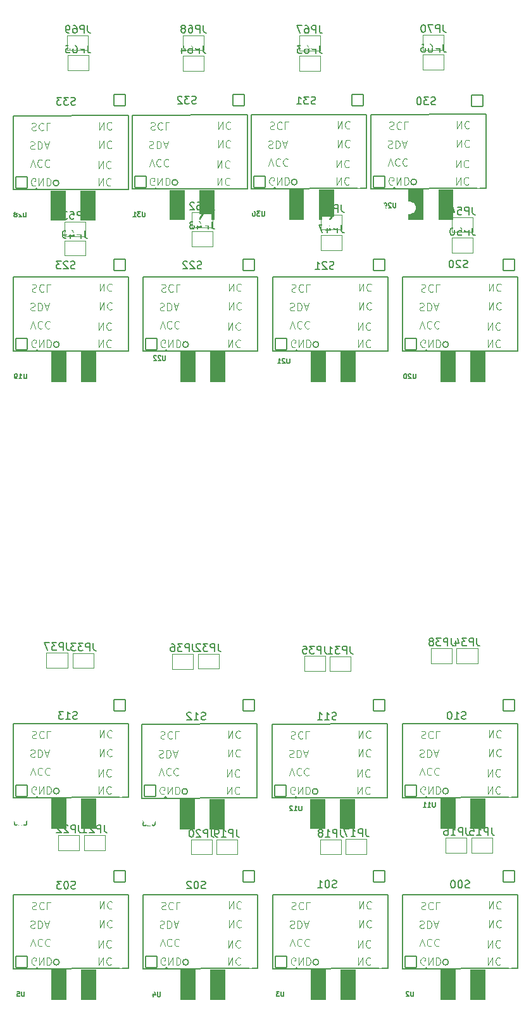
<source format=gbr>
%TF.GenerationSoftware,KiCad,Pcbnew,7.0.1*%
%TF.CreationDate,2024-07-12T18:32:01-07:00*%
%TF.ProjectId,air_foil_pcb,6169725f-666f-4696-9c5f-7063622e6b69,rev?*%
%TF.SameCoordinates,Original*%
%TF.FileFunction,Legend,Bot*%
%TF.FilePolarity,Positive*%
%FSLAX46Y46*%
G04 Gerber Fmt 4.6, Leading zero omitted, Abs format (unit mm)*
G04 Created by KiCad (PCBNEW 7.0.1) date 2024-07-12 18:32:01*
%MOMM*%
%LPD*%
G01*
G04 APERTURE LIST*
G04 Aperture macros list*
%AMRoundRect*
0 Rectangle with rounded corners*
0 $1 Rounding radius*
0 $2 $3 $4 $5 $6 $7 $8 $9 X,Y pos of 4 corners*
0 Add a 4 corners polygon primitive as box body*
4,1,4,$2,$3,$4,$5,$6,$7,$8,$9,$2,$3,0*
0 Add four circle primitives for the rounded corners*
1,1,$1+$1,$2,$3*
1,1,$1+$1,$4,$5*
1,1,$1+$1,$6,$7*
1,1,$1+$1,$8,$9*
0 Add four rect primitives between the rounded corners*
20,1,$1+$1,$2,$3,$4,$5,0*
20,1,$1+$1,$4,$5,$6,$7,0*
20,1,$1+$1,$6,$7,$8,$9,0*
20,1,$1+$1,$8,$9,$2,$3,0*%
%AMFreePoly0*
4,1,6,1.000000,0.000000,0.500000,-0.750000,-0.500000,-0.750000,-0.500000,0.750000,0.500000,0.750000,1.000000,0.000000,1.000000,0.000000,$1*%
%AMFreePoly1*
4,1,6,0.500000,-0.750000,-0.650000,-0.750000,-0.150000,0.000000,-0.650000,0.750000,0.500000,0.750000,0.500000,-0.750000,0.500000,-0.750000,$1*%
G04 Aperture macros list end*
%ADD10C,0.150000*%
%ADD11C,0.100000*%
%ADD12C,0.127000*%
%ADD13C,0.200000*%
%ADD14C,0.120000*%
%ADD15C,3.379000*%
%ADD16O,17.780000X2.540000*%
%ADD17C,3.175000*%
%ADD18RoundRect,0.102000X0.750000X0.750000X-0.750000X0.750000X-0.750000X-0.750000X0.750000X-0.750000X0*%
%ADD19C,1.704000*%
%ADD20RoundRect,0.102000X-0.750000X-0.750000X0.750000X-0.750000X0.750000X0.750000X-0.750000X0.750000X0*%
%ADD21FreePoly0,180.000000*%
%ADD22FreePoly1,180.000000*%
%ADD23O,1.700000X1.700000*%
%ADD24R,1.700000X1.700000*%
G04 APERTURE END LIST*
D10*
X29781523Y-125306000D02*
X29638666Y-125353619D01*
X29638666Y-125353619D02*
X29400571Y-125353619D01*
X29400571Y-125353619D02*
X29305333Y-125306000D01*
X29305333Y-125306000D02*
X29257714Y-125258380D01*
X29257714Y-125258380D02*
X29210095Y-125163142D01*
X29210095Y-125163142D02*
X29210095Y-125067904D01*
X29210095Y-125067904D02*
X29257714Y-124972666D01*
X29257714Y-124972666D02*
X29305333Y-124925047D01*
X29305333Y-124925047D02*
X29400571Y-124877428D01*
X29400571Y-124877428D02*
X29591047Y-124829809D01*
X29591047Y-124829809D02*
X29686285Y-124782190D01*
X29686285Y-124782190D02*
X29733904Y-124734571D01*
X29733904Y-124734571D02*
X29781523Y-124639333D01*
X29781523Y-124639333D02*
X29781523Y-124544095D01*
X29781523Y-124544095D02*
X29733904Y-124448857D01*
X29733904Y-124448857D02*
X29686285Y-124401238D01*
X29686285Y-124401238D02*
X29591047Y-124353619D01*
X29591047Y-124353619D02*
X29352952Y-124353619D01*
X29352952Y-124353619D02*
X29210095Y-124401238D01*
X28257714Y-125353619D02*
X28829142Y-125353619D01*
X28543428Y-125353619D02*
X28543428Y-124353619D01*
X28543428Y-124353619D02*
X28638666Y-124496476D01*
X28638666Y-124496476D02*
X28733904Y-124591714D01*
X28733904Y-124591714D02*
X28829142Y-124639333D01*
X27924380Y-124353619D02*
X27305333Y-124353619D01*
X27305333Y-124353619D02*
X27638666Y-124734571D01*
X27638666Y-124734571D02*
X27495809Y-124734571D01*
X27495809Y-124734571D02*
X27400571Y-124782190D01*
X27400571Y-124782190D02*
X27352952Y-124829809D01*
X27352952Y-124829809D02*
X27305333Y-124925047D01*
X27305333Y-124925047D02*
X27305333Y-125163142D01*
X27305333Y-125163142D02*
X27352952Y-125258380D01*
X27352952Y-125258380D02*
X27400571Y-125306000D01*
X27400571Y-125306000D02*
X27495809Y-125353619D01*
X27495809Y-125353619D02*
X27781523Y-125353619D01*
X27781523Y-125353619D02*
X27876761Y-125306000D01*
X27876761Y-125306000D02*
X27924380Y-125258380D01*
X46951923Y-125407600D02*
X46809066Y-125455219D01*
X46809066Y-125455219D02*
X46570971Y-125455219D01*
X46570971Y-125455219D02*
X46475733Y-125407600D01*
X46475733Y-125407600D02*
X46428114Y-125359980D01*
X46428114Y-125359980D02*
X46380495Y-125264742D01*
X46380495Y-125264742D02*
X46380495Y-125169504D01*
X46380495Y-125169504D02*
X46428114Y-125074266D01*
X46428114Y-125074266D02*
X46475733Y-125026647D01*
X46475733Y-125026647D02*
X46570971Y-124979028D01*
X46570971Y-124979028D02*
X46761447Y-124931409D01*
X46761447Y-124931409D02*
X46856685Y-124883790D01*
X46856685Y-124883790D02*
X46904304Y-124836171D01*
X46904304Y-124836171D02*
X46951923Y-124740933D01*
X46951923Y-124740933D02*
X46951923Y-124645695D01*
X46951923Y-124645695D02*
X46904304Y-124550457D01*
X46904304Y-124550457D02*
X46856685Y-124502838D01*
X46856685Y-124502838D02*
X46761447Y-124455219D01*
X46761447Y-124455219D02*
X46523352Y-124455219D01*
X46523352Y-124455219D02*
X46380495Y-124502838D01*
X45428114Y-125455219D02*
X45999542Y-125455219D01*
X45713828Y-125455219D02*
X45713828Y-124455219D01*
X45713828Y-124455219D02*
X45809066Y-124598076D01*
X45809066Y-124598076D02*
X45904304Y-124693314D01*
X45904304Y-124693314D02*
X45999542Y-124740933D01*
X45047161Y-124550457D02*
X44999542Y-124502838D01*
X44999542Y-124502838D02*
X44904304Y-124455219D01*
X44904304Y-124455219D02*
X44666209Y-124455219D01*
X44666209Y-124455219D02*
X44570971Y-124502838D01*
X44570971Y-124502838D02*
X44523352Y-124550457D01*
X44523352Y-124550457D02*
X44475733Y-124645695D01*
X44475733Y-124645695D02*
X44475733Y-124740933D01*
X44475733Y-124740933D02*
X44523352Y-124883790D01*
X44523352Y-124883790D02*
X45094780Y-125455219D01*
X45094780Y-125455219D02*
X44475733Y-125455219D01*
X64452523Y-125407600D02*
X64309666Y-125455219D01*
X64309666Y-125455219D02*
X64071571Y-125455219D01*
X64071571Y-125455219D02*
X63976333Y-125407600D01*
X63976333Y-125407600D02*
X63928714Y-125359980D01*
X63928714Y-125359980D02*
X63881095Y-125264742D01*
X63881095Y-125264742D02*
X63881095Y-125169504D01*
X63881095Y-125169504D02*
X63928714Y-125074266D01*
X63928714Y-125074266D02*
X63976333Y-125026647D01*
X63976333Y-125026647D02*
X64071571Y-124979028D01*
X64071571Y-124979028D02*
X64262047Y-124931409D01*
X64262047Y-124931409D02*
X64357285Y-124883790D01*
X64357285Y-124883790D02*
X64404904Y-124836171D01*
X64404904Y-124836171D02*
X64452523Y-124740933D01*
X64452523Y-124740933D02*
X64452523Y-124645695D01*
X64452523Y-124645695D02*
X64404904Y-124550457D01*
X64404904Y-124550457D02*
X64357285Y-124502838D01*
X64357285Y-124502838D02*
X64262047Y-124455219D01*
X64262047Y-124455219D02*
X64023952Y-124455219D01*
X64023952Y-124455219D02*
X63881095Y-124502838D01*
X62928714Y-125455219D02*
X63500142Y-125455219D01*
X63214428Y-125455219D02*
X63214428Y-124455219D01*
X63214428Y-124455219D02*
X63309666Y-124598076D01*
X63309666Y-124598076D02*
X63404904Y-124693314D01*
X63404904Y-124693314D02*
X63500142Y-124740933D01*
X61976333Y-125455219D02*
X62547761Y-125455219D01*
X62262047Y-125455219D02*
X62262047Y-124455219D01*
X62262047Y-124455219D02*
X62357285Y-124598076D01*
X62357285Y-124598076D02*
X62452523Y-124693314D01*
X62452523Y-124693314D02*
X62547761Y-124740933D01*
X81800723Y-125306000D02*
X81657866Y-125353619D01*
X81657866Y-125353619D02*
X81419771Y-125353619D01*
X81419771Y-125353619D02*
X81324533Y-125306000D01*
X81324533Y-125306000D02*
X81276914Y-125258380D01*
X81276914Y-125258380D02*
X81229295Y-125163142D01*
X81229295Y-125163142D02*
X81229295Y-125067904D01*
X81229295Y-125067904D02*
X81276914Y-124972666D01*
X81276914Y-124972666D02*
X81324533Y-124925047D01*
X81324533Y-124925047D02*
X81419771Y-124877428D01*
X81419771Y-124877428D02*
X81610247Y-124829809D01*
X81610247Y-124829809D02*
X81705485Y-124782190D01*
X81705485Y-124782190D02*
X81753104Y-124734571D01*
X81753104Y-124734571D02*
X81800723Y-124639333D01*
X81800723Y-124639333D02*
X81800723Y-124544095D01*
X81800723Y-124544095D02*
X81753104Y-124448857D01*
X81753104Y-124448857D02*
X81705485Y-124401238D01*
X81705485Y-124401238D02*
X81610247Y-124353619D01*
X81610247Y-124353619D02*
X81372152Y-124353619D01*
X81372152Y-124353619D02*
X81229295Y-124401238D01*
X80276914Y-125353619D02*
X80848342Y-125353619D01*
X80562628Y-125353619D02*
X80562628Y-124353619D01*
X80562628Y-124353619D02*
X80657866Y-124496476D01*
X80657866Y-124496476D02*
X80753104Y-124591714D01*
X80753104Y-124591714D02*
X80848342Y-124639333D01*
X79657866Y-124353619D02*
X79562628Y-124353619D01*
X79562628Y-124353619D02*
X79467390Y-124401238D01*
X79467390Y-124401238D02*
X79419771Y-124448857D01*
X79419771Y-124448857D02*
X79372152Y-124544095D01*
X79372152Y-124544095D02*
X79324533Y-124734571D01*
X79324533Y-124734571D02*
X79324533Y-124972666D01*
X79324533Y-124972666D02*
X79372152Y-125163142D01*
X79372152Y-125163142D02*
X79419771Y-125258380D01*
X79419771Y-125258380D02*
X79467390Y-125306000D01*
X79467390Y-125306000D02*
X79562628Y-125353619D01*
X79562628Y-125353619D02*
X79657866Y-125353619D01*
X79657866Y-125353619D02*
X79753104Y-125306000D01*
X79753104Y-125306000D02*
X79800723Y-125258380D01*
X79800723Y-125258380D02*
X79848342Y-125163142D01*
X79848342Y-125163142D02*
X79895961Y-124972666D01*
X79895961Y-124972666D02*
X79895961Y-124734571D01*
X79895961Y-124734571D02*
X79848342Y-124544095D01*
X79848342Y-124544095D02*
X79800723Y-124448857D01*
X79800723Y-124448857D02*
X79753104Y-124401238D01*
X79753104Y-124401238D02*
X79657866Y-124353619D01*
X29552923Y-147988200D02*
X29410066Y-148035819D01*
X29410066Y-148035819D02*
X29171971Y-148035819D01*
X29171971Y-148035819D02*
X29076733Y-147988200D01*
X29076733Y-147988200D02*
X29029114Y-147940580D01*
X29029114Y-147940580D02*
X28981495Y-147845342D01*
X28981495Y-147845342D02*
X28981495Y-147750104D01*
X28981495Y-147750104D02*
X29029114Y-147654866D01*
X29029114Y-147654866D02*
X29076733Y-147607247D01*
X29076733Y-147607247D02*
X29171971Y-147559628D01*
X29171971Y-147559628D02*
X29362447Y-147512009D01*
X29362447Y-147512009D02*
X29457685Y-147464390D01*
X29457685Y-147464390D02*
X29505304Y-147416771D01*
X29505304Y-147416771D02*
X29552923Y-147321533D01*
X29552923Y-147321533D02*
X29552923Y-147226295D01*
X29552923Y-147226295D02*
X29505304Y-147131057D01*
X29505304Y-147131057D02*
X29457685Y-147083438D01*
X29457685Y-147083438D02*
X29362447Y-147035819D01*
X29362447Y-147035819D02*
X29124352Y-147035819D01*
X29124352Y-147035819D02*
X28981495Y-147083438D01*
X28362447Y-147035819D02*
X28267209Y-147035819D01*
X28267209Y-147035819D02*
X28171971Y-147083438D01*
X28171971Y-147083438D02*
X28124352Y-147131057D01*
X28124352Y-147131057D02*
X28076733Y-147226295D01*
X28076733Y-147226295D02*
X28029114Y-147416771D01*
X28029114Y-147416771D02*
X28029114Y-147654866D01*
X28029114Y-147654866D02*
X28076733Y-147845342D01*
X28076733Y-147845342D02*
X28124352Y-147940580D01*
X28124352Y-147940580D02*
X28171971Y-147988200D01*
X28171971Y-147988200D02*
X28267209Y-148035819D01*
X28267209Y-148035819D02*
X28362447Y-148035819D01*
X28362447Y-148035819D02*
X28457685Y-147988200D01*
X28457685Y-147988200D02*
X28505304Y-147940580D01*
X28505304Y-147940580D02*
X28552923Y-147845342D01*
X28552923Y-147845342D02*
X28600542Y-147654866D01*
X28600542Y-147654866D02*
X28600542Y-147416771D01*
X28600542Y-147416771D02*
X28552923Y-147226295D01*
X28552923Y-147226295D02*
X28505304Y-147131057D01*
X28505304Y-147131057D02*
X28457685Y-147083438D01*
X28457685Y-147083438D02*
X28362447Y-147035819D01*
X27695780Y-147035819D02*
X27076733Y-147035819D01*
X27076733Y-147035819D02*
X27410066Y-147416771D01*
X27410066Y-147416771D02*
X27267209Y-147416771D01*
X27267209Y-147416771D02*
X27171971Y-147464390D01*
X27171971Y-147464390D02*
X27124352Y-147512009D01*
X27124352Y-147512009D02*
X27076733Y-147607247D01*
X27076733Y-147607247D02*
X27076733Y-147845342D01*
X27076733Y-147845342D02*
X27124352Y-147940580D01*
X27124352Y-147940580D02*
X27171971Y-147988200D01*
X27171971Y-147988200D02*
X27267209Y-148035819D01*
X27267209Y-148035819D02*
X27552923Y-148035819D01*
X27552923Y-148035819D02*
X27648161Y-147988200D01*
X27648161Y-147988200D02*
X27695780Y-147940580D01*
X46951923Y-147962800D02*
X46809066Y-148010419D01*
X46809066Y-148010419D02*
X46570971Y-148010419D01*
X46570971Y-148010419D02*
X46475733Y-147962800D01*
X46475733Y-147962800D02*
X46428114Y-147915180D01*
X46428114Y-147915180D02*
X46380495Y-147819942D01*
X46380495Y-147819942D02*
X46380495Y-147724704D01*
X46380495Y-147724704D02*
X46428114Y-147629466D01*
X46428114Y-147629466D02*
X46475733Y-147581847D01*
X46475733Y-147581847D02*
X46570971Y-147534228D01*
X46570971Y-147534228D02*
X46761447Y-147486609D01*
X46761447Y-147486609D02*
X46856685Y-147438990D01*
X46856685Y-147438990D02*
X46904304Y-147391371D01*
X46904304Y-147391371D02*
X46951923Y-147296133D01*
X46951923Y-147296133D02*
X46951923Y-147200895D01*
X46951923Y-147200895D02*
X46904304Y-147105657D01*
X46904304Y-147105657D02*
X46856685Y-147058038D01*
X46856685Y-147058038D02*
X46761447Y-147010419D01*
X46761447Y-147010419D02*
X46523352Y-147010419D01*
X46523352Y-147010419D02*
X46380495Y-147058038D01*
X45761447Y-147010419D02*
X45666209Y-147010419D01*
X45666209Y-147010419D02*
X45570971Y-147058038D01*
X45570971Y-147058038D02*
X45523352Y-147105657D01*
X45523352Y-147105657D02*
X45475733Y-147200895D01*
X45475733Y-147200895D02*
X45428114Y-147391371D01*
X45428114Y-147391371D02*
X45428114Y-147629466D01*
X45428114Y-147629466D02*
X45475733Y-147819942D01*
X45475733Y-147819942D02*
X45523352Y-147915180D01*
X45523352Y-147915180D02*
X45570971Y-147962800D01*
X45570971Y-147962800D02*
X45666209Y-148010419D01*
X45666209Y-148010419D02*
X45761447Y-148010419D01*
X45761447Y-148010419D02*
X45856685Y-147962800D01*
X45856685Y-147962800D02*
X45904304Y-147915180D01*
X45904304Y-147915180D02*
X45951923Y-147819942D01*
X45951923Y-147819942D02*
X45999542Y-147629466D01*
X45999542Y-147629466D02*
X45999542Y-147391371D01*
X45999542Y-147391371D02*
X45951923Y-147200895D01*
X45951923Y-147200895D02*
X45904304Y-147105657D01*
X45904304Y-147105657D02*
X45856685Y-147058038D01*
X45856685Y-147058038D02*
X45761447Y-147010419D01*
X45047161Y-147105657D02*
X44999542Y-147058038D01*
X44999542Y-147058038D02*
X44904304Y-147010419D01*
X44904304Y-147010419D02*
X44666209Y-147010419D01*
X44666209Y-147010419D02*
X44570971Y-147058038D01*
X44570971Y-147058038D02*
X44523352Y-147105657D01*
X44523352Y-147105657D02*
X44475733Y-147200895D01*
X44475733Y-147200895D02*
X44475733Y-147296133D01*
X44475733Y-147296133D02*
X44523352Y-147438990D01*
X44523352Y-147438990D02*
X45094780Y-148010419D01*
X45094780Y-148010419D02*
X44475733Y-148010419D01*
X64477923Y-147835800D02*
X64335066Y-147883419D01*
X64335066Y-147883419D02*
X64096971Y-147883419D01*
X64096971Y-147883419D02*
X64001733Y-147835800D01*
X64001733Y-147835800D02*
X63954114Y-147788180D01*
X63954114Y-147788180D02*
X63906495Y-147692942D01*
X63906495Y-147692942D02*
X63906495Y-147597704D01*
X63906495Y-147597704D02*
X63954114Y-147502466D01*
X63954114Y-147502466D02*
X64001733Y-147454847D01*
X64001733Y-147454847D02*
X64096971Y-147407228D01*
X64096971Y-147407228D02*
X64287447Y-147359609D01*
X64287447Y-147359609D02*
X64382685Y-147311990D01*
X64382685Y-147311990D02*
X64430304Y-147264371D01*
X64430304Y-147264371D02*
X64477923Y-147169133D01*
X64477923Y-147169133D02*
X64477923Y-147073895D01*
X64477923Y-147073895D02*
X64430304Y-146978657D01*
X64430304Y-146978657D02*
X64382685Y-146931038D01*
X64382685Y-146931038D02*
X64287447Y-146883419D01*
X64287447Y-146883419D02*
X64049352Y-146883419D01*
X64049352Y-146883419D02*
X63906495Y-146931038D01*
X63287447Y-146883419D02*
X63192209Y-146883419D01*
X63192209Y-146883419D02*
X63096971Y-146931038D01*
X63096971Y-146931038D02*
X63049352Y-146978657D01*
X63049352Y-146978657D02*
X63001733Y-147073895D01*
X63001733Y-147073895D02*
X62954114Y-147264371D01*
X62954114Y-147264371D02*
X62954114Y-147502466D01*
X62954114Y-147502466D02*
X63001733Y-147692942D01*
X63001733Y-147692942D02*
X63049352Y-147788180D01*
X63049352Y-147788180D02*
X63096971Y-147835800D01*
X63096971Y-147835800D02*
X63192209Y-147883419D01*
X63192209Y-147883419D02*
X63287447Y-147883419D01*
X63287447Y-147883419D02*
X63382685Y-147835800D01*
X63382685Y-147835800D02*
X63430304Y-147788180D01*
X63430304Y-147788180D02*
X63477923Y-147692942D01*
X63477923Y-147692942D02*
X63525542Y-147502466D01*
X63525542Y-147502466D02*
X63525542Y-147264371D01*
X63525542Y-147264371D02*
X63477923Y-147073895D01*
X63477923Y-147073895D02*
X63430304Y-146978657D01*
X63430304Y-146978657D02*
X63382685Y-146931038D01*
X63382685Y-146931038D02*
X63287447Y-146883419D01*
X62001733Y-147883419D02*
X62573161Y-147883419D01*
X62287447Y-147883419D02*
X62287447Y-146883419D01*
X62287447Y-146883419D02*
X62382685Y-147026276D01*
X62382685Y-147026276D02*
X62477923Y-147121514D01*
X62477923Y-147121514D02*
X62573161Y-147169133D01*
X82257923Y-147861200D02*
X82115066Y-147908819D01*
X82115066Y-147908819D02*
X81876971Y-147908819D01*
X81876971Y-147908819D02*
X81781733Y-147861200D01*
X81781733Y-147861200D02*
X81734114Y-147813580D01*
X81734114Y-147813580D02*
X81686495Y-147718342D01*
X81686495Y-147718342D02*
X81686495Y-147623104D01*
X81686495Y-147623104D02*
X81734114Y-147527866D01*
X81734114Y-147527866D02*
X81781733Y-147480247D01*
X81781733Y-147480247D02*
X81876971Y-147432628D01*
X81876971Y-147432628D02*
X82067447Y-147385009D01*
X82067447Y-147385009D02*
X82162685Y-147337390D01*
X82162685Y-147337390D02*
X82210304Y-147289771D01*
X82210304Y-147289771D02*
X82257923Y-147194533D01*
X82257923Y-147194533D02*
X82257923Y-147099295D01*
X82257923Y-147099295D02*
X82210304Y-147004057D01*
X82210304Y-147004057D02*
X82162685Y-146956438D01*
X82162685Y-146956438D02*
X82067447Y-146908819D01*
X82067447Y-146908819D02*
X81829352Y-146908819D01*
X81829352Y-146908819D02*
X81686495Y-146956438D01*
X81067447Y-146908819D02*
X80972209Y-146908819D01*
X80972209Y-146908819D02*
X80876971Y-146956438D01*
X80876971Y-146956438D02*
X80829352Y-147004057D01*
X80829352Y-147004057D02*
X80781733Y-147099295D01*
X80781733Y-147099295D02*
X80734114Y-147289771D01*
X80734114Y-147289771D02*
X80734114Y-147527866D01*
X80734114Y-147527866D02*
X80781733Y-147718342D01*
X80781733Y-147718342D02*
X80829352Y-147813580D01*
X80829352Y-147813580D02*
X80876971Y-147861200D01*
X80876971Y-147861200D02*
X80972209Y-147908819D01*
X80972209Y-147908819D02*
X81067447Y-147908819D01*
X81067447Y-147908819D02*
X81162685Y-147861200D01*
X81162685Y-147861200D02*
X81210304Y-147813580D01*
X81210304Y-147813580D02*
X81257923Y-147718342D01*
X81257923Y-147718342D02*
X81305542Y-147527866D01*
X81305542Y-147527866D02*
X81305542Y-147289771D01*
X81305542Y-147289771D02*
X81257923Y-147099295D01*
X81257923Y-147099295D02*
X81210304Y-147004057D01*
X81210304Y-147004057D02*
X81162685Y-146956438D01*
X81162685Y-146956438D02*
X81067447Y-146908819D01*
X80115066Y-146908819D02*
X80019828Y-146908819D01*
X80019828Y-146908819D02*
X79924590Y-146956438D01*
X79924590Y-146956438D02*
X79876971Y-147004057D01*
X79876971Y-147004057D02*
X79829352Y-147099295D01*
X79829352Y-147099295D02*
X79781733Y-147289771D01*
X79781733Y-147289771D02*
X79781733Y-147527866D01*
X79781733Y-147527866D02*
X79829352Y-147718342D01*
X79829352Y-147718342D02*
X79876971Y-147813580D01*
X79876971Y-147813580D02*
X79924590Y-147861200D01*
X79924590Y-147861200D02*
X80019828Y-147908819D01*
X80019828Y-147908819D02*
X80115066Y-147908819D01*
X80115066Y-147908819D02*
X80210304Y-147861200D01*
X80210304Y-147861200D02*
X80257923Y-147813580D01*
X80257923Y-147813580D02*
X80305542Y-147718342D01*
X80305542Y-147718342D02*
X80353161Y-147527866D01*
X80353161Y-147527866D02*
X80353161Y-147289771D01*
X80353161Y-147289771D02*
X80305542Y-147099295D01*
X80305542Y-147099295D02*
X80257923Y-147004057D01*
X80257923Y-147004057D02*
X80210304Y-146956438D01*
X80210304Y-146956438D02*
X80115066Y-146908819D01*
X29502123Y-65133400D02*
X29359266Y-65181019D01*
X29359266Y-65181019D02*
X29121171Y-65181019D01*
X29121171Y-65181019D02*
X29025933Y-65133400D01*
X29025933Y-65133400D02*
X28978314Y-65085780D01*
X28978314Y-65085780D02*
X28930695Y-64990542D01*
X28930695Y-64990542D02*
X28930695Y-64895304D01*
X28930695Y-64895304D02*
X28978314Y-64800066D01*
X28978314Y-64800066D02*
X29025933Y-64752447D01*
X29025933Y-64752447D02*
X29121171Y-64704828D01*
X29121171Y-64704828D02*
X29311647Y-64657209D01*
X29311647Y-64657209D02*
X29406885Y-64609590D01*
X29406885Y-64609590D02*
X29454504Y-64561971D01*
X29454504Y-64561971D02*
X29502123Y-64466733D01*
X29502123Y-64466733D02*
X29502123Y-64371495D01*
X29502123Y-64371495D02*
X29454504Y-64276257D01*
X29454504Y-64276257D02*
X29406885Y-64228638D01*
X29406885Y-64228638D02*
X29311647Y-64181019D01*
X29311647Y-64181019D02*
X29073552Y-64181019D01*
X29073552Y-64181019D02*
X28930695Y-64228638D01*
X28549742Y-64276257D02*
X28502123Y-64228638D01*
X28502123Y-64228638D02*
X28406885Y-64181019D01*
X28406885Y-64181019D02*
X28168790Y-64181019D01*
X28168790Y-64181019D02*
X28073552Y-64228638D01*
X28073552Y-64228638D02*
X28025933Y-64276257D01*
X28025933Y-64276257D02*
X27978314Y-64371495D01*
X27978314Y-64371495D02*
X27978314Y-64466733D01*
X27978314Y-64466733D02*
X28025933Y-64609590D01*
X28025933Y-64609590D02*
X28597361Y-65181019D01*
X28597361Y-65181019D02*
X27978314Y-65181019D01*
X27644980Y-64181019D02*
X27025933Y-64181019D01*
X27025933Y-64181019D02*
X27359266Y-64561971D01*
X27359266Y-64561971D02*
X27216409Y-64561971D01*
X27216409Y-64561971D02*
X27121171Y-64609590D01*
X27121171Y-64609590D02*
X27073552Y-64657209D01*
X27073552Y-64657209D02*
X27025933Y-64752447D01*
X27025933Y-64752447D02*
X27025933Y-64990542D01*
X27025933Y-64990542D02*
X27073552Y-65085780D01*
X27073552Y-65085780D02*
X27121171Y-65133400D01*
X27121171Y-65133400D02*
X27216409Y-65181019D01*
X27216409Y-65181019D02*
X27502123Y-65181019D01*
X27502123Y-65181019D02*
X27597361Y-65133400D01*
X27597361Y-65133400D02*
X27644980Y-65085780D01*
X46418523Y-65133400D02*
X46275666Y-65181019D01*
X46275666Y-65181019D02*
X46037571Y-65181019D01*
X46037571Y-65181019D02*
X45942333Y-65133400D01*
X45942333Y-65133400D02*
X45894714Y-65085780D01*
X45894714Y-65085780D02*
X45847095Y-64990542D01*
X45847095Y-64990542D02*
X45847095Y-64895304D01*
X45847095Y-64895304D02*
X45894714Y-64800066D01*
X45894714Y-64800066D02*
X45942333Y-64752447D01*
X45942333Y-64752447D02*
X46037571Y-64704828D01*
X46037571Y-64704828D02*
X46228047Y-64657209D01*
X46228047Y-64657209D02*
X46323285Y-64609590D01*
X46323285Y-64609590D02*
X46370904Y-64561971D01*
X46370904Y-64561971D02*
X46418523Y-64466733D01*
X46418523Y-64466733D02*
X46418523Y-64371495D01*
X46418523Y-64371495D02*
X46370904Y-64276257D01*
X46370904Y-64276257D02*
X46323285Y-64228638D01*
X46323285Y-64228638D02*
X46228047Y-64181019D01*
X46228047Y-64181019D02*
X45989952Y-64181019D01*
X45989952Y-64181019D02*
X45847095Y-64228638D01*
X45466142Y-64276257D02*
X45418523Y-64228638D01*
X45418523Y-64228638D02*
X45323285Y-64181019D01*
X45323285Y-64181019D02*
X45085190Y-64181019D01*
X45085190Y-64181019D02*
X44989952Y-64228638D01*
X44989952Y-64228638D02*
X44942333Y-64276257D01*
X44942333Y-64276257D02*
X44894714Y-64371495D01*
X44894714Y-64371495D02*
X44894714Y-64466733D01*
X44894714Y-64466733D02*
X44942333Y-64609590D01*
X44942333Y-64609590D02*
X45513761Y-65181019D01*
X45513761Y-65181019D02*
X44894714Y-65181019D01*
X44513761Y-64276257D02*
X44466142Y-64228638D01*
X44466142Y-64228638D02*
X44370904Y-64181019D01*
X44370904Y-64181019D02*
X44132809Y-64181019D01*
X44132809Y-64181019D02*
X44037571Y-64228638D01*
X44037571Y-64228638D02*
X43989952Y-64276257D01*
X43989952Y-64276257D02*
X43942333Y-64371495D01*
X43942333Y-64371495D02*
X43942333Y-64466733D01*
X43942333Y-64466733D02*
X43989952Y-64609590D01*
X43989952Y-64609590D02*
X44561380Y-65181019D01*
X44561380Y-65181019D02*
X43942333Y-65181019D01*
X64122323Y-65184200D02*
X63979466Y-65231819D01*
X63979466Y-65231819D02*
X63741371Y-65231819D01*
X63741371Y-65231819D02*
X63646133Y-65184200D01*
X63646133Y-65184200D02*
X63598514Y-65136580D01*
X63598514Y-65136580D02*
X63550895Y-65041342D01*
X63550895Y-65041342D02*
X63550895Y-64946104D01*
X63550895Y-64946104D02*
X63598514Y-64850866D01*
X63598514Y-64850866D02*
X63646133Y-64803247D01*
X63646133Y-64803247D02*
X63741371Y-64755628D01*
X63741371Y-64755628D02*
X63931847Y-64708009D01*
X63931847Y-64708009D02*
X64027085Y-64660390D01*
X64027085Y-64660390D02*
X64074704Y-64612771D01*
X64074704Y-64612771D02*
X64122323Y-64517533D01*
X64122323Y-64517533D02*
X64122323Y-64422295D01*
X64122323Y-64422295D02*
X64074704Y-64327057D01*
X64074704Y-64327057D02*
X64027085Y-64279438D01*
X64027085Y-64279438D02*
X63931847Y-64231819D01*
X63931847Y-64231819D02*
X63693752Y-64231819D01*
X63693752Y-64231819D02*
X63550895Y-64279438D01*
X63169942Y-64327057D02*
X63122323Y-64279438D01*
X63122323Y-64279438D02*
X63027085Y-64231819D01*
X63027085Y-64231819D02*
X62788990Y-64231819D01*
X62788990Y-64231819D02*
X62693752Y-64279438D01*
X62693752Y-64279438D02*
X62646133Y-64327057D01*
X62646133Y-64327057D02*
X62598514Y-64422295D01*
X62598514Y-64422295D02*
X62598514Y-64517533D01*
X62598514Y-64517533D02*
X62646133Y-64660390D01*
X62646133Y-64660390D02*
X63217561Y-65231819D01*
X63217561Y-65231819D02*
X62598514Y-65231819D01*
X61646133Y-65231819D02*
X62217561Y-65231819D01*
X61931847Y-65231819D02*
X61931847Y-64231819D01*
X61931847Y-64231819D02*
X62027085Y-64374676D01*
X62027085Y-64374676D02*
X62122323Y-64469914D01*
X62122323Y-64469914D02*
X62217561Y-64517533D01*
X82029323Y-64981000D02*
X81886466Y-65028619D01*
X81886466Y-65028619D02*
X81648371Y-65028619D01*
X81648371Y-65028619D02*
X81553133Y-64981000D01*
X81553133Y-64981000D02*
X81505514Y-64933380D01*
X81505514Y-64933380D02*
X81457895Y-64838142D01*
X81457895Y-64838142D02*
X81457895Y-64742904D01*
X81457895Y-64742904D02*
X81505514Y-64647666D01*
X81505514Y-64647666D02*
X81553133Y-64600047D01*
X81553133Y-64600047D02*
X81648371Y-64552428D01*
X81648371Y-64552428D02*
X81838847Y-64504809D01*
X81838847Y-64504809D02*
X81934085Y-64457190D01*
X81934085Y-64457190D02*
X81981704Y-64409571D01*
X81981704Y-64409571D02*
X82029323Y-64314333D01*
X82029323Y-64314333D02*
X82029323Y-64219095D01*
X82029323Y-64219095D02*
X81981704Y-64123857D01*
X81981704Y-64123857D02*
X81934085Y-64076238D01*
X81934085Y-64076238D02*
X81838847Y-64028619D01*
X81838847Y-64028619D02*
X81600752Y-64028619D01*
X81600752Y-64028619D02*
X81457895Y-64076238D01*
X81076942Y-64123857D02*
X81029323Y-64076238D01*
X81029323Y-64076238D02*
X80934085Y-64028619D01*
X80934085Y-64028619D02*
X80695990Y-64028619D01*
X80695990Y-64028619D02*
X80600752Y-64076238D01*
X80600752Y-64076238D02*
X80553133Y-64123857D01*
X80553133Y-64123857D02*
X80505514Y-64219095D01*
X80505514Y-64219095D02*
X80505514Y-64314333D01*
X80505514Y-64314333D02*
X80553133Y-64457190D01*
X80553133Y-64457190D02*
X81124561Y-65028619D01*
X81124561Y-65028619D02*
X80505514Y-65028619D01*
X79886466Y-64028619D02*
X79791228Y-64028619D01*
X79791228Y-64028619D02*
X79695990Y-64076238D01*
X79695990Y-64076238D02*
X79648371Y-64123857D01*
X79648371Y-64123857D02*
X79600752Y-64219095D01*
X79600752Y-64219095D02*
X79553133Y-64409571D01*
X79553133Y-64409571D02*
X79553133Y-64647666D01*
X79553133Y-64647666D02*
X79600752Y-64838142D01*
X79600752Y-64838142D02*
X79648371Y-64933380D01*
X79648371Y-64933380D02*
X79695990Y-64981000D01*
X79695990Y-64981000D02*
X79791228Y-65028619D01*
X79791228Y-65028619D02*
X79886466Y-65028619D01*
X79886466Y-65028619D02*
X79981704Y-64981000D01*
X79981704Y-64981000D02*
X80029323Y-64933380D01*
X80029323Y-64933380D02*
X80076942Y-64838142D01*
X80076942Y-64838142D02*
X80124561Y-64647666D01*
X80124561Y-64647666D02*
X80124561Y-64409571D01*
X80124561Y-64409571D02*
X80076942Y-64219095D01*
X80076942Y-64219095D02*
X80029323Y-64123857D01*
X80029323Y-64123857D02*
X79981704Y-64076238D01*
X79981704Y-64076238D02*
X79886466Y-64028619D01*
X29527523Y-43238600D02*
X29384666Y-43286219D01*
X29384666Y-43286219D02*
X29146571Y-43286219D01*
X29146571Y-43286219D02*
X29051333Y-43238600D01*
X29051333Y-43238600D02*
X29003714Y-43190980D01*
X29003714Y-43190980D02*
X28956095Y-43095742D01*
X28956095Y-43095742D02*
X28956095Y-43000504D01*
X28956095Y-43000504D02*
X29003714Y-42905266D01*
X29003714Y-42905266D02*
X29051333Y-42857647D01*
X29051333Y-42857647D02*
X29146571Y-42810028D01*
X29146571Y-42810028D02*
X29337047Y-42762409D01*
X29337047Y-42762409D02*
X29432285Y-42714790D01*
X29432285Y-42714790D02*
X29479904Y-42667171D01*
X29479904Y-42667171D02*
X29527523Y-42571933D01*
X29527523Y-42571933D02*
X29527523Y-42476695D01*
X29527523Y-42476695D02*
X29479904Y-42381457D01*
X29479904Y-42381457D02*
X29432285Y-42333838D01*
X29432285Y-42333838D02*
X29337047Y-42286219D01*
X29337047Y-42286219D02*
X29098952Y-42286219D01*
X29098952Y-42286219D02*
X28956095Y-42333838D01*
X28622761Y-42286219D02*
X28003714Y-42286219D01*
X28003714Y-42286219D02*
X28337047Y-42667171D01*
X28337047Y-42667171D02*
X28194190Y-42667171D01*
X28194190Y-42667171D02*
X28098952Y-42714790D01*
X28098952Y-42714790D02*
X28051333Y-42762409D01*
X28051333Y-42762409D02*
X28003714Y-42857647D01*
X28003714Y-42857647D02*
X28003714Y-43095742D01*
X28003714Y-43095742D02*
X28051333Y-43190980D01*
X28051333Y-43190980D02*
X28098952Y-43238600D01*
X28098952Y-43238600D02*
X28194190Y-43286219D01*
X28194190Y-43286219D02*
X28479904Y-43286219D01*
X28479904Y-43286219D02*
X28575142Y-43238600D01*
X28575142Y-43238600D02*
X28622761Y-43190980D01*
X27670380Y-42286219D02*
X27051333Y-42286219D01*
X27051333Y-42286219D02*
X27384666Y-42667171D01*
X27384666Y-42667171D02*
X27241809Y-42667171D01*
X27241809Y-42667171D02*
X27146571Y-42714790D01*
X27146571Y-42714790D02*
X27098952Y-42762409D01*
X27098952Y-42762409D02*
X27051333Y-42857647D01*
X27051333Y-42857647D02*
X27051333Y-43095742D01*
X27051333Y-43095742D02*
X27098952Y-43190980D01*
X27098952Y-43190980D02*
X27146571Y-43238600D01*
X27146571Y-43238600D02*
X27241809Y-43286219D01*
X27241809Y-43286219D02*
X27527523Y-43286219D01*
X27527523Y-43286219D02*
X27622761Y-43238600D01*
X27622761Y-43238600D02*
X27670380Y-43190980D01*
X45707323Y-43086200D02*
X45564466Y-43133819D01*
X45564466Y-43133819D02*
X45326371Y-43133819D01*
X45326371Y-43133819D02*
X45231133Y-43086200D01*
X45231133Y-43086200D02*
X45183514Y-43038580D01*
X45183514Y-43038580D02*
X45135895Y-42943342D01*
X45135895Y-42943342D02*
X45135895Y-42848104D01*
X45135895Y-42848104D02*
X45183514Y-42752866D01*
X45183514Y-42752866D02*
X45231133Y-42705247D01*
X45231133Y-42705247D02*
X45326371Y-42657628D01*
X45326371Y-42657628D02*
X45516847Y-42610009D01*
X45516847Y-42610009D02*
X45612085Y-42562390D01*
X45612085Y-42562390D02*
X45659704Y-42514771D01*
X45659704Y-42514771D02*
X45707323Y-42419533D01*
X45707323Y-42419533D02*
X45707323Y-42324295D01*
X45707323Y-42324295D02*
X45659704Y-42229057D01*
X45659704Y-42229057D02*
X45612085Y-42181438D01*
X45612085Y-42181438D02*
X45516847Y-42133819D01*
X45516847Y-42133819D02*
X45278752Y-42133819D01*
X45278752Y-42133819D02*
X45135895Y-42181438D01*
X44802561Y-42133819D02*
X44183514Y-42133819D01*
X44183514Y-42133819D02*
X44516847Y-42514771D01*
X44516847Y-42514771D02*
X44373990Y-42514771D01*
X44373990Y-42514771D02*
X44278752Y-42562390D01*
X44278752Y-42562390D02*
X44231133Y-42610009D01*
X44231133Y-42610009D02*
X44183514Y-42705247D01*
X44183514Y-42705247D02*
X44183514Y-42943342D01*
X44183514Y-42943342D02*
X44231133Y-43038580D01*
X44231133Y-43038580D02*
X44278752Y-43086200D01*
X44278752Y-43086200D02*
X44373990Y-43133819D01*
X44373990Y-43133819D02*
X44659704Y-43133819D01*
X44659704Y-43133819D02*
X44754942Y-43086200D01*
X44754942Y-43086200D02*
X44802561Y-43038580D01*
X43802561Y-42229057D02*
X43754942Y-42181438D01*
X43754942Y-42181438D02*
X43659704Y-42133819D01*
X43659704Y-42133819D02*
X43421609Y-42133819D01*
X43421609Y-42133819D02*
X43326371Y-42181438D01*
X43326371Y-42181438D02*
X43278752Y-42229057D01*
X43278752Y-42229057D02*
X43231133Y-42324295D01*
X43231133Y-42324295D02*
X43231133Y-42419533D01*
X43231133Y-42419533D02*
X43278752Y-42562390D01*
X43278752Y-42562390D02*
X43850180Y-43133819D01*
X43850180Y-43133819D02*
X43231133Y-43133819D01*
X61658523Y-43137000D02*
X61515666Y-43184619D01*
X61515666Y-43184619D02*
X61277571Y-43184619D01*
X61277571Y-43184619D02*
X61182333Y-43137000D01*
X61182333Y-43137000D02*
X61134714Y-43089380D01*
X61134714Y-43089380D02*
X61087095Y-42994142D01*
X61087095Y-42994142D02*
X61087095Y-42898904D01*
X61087095Y-42898904D02*
X61134714Y-42803666D01*
X61134714Y-42803666D02*
X61182333Y-42756047D01*
X61182333Y-42756047D02*
X61277571Y-42708428D01*
X61277571Y-42708428D02*
X61468047Y-42660809D01*
X61468047Y-42660809D02*
X61563285Y-42613190D01*
X61563285Y-42613190D02*
X61610904Y-42565571D01*
X61610904Y-42565571D02*
X61658523Y-42470333D01*
X61658523Y-42470333D02*
X61658523Y-42375095D01*
X61658523Y-42375095D02*
X61610904Y-42279857D01*
X61610904Y-42279857D02*
X61563285Y-42232238D01*
X61563285Y-42232238D02*
X61468047Y-42184619D01*
X61468047Y-42184619D02*
X61229952Y-42184619D01*
X61229952Y-42184619D02*
X61087095Y-42232238D01*
X60753761Y-42184619D02*
X60134714Y-42184619D01*
X60134714Y-42184619D02*
X60468047Y-42565571D01*
X60468047Y-42565571D02*
X60325190Y-42565571D01*
X60325190Y-42565571D02*
X60229952Y-42613190D01*
X60229952Y-42613190D02*
X60182333Y-42660809D01*
X60182333Y-42660809D02*
X60134714Y-42756047D01*
X60134714Y-42756047D02*
X60134714Y-42994142D01*
X60134714Y-42994142D02*
X60182333Y-43089380D01*
X60182333Y-43089380D02*
X60229952Y-43137000D01*
X60229952Y-43137000D02*
X60325190Y-43184619D01*
X60325190Y-43184619D02*
X60610904Y-43184619D01*
X60610904Y-43184619D02*
X60706142Y-43137000D01*
X60706142Y-43137000D02*
X60753761Y-43089380D01*
X59182333Y-43184619D02*
X59753761Y-43184619D01*
X59468047Y-43184619D02*
X59468047Y-42184619D01*
X59468047Y-42184619D02*
X59563285Y-42327476D01*
X59563285Y-42327476D02*
X59658523Y-42422714D01*
X59658523Y-42422714D02*
X59753761Y-42470333D01*
X77711323Y-43213200D02*
X77568466Y-43260819D01*
X77568466Y-43260819D02*
X77330371Y-43260819D01*
X77330371Y-43260819D02*
X77235133Y-43213200D01*
X77235133Y-43213200D02*
X77187514Y-43165580D01*
X77187514Y-43165580D02*
X77139895Y-43070342D01*
X77139895Y-43070342D02*
X77139895Y-42975104D01*
X77139895Y-42975104D02*
X77187514Y-42879866D01*
X77187514Y-42879866D02*
X77235133Y-42832247D01*
X77235133Y-42832247D02*
X77330371Y-42784628D01*
X77330371Y-42784628D02*
X77520847Y-42737009D01*
X77520847Y-42737009D02*
X77616085Y-42689390D01*
X77616085Y-42689390D02*
X77663704Y-42641771D01*
X77663704Y-42641771D02*
X77711323Y-42546533D01*
X77711323Y-42546533D02*
X77711323Y-42451295D01*
X77711323Y-42451295D02*
X77663704Y-42356057D01*
X77663704Y-42356057D02*
X77616085Y-42308438D01*
X77616085Y-42308438D02*
X77520847Y-42260819D01*
X77520847Y-42260819D02*
X77282752Y-42260819D01*
X77282752Y-42260819D02*
X77139895Y-42308438D01*
X76806561Y-42260819D02*
X76187514Y-42260819D01*
X76187514Y-42260819D02*
X76520847Y-42641771D01*
X76520847Y-42641771D02*
X76377990Y-42641771D01*
X76377990Y-42641771D02*
X76282752Y-42689390D01*
X76282752Y-42689390D02*
X76235133Y-42737009D01*
X76235133Y-42737009D02*
X76187514Y-42832247D01*
X76187514Y-42832247D02*
X76187514Y-43070342D01*
X76187514Y-43070342D02*
X76235133Y-43165580D01*
X76235133Y-43165580D02*
X76282752Y-43213200D01*
X76282752Y-43213200D02*
X76377990Y-43260819D01*
X76377990Y-43260819D02*
X76663704Y-43260819D01*
X76663704Y-43260819D02*
X76758942Y-43213200D01*
X76758942Y-43213200D02*
X76806561Y-43165580D01*
X75568466Y-42260819D02*
X75473228Y-42260819D01*
X75473228Y-42260819D02*
X75377990Y-42308438D01*
X75377990Y-42308438D02*
X75330371Y-42356057D01*
X75330371Y-42356057D02*
X75282752Y-42451295D01*
X75282752Y-42451295D02*
X75235133Y-42641771D01*
X75235133Y-42641771D02*
X75235133Y-42879866D01*
X75235133Y-42879866D02*
X75282752Y-43070342D01*
X75282752Y-43070342D02*
X75330371Y-43165580D01*
X75330371Y-43165580D02*
X75377990Y-43213200D01*
X75377990Y-43213200D02*
X75473228Y-43260819D01*
X75473228Y-43260819D02*
X75568466Y-43260819D01*
X75568466Y-43260819D02*
X75663704Y-43213200D01*
X75663704Y-43213200D02*
X75711323Y-43165580D01*
X75711323Y-43165580D02*
X75758942Y-43070342D01*
X75758942Y-43070342D02*
X75806561Y-42879866D01*
X75806561Y-42879866D02*
X75806561Y-42641771D01*
X75806561Y-42641771D02*
X75758942Y-42451295D01*
X75758942Y-42451295D02*
X75711323Y-42356057D01*
X75711323Y-42356057D02*
X75663704Y-42308438D01*
X75663704Y-42308438D02*
X75568466Y-42260819D01*
%TO.C,U31*%
X38874501Y-57566843D02*
X38874501Y-58076779D01*
X38874501Y-58076779D02*
X38844505Y-58136771D01*
X38844505Y-58136771D02*
X38814509Y-58166768D01*
X38814509Y-58166768D02*
X38754516Y-58196764D01*
X38754516Y-58196764D02*
X38634531Y-58196764D01*
X38634531Y-58196764D02*
X38574539Y-58166768D01*
X38574539Y-58166768D02*
X38544543Y-58136771D01*
X38544543Y-58136771D02*
X38514546Y-58076779D01*
X38514546Y-58076779D02*
X38514546Y-57566843D01*
X38274577Y-57566843D02*
X37884626Y-57566843D01*
X37884626Y-57566843D02*
X38094599Y-57806813D01*
X38094599Y-57806813D02*
X38004611Y-57806813D01*
X38004611Y-57806813D02*
X37944618Y-57836809D01*
X37944618Y-57836809D02*
X37914622Y-57866805D01*
X37914622Y-57866805D02*
X37884626Y-57926798D01*
X37884626Y-57926798D02*
X37884626Y-58076779D01*
X37884626Y-58076779D02*
X37914622Y-58136771D01*
X37914622Y-58136771D02*
X37944618Y-58166768D01*
X37944618Y-58166768D02*
X38004611Y-58196764D01*
X38004611Y-58196764D02*
X38184588Y-58196764D01*
X38184588Y-58196764D02*
X38244581Y-58166768D01*
X38244581Y-58166768D02*
X38274577Y-58136771D01*
X37284701Y-58196764D02*
X37644656Y-58196764D01*
X37464678Y-58196764D02*
X37464678Y-57566843D01*
X37464678Y-57566843D02*
X37524671Y-57656831D01*
X37524671Y-57656831D02*
X37584663Y-57716824D01*
X37584663Y-57716824D02*
X37644656Y-57746820D01*
D11*
X48674695Y-48025730D02*
X48674695Y-49025730D01*
X48674695Y-49025730D02*
X49246123Y-48025730D01*
X49246123Y-48025730D02*
X49246123Y-49025730D01*
X50293742Y-48120969D02*
X50246123Y-48073350D01*
X50246123Y-48073350D02*
X50103266Y-48025730D01*
X50103266Y-48025730D02*
X50008028Y-48025730D01*
X50008028Y-48025730D02*
X49865171Y-48073350D01*
X49865171Y-48073350D02*
X49769933Y-48168588D01*
X49769933Y-48168588D02*
X49722314Y-48263826D01*
X49722314Y-48263826D02*
X49674695Y-48454302D01*
X49674695Y-48454302D02*
X49674695Y-48597159D01*
X49674695Y-48597159D02*
X49722314Y-48787635D01*
X49722314Y-48787635D02*
X49769933Y-48882873D01*
X49769933Y-48882873D02*
X49865171Y-48978111D01*
X49865171Y-48978111D02*
X50008028Y-49025730D01*
X50008028Y-49025730D02*
X50103266Y-49025730D01*
X50103266Y-49025730D02*
X50246123Y-48978111D01*
X50246123Y-48978111D02*
X50293742Y-48930492D01*
X48674695Y-45525730D02*
X48674695Y-46525730D01*
X48674695Y-46525730D02*
X49246123Y-45525730D01*
X49246123Y-45525730D02*
X49246123Y-46525730D01*
X50293742Y-45620969D02*
X50246123Y-45573350D01*
X50246123Y-45573350D02*
X50103266Y-45525730D01*
X50103266Y-45525730D02*
X50008028Y-45525730D01*
X50008028Y-45525730D02*
X49865171Y-45573350D01*
X49865171Y-45573350D02*
X49769933Y-45668588D01*
X49769933Y-45668588D02*
X49722314Y-45763826D01*
X49722314Y-45763826D02*
X49674695Y-45954302D01*
X49674695Y-45954302D02*
X49674695Y-46097159D01*
X49674695Y-46097159D02*
X49722314Y-46287635D01*
X49722314Y-46287635D02*
X49769933Y-46382873D01*
X49769933Y-46382873D02*
X49865171Y-46478111D01*
X49865171Y-46478111D02*
X50008028Y-46525730D01*
X50008028Y-46525730D02*
X50103266Y-46525730D01*
X50103266Y-46525730D02*
X50246123Y-46478111D01*
X50246123Y-46478111D02*
X50293742Y-46430492D01*
X39431838Y-51525730D02*
X39765171Y-50525730D01*
X39765171Y-50525730D02*
X40098504Y-51525730D01*
X41003266Y-50620969D02*
X40955647Y-50573350D01*
X40955647Y-50573350D02*
X40812790Y-50525730D01*
X40812790Y-50525730D02*
X40717552Y-50525730D01*
X40717552Y-50525730D02*
X40574695Y-50573350D01*
X40574695Y-50573350D02*
X40479457Y-50668588D01*
X40479457Y-50668588D02*
X40431838Y-50763826D01*
X40431838Y-50763826D02*
X40384219Y-50954302D01*
X40384219Y-50954302D02*
X40384219Y-51097159D01*
X40384219Y-51097159D02*
X40431838Y-51287635D01*
X40431838Y-51287635D02*
X40479457Y-51382873D01*
X40479457Y-51382873D02*
X40574695Y-51478111D01*
X40574695Y-51478111D02*
X40717552Y-51525730D01*
X40717552Y-51525730D02*
X40812790Y-51525730D01*
X40812790Y-51525730D02*
X40955647Y-51478111D01*
X40955647Y-51478111D02*
X41003266Y-51430492D01*
X42003266Y-50620969D02*
X41955647Y-50573350D01*
X41955647Y-50573350D02*
X41812790Y-50525730D01*
X41812790Y-50525730D02*
X41717552Y-50525730D01*
X41717552Y-50525730D02*
X41574695Y-50573350D01*
X41574695Y-50573350D02*
X41479457Y-50668588D01*
X41479457Y-50668588D02*
X41431838Y-50763826D01*
X41431838Y-50763826D02*
X41384219Y-50954302D01*
X41384219Y-50954302D02*
X41384219Y-51097159D01*
X41384219Y-51097159D02*
X41431838Y-51287635D01*
X41431838Y-51287635D02*
X41479457Y-51382873D01*
X41479457Y-51382873D02*
X41574695Y-51478111D01*
X41574695Y-51478111D02*
X41717552Y-51525730D01*
X41717552Y-51525730D02*
X41812790Y-51525730D01*
X41812790Y-51525730D02*
X41955647Y-51478111D01*
X41955647Y-51478111D02*
X42003266Y-51430492D01*
X40098504Y-53978111D02*
X40003266Y-54025730D01*
X40003266Y-54025730D02*
X39860409Y-54025730D01*
X39860409Y-54025730D02*
X39717552Y-53978111D01*
X39717552Y-53978111D02*
X39622314Y-53882873D01*
X39622314Y-53882873D02*
X39574695Y-53787635D01*
X39574695Y-53787635D02*
X39527076Y-53597159D01*
X39527076Y-53597159D02*
X39527076Y-53454302D01*
X39527076Y-53454302D02*
X39574695Y-53263826D01*
X39574695Y-53263826D02*
X39622314Y-53168588D01*
X39622314Y-53168588D02*
X39717552Y-53073350D01*
X39717552Y-53073350D02*
X39860409Y-53025730D01*
X39860409Y-53025730D02*
X39955647Y-53025730D01*
X39955647Y-53025730D02*
X40098504Y-53073350D01*
X40098504Y-53073350D02*
X40146123Y-53120969D01*
X40146123Y-53120969D02*
X40146123Y-53454302D01*
X40146123Y-53454302D02*
X39955647Y-53454302D01*
X40574695Y-53025730D02*
X40574695Y-54025730D01*
X40574695Y-54025730D02*
X41146123Y-53025730D01*
X41146123Y-53025730D02*
X41146123Y-54025730D01*
X41622314Y-53025730D02*
X41622314Y-54025730D01*
X41622314Y-54025730D02*
X41860409Y-54025730D01*
X41860409Y-54025730D02*
X42003266Y-53978111D01*
X42003266Y-53978111D02*
X42098504Y-53882873D01*
X42098504Y-53882873D02*
X42146123Y-53787635D01*
X42146123Y-53787635D02*
X42193742Y-53597159D01*
X42193742Y-53597159D02*
X42193742Y-53454302D01*
X42193742Y-53454302D02*
X42146123Y-53263826D01*
X42146123Y-53263826D02*
X42098504Y-53168588D01*
X42098504Y-53168588D02*
X42003266Y-53073350D01*
X42003266Y-53073350D02*
X41860409Y-53025730D01*
X41860409Y-53025730D02*
X41622314Y-53025730D01*
X39627076Y-45673350D02*
X39769933Y-45625730D01*
X39769933Y-45625730D02*
X40008028Y-45625730D01*
X40008028Y-45625730D02*
X40103266Y-45673350D01*
X40103266Y-45673350D02*
X40150885Y-45720969D01*
X40150885Y-45720969D02*
X40198504Y-45816207D01*
X40198504Y-45816207D02*
X40198504Y-45911445D01*
X40198504Y-45911445D02*
X40150885Y-46006683D01*
X40150885Y-46006683D02*
X40103266Y-46054302D01*
X40103266Y-46054302D02*
X40008028Y-46101921D01*
X40008028Y-46101921D02*
X39817552Y-46149540D01*
X39817552Y-46149540D02*
X39722314Y-46197159D01*
X39722314Y-46197159D02*
X39674695Y-46244778D01*
X39674695Y-46244778D02*
X39627076Y-46340016D01*
X39627076Y-46340016D02*
X39627076Y-46435254D01*
X39627076Y-46435254D02*
X39674695Y-46530492D01*
X39674695Y-46530492D02*
X39722314Y-46578111D01*
X39722314Y-46578111D02*
X39817552Y-46625730D01*
X39817552Y-46625730D02*
X40055647Y-46625730D01*
X40055647Y-46625730D02*
X40198504Y-46578111D01*
X41198504Y-45720969D02*
X41150885Y-45673350D01*
X41150885Y-45673350D02*
X41008028Y-45625730D01*
X41008028Y-45625730D02*
X40912790Y-45625730D01*
X40912790Y-45625730D02*
X40769933Y-45673350D01*
X40769933Y-45673350D02*
X40674695Y-45768588D01*
X40674695Y-45768588D02*
X40627076Y-45863826D01*
X40627076Y-45863826D02*
X40579457Y-46054302D01*
X40579457Y-46054302D02*
X40579457Y-46197159D01*
X40579457Y-46197159D02*
X40627076Y-46387635D01*
X40627076Y-46387635D02*
X40674695Y-46482873D01*
X40674695Y-46482873D02*
X40769933Y-46578111D01*
X40769933Y-46578111D02*
X40912790Y-46625730D01*
X40912790Y-46625730D02*
X41008028Y-46625730D01*
X41008028Y-46625730D02*
X41150885Y-46578111D01*
X41150885Y-46578111D02*
X41198504Y-46530492D01*
X42103266Y-45625730D02*
X41627076Y-45625730D01*
X41627076Y-45625730D02*
X41627076Y-46625730D01*
X48574695Y-53025730D02*
X48574695Y-54025730D01*
X48574695Y-54025730D02*
X49146123Y-53025730D01*
X49146123Y-53025730D02*
X49146123Y-54025730D01*
X50193742Y-53120969D02*
X50146123Y-53073350D01*
X50146123Y-53073350D02*
X50003266Y-53025730D01*
X50003266Y-53025730D02*
X49908028Y-53025730D01*
X49908028Y-53025730D02*
X49765171Y-53073350D01*
X49765171Y-53073350D02*
X49669933Y-53168588D01*
X49669933Y-53168588D02*
X49622314Y-53263826D01*
X49622314Y-53263826D02*
X49574695Y-53454302D01*
X49574695Y-53454302D02*
X49574695Y-53597159D01*
X49574695Y-53597159D02*
X49622314Y-53787635D01*
X49622314Y-53787635D02*
X49669933Y-53882873D01*
X49669933Y-53882873D02*
X49765171Y-53978111D01*
X49765171Y-53978111D02*
X49908028Y-54025730D01*
X49908028Y-54025730D02*
X50003266Y-54025730D01*
X50003266Y-54025730D02*
X50146123Y-53978111D01*
X50146123Y-53978111D02*
X50193742Y-53930492D01*
X48574695Y-50725730D02*
X48574695Y-51725730D01*
X48574695Y-51725730D02*
X49146123Y-50725730D01*
X49146123Y-50725730D02*
X49146123Y-51725730D01*
X50193742Y-50820969D02*
X50146123Y-50773350D01*
X50146123Y-50773350D02*
X50003266Y-50725730D01*
X50003266Y-50725730D02*
X49908028Y-50725730D01*
X49908028Y-50725730D02*
X49765171Y-50773350D01*
X49765171Y-50773350D02*
X49669933Y-50868588D01*
X49669933Y-50868588D02*
X49622314Y-50963826D01*
X49622314Y-50963826D02*
X49574695Y-51154302D01*
X49574695Y-51154302D02*
X49574695Y-51297159D01*
X49574695Y-51297159D02*
X49622314Y-51487635D01*
X49622314Y-51487635D02*
X49669933Y-51582873D01*
X49669933Y-51582873D02*
X49765171Y-51678111D01*
X49765171Y-51678111D02*
X49908028Y-51725730D01*
X49908028Y-51725730D02*
X50003266Y-51725730D01*
X50003266Y-51725730D02*
X50146123Y-51678111D01*
X50146123Y-51678111D02*
X50193742Y-51630492D01*
X39427076Y-48173350D02*
X39569933Y-48125730D01*
X39569933Y-48125730D02*
X39808028Y-48125730D01*
X39808028Y-48125730D02*
X39903266Y-48173350D01*
X39903266Y-48173350D02*
X39950885Y-48220969D01*
X39950885Y-48220969D02*
X39998504Y-48316207D01*
X39998504Y-48316207D02*
X39998504Y-48411445D01*
X39998504Y-48411445D02*
X39950885Y-48506683D01*
X39950885Y-48506683D02*
X39903266Y-48554302D01*
X39903266Y-48554302D02*
X39808028Y-48601921D01*
X39808028Y-48601921D02*
X39617552Y-48649540D01*
X39617552Y-48649540D02*
X39522314Y-48697159D01*
X39522314Y-48697159D02*
X39474695Y-48744778D01*
X39474695Y-48744778D02*
X39427076Y-48840016D01*
X39427076Y-48840016D02*
X39427076Y-48935254D01*
X39427076Y-48935254D02*
X39474695Y-49030492D01*
X39474695Y-49030492D02*
X39522314Y-49078111D01*
X39522314Y-49078111D02*
X39617552Y-49125730D01*
X39617552Y-49125730D02*
X39855647Y-49125730D01*
X39855647Y-49125730D02*
X39998504Y-49078111D01*
X40427076Y-48125730D02*
X40427076Y-49125730D01*
X40427076Y-49125730D02*
X40665171Y-49125730D01*
X40665171Y-49125730D02*
X40808028Y-49078111D01*
X40808028Y-49078111D02*
X40903266Y-48982873D01*
X40903266Y-48982873D02*
X40950885Y-48887635D01*
X40950885Y-48887635D02*
X40998504Y-48697159D01*
X40998504Y-48697159D02*
X40998504Y-48554302D01*
X40998504Y-48554302D02*
X40950885Y-48363826D01*
X40950885Y-48363826D02*
X40903266Y-48268588D01*
X40903266Y-48268588D02*
X40808028Y-48173350D01*
X40808028Y-48173350D02*
X40665171Y-48125730D01*
X40665171Y-48125730D02*
X40427076Y-48125730D01*
X41379457Y-48411445D02*
X41855647Y-48411445D01*
X41284219Y-48125730D02*
X41617552Y-49125730D01*
X41617552Y-49125730D02*
X41950885Y-48125730D01*
D10*
%TO.C,U30*%
X54841501Y-57506693D02*
X54841501Y-58016629D01*
X54841501Y-58016629D02*
X54811505Y-58076621D01*
X54811505Y-58076621D02*
X54781509Y-58106618D01*
X54781509Y-58106618D02*
X54721516Y-58136614D01*
X54721516Y-58136614D02*
X54601531Y-58136614D01*
X54601531Y-58136614D02*
X54541539Y-58106618D01*
X54541539Y-58106618D02*
X54511543Y-58076621D01*
X54511543Y-58076621D02*
X54481546Y-58016629D01*
X54481546Y-58016629D02*
X54481546Y-57506693D01*
X54241577Y-57506693D02*
X53851626Y-57506693D01*
X53851626Y-57506693D02*
X54061599Y-57746663D01*
X54061599Y-57746663D02*
X53971611Y-57746663D01*
X53971611Y-57746663D02*
X53911618Y-57776659D01*
X53911618Y-57776659D02*
X53881622Y-57806655D01*
X53881622Y-57806655D02*
X53851626Y-57866648D01*
X53851626Y-57866648D02*
X53851626Y-58016629D01*
X53851626Y-58016629D02*
X53881622Y-58076621D01*
X53881622Y-58076621D02*
X53911618Y-58106618D01*
X53911618Y-58106618D02*
X53971611Y-58136614D01*
X53971611Y-58136614D02*
X54151588Y-58136614D01*
X54151588Y-58136614D02*
X54211581Y-58106618D01*
X54211581Y-58106618D02*
X54241577Y-58076621D01*
X53461674Y-57506693D02*
X53401682Y-57506693D01*
X53401682Y-57506693D02*
X53341689Y-57536689D01*
X53341689Y-57536689D02*
X53311693Y-57566685D01*
X53311693Y-57566685D02*
X53281697Y-57626678D01*
X53281697Y-57626678D02*
X53251701Y-57746663D01*
X53251701Y-57746663D02*
X53251701Y-57896644D01*
X53251701Y-57896644D02*
X53281697Y-58016629D01*
X53281697Y-58016629D02*
X53311693Y-58076621D01*
X53311693Y-58076621D02*
X53341689Y-58106618D01*
X53341689Y-58106618D02*
X53401682Y-58136614D01*
X53401682Y-58136614D02*
X53461674Y-58136614D01*
X53461674Y-58136614D02*
X53521667Y-58106618D01*
X53521667Y-58106618D02*
X53551663Y-58076621D01*
X53551663Y-58076621D02*
X53581659Y-58016629D01*
X53581659Y-58016629D02*
X53611656Y-57896644D01*
X53611656Y-57896644D02*
X53611656Y-57746663D01*
X53611656Y-57746663D02*
X53581659Y-57626678D01*
X53581659Y-57626678D02*
X53551663Y-57566685D01*
X53551663Y-57566685D02*
X53521667Y-57536689D01*
X53521667Y-57536689D02*
X53461674Y-57506693D01*
D11*
X64641695Y-47965580D02*
X64641695Y-48965580D01*
X64641695Y-48965580D02*
X65213123Y-47965580D01*
X65213123Y-47965580D02*
X65213123Y-48965580D01*
X66260742Y-48060819D02*
X66213123Y-48013200D01*
X66213123Y-48013200D02*
X66070266Y-47965580D01*
X66070266Y-47965580D02*
X65975028Y-47965580D01*
X65975028Y-47965580D02*
X65832171Y-48013200D01*
X65832171Y-48013200D02*
X65736933Y-48108438D01*
X65736933Y-48108438D02*
X65689314Y-48203676D01*
X65689314Y-48203676D02*
X65641695Y-48394152D01*
X65641695Y-48394152D02*
X65641695Y-48537009D01*
X65641695Y-48537009D02*
X65689314Y-48727485D01*
X65689314Y-48727485D02*
X65736933Y-48822723D01*
X65736933Y-48822723D02*
X65832171Y-48917961D01*
X65832171Y-48917961D02*
X65975028Y-48965580D01*
X65975028Y-48965580D02*
X66070266Y-48965580D01*
X66070266Y-48965580D02*
X66213123Y-48917961D01*
X66213123Y-48917961D02*
X66260742Y-48870342D01*
X64641695Y-45465580D02*
X64641695Y-46465580D01*
X64641695Y-46465580D02*
X65213123Y-45465580D01*
X65213123Y-45465580D02*
X65213123Y-46465580D01*
X66260742Y-45560819D02*
X66213123Y-45513200D01*
X66213123Y-45513200D02*
X66070266Y-45465580D01*
X66070266Y-45465580D02*
X65975028Y-45465580D01*
X65975028Y-45465580D02*
X65832171Y-45513200D01*
X65832171Y-45513200D02*
X65736933Y-45608438D01*
X65736933Y-45608438D02*
X65689314Y-45703676D01*
X65689314Y-45703676D02*
X65641695Y-45894152D01*
X65641695Y-45894152D02*
X65641695Y-46037009D01*
X65641695Y-46037009D02*
X65689314Y-46227485D01*
X65689314Y-46227485D02*
X65736933Y-46322723D01*
X65736933Y-46322723D02*
X65832171Y-46417961D01*
X65832171Y-46417961D02*
X65975028Y-46465580D01*
X65975028Y-46465580D02*
X66070266Y-46465580D01*
X66070266Y-46465580D02*
X66213123Y-46417961D01*
X66213123Y-46417961D02*
X66260742Y-46370342D01*
X55398838Y-51465580D02*
X55732171Y-50465580D01*
X55732171Y-50465580D02*
X56065504Y-51465580D01*
X56970266Y-50560819D02*
X56922647Y-50513200D01*
X56922647Y-50513200D02*
X56779790Y-50465580D01*
X56779790Y-50465580D02*
X56684552Y-50465580D01*
X56684552Y-50465580D02*
X56541695Y-50513200D01*
X56541695Y-50513200D02*
X56446457Y-50608438D01*
X56446457Y-50608438D02*
X56398838Y-50703676D01*
X56398838Y-50703676D02*
X56351219Y-50894152D01*
X56351219Y-50894152D02*
X56351219Y-51037009D01*
X56351219Y-51037009D02*
X56398838Y-51227485D01*
X56398838Y-51227485D02*
X56446457Y-51322723D01*
X56446457Y-51322723D02*
X56541695Y-51417961D01*
X56541695Y-51417961D02*
X56684552Y-51465580D01*
X56684552Y-51465580D02*
X56779790Y-51465580D01*
X56779790Y-51465580D02*
X56922647Y-51417961D01*
X56922647Y-51417961D02*
X56970266Y-51370342D01*
X57970266Y-50560819D02*
X57922647Y-50513200D01*
X57922647Y-50513200D02*
X57779790Y-50465580D01*
X57779790Y-50465580D02*
X57684552Y-50465580D01*
X57684552Y-50465580D02*
X57541695Y-50513200D01*
X57541695Y-50513200D02*
X57446457Y-50608438D01*
X57446457Y-50608438D02*
X57398838Y-50703676D01*
X57398838Y-50703676D02*
X57351219Y-50894152D01*
X57351219Y-50894152D02*
X57351219Y-51037009D01*
X57351219Y-51037009D02*
X57398838Y-51227485D01*
X57398838Y-51227485D02*
X57446457Y-51322723D01*
X57446457Y-51322723D02*
X57541695Y-51417961D01*
X57541695Y-51417961D02*
X57684552Y-51465580D01*
X57684552Y-51465580D02*
X57779790Y-51465580D01*
X57779790Y-51465580D02*
X57922647Y-51417961D01*
X57922647Y-51417961D02*
X57970266Y-51370342D01*
X56065504Y-53917961D02*
X55970266Y-53965580D01*
X55970266Y-53965580D02*
X55827409Y-53965580D01*
X55827409Y-53965580D02*
X55684552Y-53917961D01*
X55684552Y-53917961D02*
X55589314Y-53822723D01*
X55589314Y-53822723D02*
X55541695Y-53727485D01*
X55541695Y-53727485D02*
X55494076Y-53537009D01*
X55494076Y-53537009D02*
X55494076Y-53394152D01*
X55494076Y-53394152D02*
X55541695Y-53203676D01*
X55541695Y-53203676D02*
X55589314Y-53108438D01*
X55589314Y-53108438D02*
X55684552Y-53013200D01*
X55684552Y-53013200D02*
X55827409Y-52965580D01*
X55827409Y-52965580D02*
X55922647Y-52965580D01*
X55922647Y-52965580D02*
X56065504Y-53013200D01*
X56065504Y-53013200D02*
X56113123Y-53060819D01*
X56113123Y-53060819D02*
X56113123Y-53394152D01*
X56113123Y-53394152D02*
X55922647Y-53394152D01*
X56541695Y-52965580D02*
X56541695Y-53965580D01*
X56541695Y-53965580D02*
X57113123Y-52965580D01*
X57113123Y-52965580D02*
X57113123Y-53965580D01*
X57589314Y-52965580D02*
X57589314Y-53965580D01*
X57589314Y-53965580D02*
X57827409Y-53965580D01*
X57827409Y-53965580D02*
X57970266Y-53917961D01*
X57970266Y-53917961D02*
X58065504Y-53822723D01*
X58065504Y-53822723D02*
X58113123Y-53727485D01*
X58113123Y-53727485D02*
X58160742Y-53537009D01*
X58160742Y-53537009D02*
X58160742Y-53394152D01*
X58160742Y-53394152D02*
X58113123Y-53203676D01*
X58113123Y-53203676D02*
X58065504Y-53108438D01*
X58065504Y-53108438D02*
X57970266Y-53013200D01*
X57970266Y-53013200D02*
X57827409Y-52965580D01*
X57827409Y-52965580D02*
X57589314Y-52965580D01*
X55594076Y-45613200D02*
X55736933Y-45565580D01*
X55736933Y-45565580D02*
X55975028Y-45565580D01*
X55975028Y-45565580D02*
X56070266Y-45613200D01*
X56070266Y-45613200D02*
X56117885Y-45660819D01*
X56117885Y-45660819D02*
X56165504Y-45756057D01*
X56165504Y-45756057D02*
X56165504Y-45851295D01*
X56165504Y-45851295D02*
X56117885Y-45946533D01*
X56117885Y-45946533D02*
X56070266Y-45994152D01*
X56070266Y-45994152D02*
X55975028Y-46041771D01*
X55975028Y-46041771D02*
X55784552Y-46089390D01*
X55784552Y-46089390D02*
X55689314Y-46137009D01*
X55689314Y-46137009D02*
X55641695Y-46184628D01*
X55641695Y-46184628D02*
X55594076Y-46279866D01*
X55594076Y-46279866D02*
X55594076Y-46375104D01*
X55594076Y-46375104D02*
X55641695Y-46470342D01*
X55641695Y-46470342D02*
X55689314Y-46517961D01*
X55689314Y-46517961D02*
X55784552Y-46565580D01*
X55784552Y-46565580D02*
X56022647Y-46565580D01*
X56022647Y-46565580D02*
X56165504Y-46517961D01*
X57165504Y-45660819D02*
X57117885Y-45613200D01*
X57117885Y-45613200D02*
X56975028Y-45565580D01*
X56975028Y-45565580D02*
X56879790Y-45565580D01*
X56879790Y-45565580D02*
X56736933Y-45613200D01*
X56736933Y-45613200D02*
X56641695Y-45708438D01*
X56641695Y-45708438D02*
X56594076Y-45803676D01*
X56594076Y-45803676D02*
X56546457Y-45994152D01*
X56546457Y-45994152D02*
X56546457Y-46137009D01*
X56546457Y-46137009D02*
X56594076Y-46327485D01*
X56594076Y-46327485D02*
X56641695Y-46422723D01*
X56641695Y-46422723D02*
X56736933Y-46517961D01*
X56736933Y-46517961D02*
X56879790Y-46565580D01*
X56879790Y-46565580D02*
X56975028Y-46565580D01*
X56975028Y-46565580D02*
X57117885Y-46517961D01*
X57117885Y-46517961D02*
X57165504Y-46470342D01*
X58070266Y-45565580D02*
X57594076Y-45565580D01*
X57594076Y-45565580D02*
X57594076Y-46565580D01*
X64541695Y-52965580D02*
X64541695Y-53965580D01*
X64541695Y-53965580D02*
X65113123Y-52965580D01*
X65113123Y-52965580D02*
X65113123Y-53965580D01*
X66160742Y-53060819D02*
X66113123Y-53013200D01*
X66113123Y-53013200D02*
X65970266Y-52965580D01*
X65970266Y-52965580D02*
X65875028Y-52965580D01*
X65875028Y-52965580D02*
X65732171Y-53013200D01*
X65732171Y-53013200D02*
X65636933Y-53108438D01*
X65636933Y-53108438D02*
X65589314Y-53203676D01*
X65589314Y-53203676D02*
X65541695Y-53394152D01*
X65541695Y-53394152D02*
X65541695Y-53537009D01*
X65541695Y-53537009D02*
X65589314Y-53727485D01*
X65589314Y-53727485D02*
X65636933Y-53822723D01*
X65636933Y-53822723D02*
X65732171Y-53917961D01*
X65732171Y-53917961D02*
X65875028Y-53965580D01*
X65875028Y-53965580D02*
X65970266Y-53965580D01*
X65970266Y-53965580D02*
X66113123Y-53917961D01*
X66113123Y-53917961D02*
X66160742Y-53870342D01*
X64541695Y-50665580D02*
X64541695Y-51665580D01*
X64541695Y-51665580D02*
X65113123Y-50665580D01*
X65113123Y-50665580D02*
X65113123Y-51665580D01*
X66160742Y-50760819D02*
X66113123Y-50713200D01*
X66113123Y-50713200D02*
X65970266Y-50665580D01*
X65970266Y-50665580D02*
X65875028Y-50665580D01*
X65875028Y-50665580D02*
X65732171Y-50713200D01*
X65732171Y-50713200D02*
X65636933Y-50808438D01*
X65636933Y-50808438D02*
X65589314Y-50903676D01*
X65589314Y-50903676D02*
X65541695Y-51094152D01*
X65541695Y-51094152D02*
X65541695Y-51237009D01*
X65541695Y-51237009D02*
X65589314Y-51427485D01*
X65589314Y-51427485D02*
X65636933Y-51522723D01*
X65636933Y-51522723D02*
X65732171Y-51617961D01*
X65732171Y-51617961D02*
X65875028Y-51665580D01*
X65875028Y-51665580D02*
X65970266Y-51665580D01*
X65970266Y-51665580D02*
X66113123Y-51617961D01*
X66113123Y-51617961D02*
X66160742Y-51570342D01*
X55394076Y-48113200D02*
X55536933Y-48065580D01*
X55536933Y-48065580D02*
X55775028Y-48065580D01*
X55775028Y-48065580D02*
X55870266Y-48113200D01*
X55870266Y-48113200D02*
X55917885Y-48160819D01*
X55917885Y-48160819D02*
X55965504Y-48256057D01*
X55965504Y-48256057D02*
X55965504Y-48351295D01*
X55965504Y-48351295D02*
X55917885Y-48446533D01*
X55917885Y-48446533D02*
X55870266Y-48494152D01*
X55870266Y-48494152D02*
X55775028Y-48541771D01*
X55775028Y-48541771D02*
X55584552Y-48589390D01*
X55584552Y-48589390D02*
X55489314Y-48637009D01*
X55489314Y-48637009D02*
X55441695Y-48684628D01*
X55441695Y-48684628D02*
X55394076Y-48779866D01*
X55394076Y-48779866D02*
X55394076Y-48875104D01*
X55394076Y-48875104D02*
X55441695Y-48970342D01*
X55441695Y-48970342D02*
X55489314Y-49017961D01*
X55489314Y-49017961D02*
X55584552Y-49065580D01*
X55584552Y-49065580D02*
X55822647Y-49065580D01*
X55822647Y-49065580D02*
X55965504Y-49017961D01*
X56394076Y-48065580D02*
X56394076Y-49065580D01*
X56394076Y-49065580D02*
X56632171Y-49065580D01*
X56632171Y-49065580D02*
X56775028Y-49017961D01*
X56775028Y-49017961D02*
X56870266Y-48922723D01*
X56870266Y-48922723D02*
X56917885Y-48827485D01*
X56917885Y-48827485D02*
X56965504Y-48637009D01*
X56965504Y-48637009D02*
X56965504Y-48494152D01*
X56965504Y-48494152D02*
X56917885Y-48303676D01*
X56917885Y-48303676D02*
X56870266Y-48208438D01*
X56870266Y-48208438D02*
X56775028Y-48113200D01*
X56775028Y-48113200D02*
X56632171Y-48065580D01*
X56632171Y-48065580D02*
X56394076Y-48065580D01*
X57346457Y-48351295D02*
X57822647Y-48351295D01*
X57251219Y-48065580D02*
X57584552Y-49065580D01*
X57584552Y-49065580D02*
X57917885Y-48065580D01*
D10*
%TO.C,U29*%
X72427701Y-56395243D02*
X72427701Y-56905179D01*
X72427701Y-56905179D02*
X72397705Y-56965171D01*
X72397705Y-56965171D02*
X72367709Y-56995168D01*
X72367709Y-56995168D02*
X72307716Y-57025164D01*
X72307716Y-57025164D02*
X72187731Y-57025164D01*
X72187731Y-57025164D02*
X72127739Y-56995168D01*
X72127739Y-56995168D02*
X72097743Y-56965171D01*
X72097743Y-56965171D02*
X72067746Y-56905179D01*
X72067746Y-56905179D02*
X72067746Y-56395243D01*
X71797781Y-56455235D02*
X71767784Y-56425239D01*
X71767784Y-56425239D02*
X71707792Y-56395243D01*
X71707792Y-56395243D02*
X71557811Y-56395243D01*
X71557811Y-56395243D02*
X71497818Y-56425239D01*
X71497818Y-56425239D02*
X71467822Y-56455235D01*
X71467822Y-56455235D02*
X71437826Y-56515228D01*
X71437826Y-56515228D02*
X71437826Y-56575220D01*
X71437826Y-56575220D02*
X71467822Y-56665209D01*
X71467822Y-56665209D02*
X71827777Y-57025164D01*
X71827777Y-57025164D02*
X71437826Y-57025164D01*
X71137863Y-57025164D02*
X71017878Y-57025164D01*
X71017878Y-57025164D02*
X70957886Y-56995168D01*
X70957886Y-56995168D02*
X70927889Y-56965171D01*
X70927889Y-56965171D02*
X70867897Y-56875183D01*
X70867897Y-56875183D02*
X70837901Y-56755198D01*
X70837901Y-56755198D02*
X70837901Y-56515228D01*
X70837901Y-56515228D02*
X70867897Y-56455235D01*
X70867897Y-56455235D02*
X70897893Y-56425239D01*
X70897893Y-56425239D02*
X70957886Y-56395243D01*
X70957886Y-56395243D02*
X71077871Y-56395243D01*
X71077871Y-56395243D02*
X71137863Y-56425239D01*
X71137863Y-56425239D02*
X71167859Y-56455235D01*
X71167859Y-56455235D02*
X71197856Y-56515228D01*
X71197856Y-56515228D02*
X71197856Y-56665209D01*
X71197856Y-56665209D02*
X71167859Y-56725201D01*
X71167859Y-56725201D02*
X71137863Y-56755198D01*
X71137863Y-56755198D02*
X71077871Y-56785194D01*
X71077871Y-56785194D02*
X70957886Y-56785194D01*
X70957886Y-56785194D02*
X70897893Y-56755198D01*
X70897893Y-56755198D02*
X70867897Y-56725201D01*
X70867897Y-56725201D02*
X70837901Y-56665209D01*
D11*
X80622295Y-47955730D02*
X80622295Y-48955730D01*
X80622295Y-48955730D02*
X81193723Y-47955730D01*
X81193723Y-47955730D02*
X81193723Y-48955730D01*
X82241342Y-48050969D02*
X82193723Y-48003350D01*
X82193723Y-48003350D02*
X82050866Y-47955730D01*
X82050866Y-47955730D02*
X81955628Y-47955730D01*
X81955628Y-47955730D02*
X81812771Y-48003350D01*
X81812771Y-48003350D02*
X81717533Y-48098588D01*
X81717533Y-48098588D02*
X81669914Y-48193826D01*
X81669914Y-48193826D02*
X81622295Y-48384302D01*
X81622295Y-48384302D02*
X81622295Y-48527159D01*
X81622295Y-48527159D02*
X81669914Y-48717635D01*
X81669914Y-48717635D02*
X81717533Y-48812873D01*
X81717533Y-48812873D02*
X81812771Y-48908111D01*
X81812771Y-48908111D02*
X81955628Y-48955730D01*
X81955628Y-48955730D02*
X82050866Y-48955730D01*
X82050866Y-48955730D02*
X82193723Y-48908111D01*
X82193723Y-48908111D02*
X82241342Y-48860492D01*
X80622295Y-45455730D02*
X80622295Y-46455730D01*
X80622295Y-46455730D02*
X81193723Y-45455730D01*
X81193723Y-45455730D02*
X81193723Y-46455730D01*
X82241342Y-45550969D02*
X82193723Y-45503350D01*
X82193723Y-45503350D02*
X82050866Y-45455730D01*
X82050866Y-45455730D02*
X81955628Y-45455730D01*
X81955628Y-45455730D02*
X81812771Y-45503350D01*
X81812771Y-45503350D02*
X81717533Y-45598588D01*
X81717533Y-45598588D02*
X81669914Y-45693826D01*
X81669914Y-45693826D02*
X81622295Y-45884302D01*
X81622295Y-45884302D02*
X81622295Y-46027159D01*
X81622295Y-46027159D02*
X81669914Y-46217635D01*
X81669914Y-46217635D02*
X81717533Y-46312873D01*
X81717533Y-46312873D02*
X81812771Y-46408111D01*
X81812771Y-46408111D02*
X81955628Y-46455730D01*
X81955628Y-46455730D02*
X82050866Y-46455730D01*
X82050866Y-46455730D02*
X82193723Y-46408111D01*
X82193723Y-46408111D02*
X82241342Y-46360492D01*
X71379438Y-51455730D02*
X71712771Y-50455730D01*
X71712771Y-50455730D02*
X72046104Y-51455730D01*
X72950866Y-50550969D02*
X72903247Y-50503350D01*
X72903247Y-50503350D02*
X72760390Y-50455730D01*
X72760390Y-50455730D02*
X72665152Y-50455730D01*
X72665152Y-50455730D02*
X72522295Y-50503350D01*
X72522295Y-50503350D02*
X72427057Y-50598588D01*
X72427057Y-50598588D02*
X72379438Y-50693826D01*
X72379438Y-50693826D02*
X72331819Y-50884302D01*
X72331819Y-50884302D02*
X72331819Y-51027159D01*
X72331819Y-51027159D02*
X72379438Y-51217635D01*
X72379438Y-51217635D02*
X72427057Y-51312873D01*
X72427057Y-51312873D02*
X72522295Y-51408111D01*
X72522295Y-51408111D02*
X72665152Y-51455730D01*
X72665152Y-51455730D02*
X72760390Y-51455730D01*
X72760390Y-51455730D02*
X72903247Y-51408111D01*
X72903247Y-51408111D02*
X72950866Y-51360492D01*
X73950866Y-50550969D02*
X73903247Y-50503350D01*
X73903247Y-50503350D02*
X73760390Y-50455730D01*
X73760390Y-50455730D02*
X73665152Y-50455730D01*
X73665152Y-50455730D02*
X73522295Y-50503350D01*
X73522295Y-50503350D02*
X73427057Y-50598588D01*
X73427057Y-50598588D02*
X73379438Y-50693826D01*
X73379438Y-50693826D02*
X73331819Y-50884302D01*
X73331819Y-50884302D02*
X73331819Y-51027159D01*
X73331819Y-51027159D02*
X73379438Y-51217635D01*
X73379438Y-51217635D02*
X73427057Y-51312873D01*
X73427057Y-51312873D02*
X73522295Y-51408111D01*
X73522295Y-51408111D02*
X73665152Y-51455730D01*
X73665152Y-51455730D02*
X73760390Y-51455730D01*
X73760390Y-51455730D02*
X73903247Y-51408111D01*
X73903247Y-51408111D02*
X73950866Y-51360492D01*
X72046104Y-53908111D02*
X71950866Y-53955730D01*
X71950866Y-53955730D02*
X71808009Y-53955730D01*
X71808009Y-53955730D02*
X71665152Y-53908111D01*
X71665152Y-53908111D02*
X71569914Y-53812873D01*
X71569914Y-53812873D02*
X71522295Y-53717635D01*
X71522295Y-53717635D02*
X71474676Y-53527159D01*
X71474676Y-53527159D02*
X71474676Y-53384302D01*
X71474676Y-53384302D02*
X71522295Y-53193826D01*
X71522295Y-53193826D02*
X71569914Y-53098588D01*
X71569914Y-53098588D02*
X71665152Y-53003350D01*
X71665152Y-53003350D02*
X71808009Y-52955730D01*
X71808009Y-52955730D02*
X71903247Y-52955730D01*
X71903247Y-52955730D02*
X72046104Y-53003350D01*
X72046104Y-53003350D02*
X72093723Y-53050969D01*
X72093723Y-53050969D02*
X72093723Y-53384302D01*
X72093723Y-53384302D02*
X71903247Y-53384302D01*
X72522295Y-52955730D02*
X72522295Y-53955730D01*
X72522295Y-53955730D02*
X73093723Y-52955730D01*
X73093723Y-52955730D02*
X73093723Y-53955730D01*
X73569914Y-52955730D02*
X73569914Y-53955730D01*
X73569914Y-53955730D02*
X73808009Y-53955730D01*
X73808009Y-53955730D02*
X73950866Y-53908111D01*
X73950866Y-53908111D02*
X74046104Y-53812873D01*
X74046104Y-53812873D02*
X74093723Y-53717635D01*
X74093723Y-53717635D02*
X74141342Y-53527159D01*
X74141342Y-53527159D02*
X74141342Y-53384302D01*
X74141342Y-53384302D02*
X74093723Y-53193826D01*
X74093723Y-53193826D02*
X74046104Y-53098588D01*
X74046104Y-53098588D02*
X73950866Y-53003350D01*
X73950866Y-53003350D02*
X73808009Y-52955730D01*
X73808009Y-52955730D02*
X73569914Y-52955730D01*
X71574676Y-45603350D02*
X71717533Y-45555730D01*
X71717533Y-45555730D02*
X71955628Y-45555730D01*
X71955628Y-45555730D02*
X72050866Y-45603350D01*
X72050866Y-45603350D02*
X72098485Y-45650969D01*
X72098485Y-45650969D02*
X72146104Y-45746207D01*
X72146104Y-45746207D02*
X72146104Y-45841445D01*
X72146104Y-45841445D02*
X72098485Y-45936683D01*
X72098485Y-45936683D02*
X72050866Y-45984302D01*
X72050866Y-45984302D02*
X71955628Y-46031921D01*
X71955628Y-46031921D02*
X71765152Y-46079540D01*
X71765152Y-46079540D02*
X71669914Y-46127159D01*
X71669914Y-46127159D02*
X71622295Y-46174778D01*
X71622295Y-46174778D02*
X71574676Y-46270016D01*
X71574676Y-46270016D02*
X71574676Y-46365254D01*
X71574676Y-46365254D02*
X71622295Y-46460492D01*
X71622295Y-46460492D02*
X71669914Y-46508111D01*
X71669914Y-46508111D02*
X71765152Y-46555730D01*
X71765152Y-46555730D02*
X72003247Y-46555730D01*
X72003247Y-46555730D02*
X72146104Y-46508111D01*
X73146104Y-45650969D02*
X73098485Y-45603350D01*
X73098485Y-45603350D02*
X72955628Y-45555730D01*
X72955628Y-45555730D02*
X72860390Y-45555730D01*
X72860390Y-45555730D02*
X72717533Y-45603350D01*
X72717533Y-45603350D02*
X72622295Y-45698588D01*
X72622295Y-45698588D02*
X72574676Y-45793826D01*
X72574676Y-45793826D02*
X72527057Y-45984302D01*
X72527057Y-45984302D02*
X72527057Y-46127159D01*
X72527057Y-46127159D02*
X72574676Y-46317635D01*
X72574676Y-46317635D02*
X72622295Y-46412873D01*
X72622295Y-46412873D02*
X72717533Y-46508111D01*
X72717533Y-46508111D02*
X72860390Y-46555730D01*
X72860390Y-46555730D02*
X72955628Y-46555730D01*
X72955628Y-46555730D02*
X73098485Y-46508111D01*
X73098485Y-46508111D02*
X73146104Y-46460492D01*
X74050866Y-45555730D02*
X73574676Y-45555730D01*
X73574676Y-45555730D02*
X73574676Y-46555730D01*
X80522295Y-52955730D02*
X80522295Y-53955730D01*
X80522295Y-53955730D02*
X81093723Y-52955730D01*
X81093723Y-52955730D02*
X81093723Y-53955730D01*
X82141342Y-53050969D02*
X82093723Y-53003350D01*
X82093723Y-53003350D02*
X81950866Y-52955730D01*
X81950866Y-52955730D02*
X81855628Y-52955730D01*
X81855628Y-52955730D02*
X81712771Y-53003350D01*
X81712771Y-53003350D02*
X81617533Y-53098588D01*
X81617533Y-53098588D02*
X81569914Y-53193826D01*
X81569914Y-53193826D02*
X81522295Y-53384302D01*
X81522295Y-53384302D02*
X81522295Y-53527159D01*
X81522295Y-53527159D02*
X81569914Y-53717635D01*
X81569914Y-53717635D02*
X81617533Y-53812873D01*
X81617533Y-53812873D02*
X81712771Y-53908111D01*
X81712771Y-53908111D02*
X81855628Y-53955730D01*
X81855628Y-53955730D02*
X81950866Y-53955730D01*
X81950866Y-53955730D02*
X82093723Y-53908111D01*
X82093723Y-53908111D02*
X82141342Y-53860492D01*
X80522295Y-50655730D02*
X80522295Y-51655730D01*
X80522295Y-51655730D02*
X81093723Y-50655730D01*
X81093723Y-50655730D02*
X81093723Y-51655730D01*
X82141342Y-50750969D02*
X82093723Y-50703350D01*
X82093723Y-50703350D02*
X81950866Y-50655730D01*
X81950866Y-50655730D02*
X81855628Y-50655730D01*
X81855628Y-50655730D02*
X81712771Y-50703350D01*
X81712771Y-50703350D02*
X81617533Y-50798588D01*
X81617533Y-50798588D02*
X81569914Y-50893826D01*
X81569914Y-50893826D02*
X81522295Y-51084302D01*
X81522295Y-51084302D02*
X81522295Y-51227159D01*
X81522295Y-51227159D02*
X81569914Y-51417635D01*
X81569914Y-51417635D02*
X81617533Y-51512873D01*
X81617533Y-51512873D02*
X81712771Y-51608111D01*
X81712771Y-51608111D02*
X81855628Y-51655730D01*
X81855628Y-51655730D02*
X81950866Y-51655730D01*
X81950866Y-51655730D02*
X82093723Y-51608111D01*
X82093723Y-51608111D02*
X82141342Y-51560492D01*
X71374676Y-48103350D02*
X71517533Y-48055730D01*
X71517533Y-48055730D02*
X71755628Y-48055730D01*
X71755628Y-48055730D02*
X71850866Y-48103350D01*
X71850866Y-48103350D02*
X71898485Y-48150969D01*
X71898485Y-48150969D02*
X71946104Y-48246207D01*
X71946104Y-48246207D02*
X71946104Y-48341445D01*
X71946104Y-48341445D02*
X71898485Y-48436683D01*
X71898485Y-48436683D02*
X71850866Y-48484302D01*
X71850866Y-48484302D02*
X71755628Y-48531921D01*
X71755628Y-48531921D02*
X71565152Y-48579540D01*
X71565152Y-48579540D02*
X71469914Y-48627159D01*
X71469914Y-48627159D02*
X71422295Y-48674778D01*
X71422295Y-48674778D02*
X71374676Y-48770016D01*
X71374676Y-48770016D02*
X71374676Y-48865254D01*
X71374676Y-48865254D02*
X71422295Y-48960492D01*
X71422295Y-48960492D02*
X71469914Y-49008111D01*
X71469914Y-49008111D02*
X71565152Y-49055730D01*
X71565152Y-49055730D02*
X71803247Y-49055730D01*
X71803247Y-49055730D02*
X71946104Y-49008111D01*
X72374676Y-48055730D02*
X72374676Y-49055730D01*
X72374676Y-49055730D02*
X72612771Y-49055730D01*
X72612771Y-49055730D02*
X72755628Y-49008111D01*
X72755628Y-49008111D02*
X72850866Y-48912873D01*
X72850866Y-48912873D02*
X72898485Y-48817635D01*
X72898485Y-48817635D02*
X72946104Y-48627159D01*
X72946104Y-48627159D02*
X72946104Y-48484302D01*
X72946104Y-48484302D02*
X72898485Y-48293826D01*
X72898485Y-48293826D02*
X72850866Y-48198588D01*
X72850866Y-48198588D02*
X72755628Y-48103350D01*
X72755628Y-48103350D02*
X72612771Y-48055730D01*
X72612771Y-48055730D02*
X72374676Y-48055730D01*
X73327057Y-48341445D02*
X73803247Y-48341445D01*
X73231819Y-48055730D02*
X73565152Y-49055730D01*
X73565152Y-49055730D02*
X73898485Y-48055730D01*
D10*
%TO.C,U28*%
X22964501Y-57633693D02*
X22964501Y-58143629D01*
X22964501Y-58143629D02*
X22934505Y-58203621D01*
X22934505Y-58203621D02*
X22904509Y-58233618D01*
X22904509Y-58233618D02*
X22844516Y-58263614D01*
X22844516Y-58263614D02*
X22724531Y-58263614D01*
X22724531Y-58263614D02*
X22664539Y-58233618D01*
X22664539Y-58233618D02*
X22634543Y-58203621D01*
X22634543Y-58203621D02*
X22604546Y-58143629D01*
X22604546Y-58143629D02*
X22604546Y-57633693D01*
X22334581Y-57693685D02*
X22304584Y-57663689D01*
X22304584Y-57663689D02*
X22244592Y-57633693D01*
X22244592Y-57633693D02*
X22094611Y-57633693D01*
X22094611Y-57633693D02*
X22034618Y-57663689D01*
X22034618Y-57663689D02*
X22004622Y-57693685D01*
X22004622Y-57693685D02*
X21974626Y-57753678D01*
X21974626Y-57753678D02*
X21974626Y-57813670D01*
X21974626Y-57813670D02*
X22004622Y-57903659D01*
X22004622Y-57903659D02*
X22364577Y-58263614D01*
X22364577Y-58263614D02*
X21974626Y-58263614D01*
X21614671Y-57903659D02*
X21674663Y-57873663D01*
X21674663Y-57873663D02*
X21704659Y-57843666D01*
X21704659Y-57843666D02*
X21734656Y-57783674D01*
X21734656Y-57783674D02*
X21734656Y-57753678D01*
X21734656Y-57753678D02*
X21704659Y-57693685D01*
X21704659Y-57693685D02*
X21674663Y-57663689D01*
X21674663Y-57663689D02*
X21614671Y-57633693D01*
X21614671Y-57633693D02*
X21494686Y-57633693D01*
X21494686Y-57633693D02*
X21434693Y-57663689D01*
X21434693Y-57663689D02*
X21404697Y-57693685D01*
X21404697Y-57693685D02*
X21374701Y-57753678D01*
X21374701Y-57753678D02*
X21374701Y-57783674D01*
X21374701Y-57783674D02*
X21404697Y-57843666D01*
X21404697Y-57843666D02*
X21434693Y-57873663D01*
X21434693Y-57873663D02*
X21494686Y-57903659D01*
X21494686Y-57903659D02*
X21614671Y-57903659D01*
X21614671Y-57903659D02*
X21674663Y-57933655D01*
X21674663Y-57933655D02*
X21704659Y-57963651D01*
X21704659Y-57963651D02*
X21734656Y-58023644D01*
X21734656Y-58023644D02*
X21734656Y-58143629D01*
X21734656Y-58143629D02*
X21704659Y-58203621D01*
X21704659Y-58203621D02*
X21674663Y-58233618D01*
X21674663Y-58233618D02*
X21614671Y-58263614D01*
X21614671Y-58263614D02*
X21494686Y-58263614D01*
X21494686Y-58263614D02*
X21434693Y-58233618D01*
X21434693Y-58233618D02*
X21404697Y-58203621D01*
X21404697Y-58203621D02*
X21374701Y-58143629D01*
X21374701Y-58143629D02*
X21374701Y-58023644D01*
X21374701Y-58023644D02*
X21404697Y-57963651D01*
X21404697Y-57963651D02*
X21434693Y-57933655D01*
X21434693Y-57933655D02*
X21494686Y-57903659D01*
D11*
X32764695Y-48092580D02*
X32764695Y-49092580D01*
X32764695Y-49092580D02*
X33336123Y-48092580D01*
X33336123Y-48092580D02*
X33336123Y-49092580D01*
X34383742Y-48187819D02*
X34336123Y-48140200D01*
X34336123Y-48140200D02*
X34193266Y-48092580D01*
X34193266Y-48092580D02*
X34098028Y-48092580D01*
X34098028Y-48092580D02*
X33955171Y-48140200D01*
X33955171Y-48140200D02*
X33859933Y-48235438D01*
X33859933Y-48235438D02*
X33812314Y-48330676D01*
X33812314Y-48330676D02*
X33764695Y-48521152D01*
X33764695Y-48521152D02*
X33764695Y-48664009D01*
X33764695Y-48664009D02*
X33812314Y-48854485D01*
X33812314Y-48854485D02*
X33859933Y-48949723D01*
X33859933Y-48949723D02*
X33955171Y-49044961D01*
X33955171Y-49044961D02*
X34098028Y-49092580D01*
X34098028Y-49092580D02*
X34193266Y-49092580D01*
X34193266Y-49092580D02*
X34336123Y-49044961D01*
X34336123Y-49044961D02*
X34383742Y-48997342D01*
X32764695Y-45592580D02*
X32764695Y-46592580D01*
X32764695Y-46592580D02*
X33336123Y-45592580D01*
X33336123Y-45592580D02*
X33336123Y-46592580D01*
X34383742Y-45687819D02*
X34336123Y-45640200D01*
X34336123Y-45640200D02*
X34193266Y-45592580D01*
X34193266Y-45592580D02*
X34098028Y-45592580D01*
X34098028Y-45592580D02*
X33955171Y-45640200D01*
X33955171Y-45640200D02*
X33859933Y-45735438D01*
X33859933Y-45735438D02*
X33812314Y-45830676D01*
X33812314Y-45830676D02*
X33764695Y-46021152D01*
X33764695Y-46021152D02*
X33764695Y-46164009D01*
X33764695Y-46164009D02*
X33812314Y-46354485D01*
X33812314Y-46354485D02*
X33859933Y-46449723D01*
X33859933Y-46449723D02*
X33955171Y-46544961D01*
X33955171Y-46544961D02*
X34098028Y-46592580D01*
X34098028Y-46592580D02*
X34193266Y-46592580D01*
X34193266Y-46592580D02*
X34336123Y-46544961D01*
X34336123Y-46544961D02*
X34383742Y-46497342D01*
X23521838Y-51592580D02*
X23855171Y-50592580D01*
X23855171Y-50592580D02*
X24188504Y-51592580D01*
X25093266Y-50687819D02*
X25045647Y-50640200D01*
X25045647Y-50640200D02*
X24902790Y-50592580D01*
X24902790Y-50592580D02*
X24807552Y-50592580D01*
X24807552Y-50592580D02*
X24664695Y-50640200D01*
X24664695Y-50640200D02*
X24569457Y-50735438D01*
X24569457Y-50735438D02*
X24521838Y-50830676D01*
X24521838Y-50830676D02*
X24474219Y-51021152D01*
X24474219Y-51021152D02*
X24474219Y-51164009D01*
X24474219Y-51164009D02*
X24521838Y-51354485D01*
X24521838Y-51354485D02*
X24569457Y-51449723D01*
X24569457Y-51449723D02*
X24664695Y-51544961D01*
X24664695Y-51544961D02*
X24807552Y-51592580D01*
X24807552Y-51592580D02*
X24902790Y-51592580D01*
X24902790Y-51592580D02*
X25045647Y-51544961D01*
X25045647Y-51544961D02*
X25093266Y-51497342D01*
X26093266Y-50687819D02*
X26045647Y-50640200D01*
X26045647Y-50640200D02*
X25902790Y-50592580D01*
X25902790Y-50592580D02*
X25807552Y-50592580D01*
X25807552Y-50592580D02*
X25664695Y-50640200D01*
X25664695Y-50640200D02*
X25569457Y-50735438D01*
X25569457Y-50735438D02*
X25521838Y-50830676D01*
X25521838Y-50830676D02*
X25474219Y-51021152D01*
X25474219Y-51021152D02*
X25474219Y-51164009D01*
X25474219Y-51164009D02*
X25521838Y-51354485D01*
X25521838Y-51354485D02*
X25569457Y-51449723D01*
X25569457Y-51449723D02*
X25664695Y-51544961D01*
X25664695Y-51544961D02*
X25807552Y-51592580D01*
X25807552Y-51592580D02*
X25902790Y-51592580D01*
X25902790Y-51592580D02*
X26045647Y-51544961D01*
X26045647Y-51544961D02*
X26093266Y-51497342D01*
X24188504Y-54044961D02*
X24093266Y-54092580D01*
X24093266Y-54092580D02*
X23950409Y-54092580D01*
X23950409Y-54092580D02*
X23807552Y-54044961D01*
X23807552Y-54044961D02*
X23712314Y-53949723D01*
X23712314Y-53949723D02*
X23664695Y-53854485D01*
X23664695Y-53854485D02*
X23617076Y-53664009D01*
X23617076Y-53664009D02*
X23617076Y-53521152D01*
X23617076Y-53521152D02*
X23664695Y-53330676D01*
X23664695Y-53330676D02*
X23712314Y-53235438D01*
X23712314Y-53235438D02*
X23807552Y-53140200D01*
X23807552Y-53140200D02*
X23950409Y-53092580D01*
X23950409Y-53092580D02*
X24045647Y-53092580D01*
X24045647Y-53092580D02*
X24188504Y-53140200D01*
X24188504Y-53140200D02*
X24236123Y-53187819D01*
X24236123Y-53187819D02*
X24236123Y-53521152D01*
X24236123Y-53521152D02*
X24045647Y-53521152D01*
X24664695Y-53092580D02*
X24664695Y-54092580D01*
X24664695Y-54092580D02*
X25236123Y-53092580D01*
X25236123Y-53092580D02*
X25236123Y-54092580D01*
X25712314Y-53092580D02*
X25712314Y-54092580D01*
X25712314Y-54092580D02*
X25950409Y-54092580D01*
X25950409Y-54092580D02*
X26093266Y-54044961D01*
X26093266Y-54044961D02*
X26188504Y-53949723D01*
X26188504Y-53949723D02*
X26236123Y-53854485D01*
X26236123Y-53854485D02*
X26283742Y-53664009D01*
X26283742Y-53664009D02*
X26283742Y-53521152D01*
X26283742Y-53521152D02*
X26236123Y-53330676D01*
X26236123Y-53330676D02*
X26188504Y-53235438D01*
X26188504Y-53235438D02*
X26093266Y-53140200D01*
X26093266Y-53140200D02*
X25950409Y-53092580D01*
X25950409Y-53092580D02*
X25712314Y-53092580D01*
X23717076Y-45740200D02*
X23859933Y-45692580D01*
X23859933Y-45692580D02*
X24098028Y-45692580D01*
X24098028Y-45692580D02*
X24193266Y-45740200D01*
X24193266Y-45740200D02*
X24240885Y-45787819D01*
X24240885Y-45787819D02*
X24288504Y-45883057D01*
X24288504Y-45883057D02*
X24288504Y-45978295D01*
X24288504Y-45978295D02*
X24240885Y-46073533D01*
X24240885Y-46073533D02*
X24193266Y-46121152D01*
X24193266Y-46121152D02*
X24098028Y-46168771D01*
X24098028Y-46168771D02*
X23907552Y-46216390D01*
X23907552Y-46216390D02*
X23812314Y-46264009D01*
X23812314Y-46264009D02*
X23764695Y-46311628D01*
X23764695Y-46311628D02*
X23717076Y-46406866D01*
X23717076Y-46406866D02*
X23717076Y-46502104D01*
X23717076Y-46502104D02*
X23764695Y-46597342D01*
X23764695Y-46597342D02*
X23812314Y-46644961D01*
X23812314Y-46644961D02*
X23907552Y-46692580D01*
X23907552Y-46692580D02*
X24145647Y-46692580D01*
X24145647Y-46692580D02*
X24288504Y-46644961D01*
X25288504Y-45787819D02*
X25240885Y-45740200D01*
X25240885Y-45740200D02*
X25098028Y-45692580D01*
X25098028Y-45692580D02*
X25002790Y-45692580D01*
X25002790Y-45692580D02*
X24859933Y-45740200D01*
X24859933Y-45740200D02*
X24764695Y-45835438D01*
X24764695Y-45835438D02*
X24717076Y-45930676D01*
X24717076Y-45930676D02*
X24669457Y-46121152D01*
X24669457Y-46121152D02*
X24669457Y-46264009D01*
X24669457Y-46264009D02*
X24717076Y-46454485D01*
X24717076Y-46454485D02*
X24764695Y-46549723D01*
X24764695Y-46549723D02*
X24859933Y-46644961D01*
X24859933Y-46644961D02*
X25002790Y-46692580D01*
X25002790Y-46692580D02*
X25098028Y-46692580D01*
X25098028Y-46692580D02*
X25240885Y-46644961D01*
X25240885Y-46644961D02*
X25288504Y-46597342D01*
X26193266Y-45692580D02*
X25717076Y-45692580D01*
X25717076Y-45692580D02*
X25717076Y-46692580D01*
X32664695Y-53092580D02*
X32664695Y-54092580D01*
X32664695Y-54092580D02*
X33236123Y-53092580D01*
X33236123Y-53092580D02*
X33236123Y-54092580D01*
X34283742Y-53187819D02*
X34236123Y-53140200D01*
X34236123Y-53140200D02*
X34093266Y-53092580D01*
X34093266Y-53092580D02*
X33998028Y-53092580D01*
X33998028Y-53092580D02*
X33855171Y-53140200D01*
X33855171Y-53140200D02*
X33759933Y-53235438D01*
X33759933Y-53235438D02*
X33712314Y-53330676D01*
X33712314Y-53330676D02*
X33664695Y-53521152D01*
X33664695Y-53521152D02*
X33664695Y-53664009D01*
X33664695Y-53664009D02*
X33712314Y-53854485D01*
X33712314Y-53854485D02*
X33759933Y-53949723D01*
X33759933Y-53949723D02*
X33855171Y-54044961D01*
X33855171Y-54044961D02*
X33998028Y-54092580D01*
X33998028Y-54092580D02*
X34093266Y-54092580D01*
X34093266Y-54092580D02*
X34236123Y-54044961D01*
X34236123Y-54044961D02*
X34283742Y-53997342D01*
X32664695Y-50792580D02*
X32664695Y-51792580D01*
X32664695Y-51792580D02*
X33236123Y-50792580D01*
X33236123Y-50792580D02*
X33236123Y-51792580D01*
X34283742Y-50887819D02*
X34236123Y-50840200D01*
X34236123Y-50840200D02*
X34093266Y-50792580D01*
X34093266Y-50792580D02*
X33998028Y-50792580D01*
X33998028Y-50792580D02*
X33855171Y-50840200D01*
X33855171Y-50840200D02*
X33759933Y-50935438D01*
X33759933Y-50935438D02*
X33712314Y-51030676D01*
X33712314Y-51030676D02*
X33664695Y-51221152D01*
X33664695Y-51221152D02*
X33664695Y-51364009D01*
X33664695Y-51364009D02*
X33712314Y-51554485D01*
X33712314Y-51554485D02*
X33759933Y-51649723D01*
X33759933Y-51649723D02*
X33855171Y-51744961D01*
X33855171Y-51744961D02*
X33998028Y-51792580D01*
X33998028Y-51792580D02*
X34093266Y-51792580D01*
X34093266Y-51792580D02*
X34236123Y-51744961D01*
X34236123Y-51744961D02*
X34283742Y-51697342D01*
X23517076Y-48240200D02*
X23659933Y-48192580D01*
X23659933Y-48192580D02*
X23898028Y-48192580D01*
X23898028Y-48192580D02*
X23993266Y-48240200D01*
X23993266Y-48240200D02*
X24040885Y-48287819D01*
X24040885Y-48287819D02*
X24088504Y-48383057D01*
X24088504Y-48383057D02*
X24088504Y-48478295D01*
X24088504Y-48478295D02*
X24040885Y-48573533D01*
X24040885Y-48573533D02*
X23993266Y-48621152D01*
X23993266Y-48621152D02*
X23898028Y-48668771D01*
X23898028Y-48668771D02*
X23707552Y-48716390D01*
X23707552Y-48716390D02*
X23612314Y-48764009D01*
X23612314Y-48764009D02*
X23564695Y-48811628D01*
X23564695Y-48811628D02*
X23517076Y-48906866D01*
X23517076Y-48906866D02*
X23517076Y-49002104D01*
X23517076Y-49002104D02*
X23564695Y-49097342D01*
X23564695Y-49097342D02*
X23612314Y-49144961D01*
X23612314Y-49144961D02*
X23707552Y-49192580D01*
X23707552Y-49192580D02*
X23945647Y-49192580D01*
X23945647Y-49192580D02*
X24088504Y-49144961D01*
X24517076Y-48192580D02*
X24517076Y-49192580D01*
X24517076Y-49192580D02*
X24755171Y-49192580D01*
X24755171Y-49192580D02*
X24898028Y-49144961D01*
X24898028Y-49144961D02*
X24993266Y-49049723D01*
X24993266Y-49049723D02*
X25040885Y-48954485D01*
X25040885Y-48954485D02*
X25088504Y-48764009D01*
X25088504Y-48764009D02*
X25088504Y-48621152D01*
X25088504Y-48621152D02*
X25040885Y-48430676D01*
X25040885Y-48430676D02*
X24993266Y-48335438D01*
X24993266Y-48335438D02*
X24898028Y-48240200D01*
X24898028Y-48240200D02*
X24755171Y-48192580D01*
X24755171Y-48192580D02*
X24517076Y-48192580D01*
X25469457Y-48478295D02*
X25945647Y-48478295D01*
X25374219Y-48192580D02*
X25707552Y-49192580D01*
X25707552Y-49192580D02*
X26040885Y-48192580D01*
D10*
%TO.C,U22*%
X41597701Y-76775893D02*
X41597701Y-77285829D01*
X41597701Y-77285829D02*
X41567705Y-77345821D01*
X41567705Y-77345821D02*
X41537709Y-77375818D01*
X41537709Y-77375818D02*
X41477716Y-77405814D01*
X41477716Y-77405814D02*
X41357731Y-77405814D01*
X41357731Y-77405814D02*
X41297739Y-77375818D01*
X41297739Y-77375818D02*
X41267743Y-77345821D01*
X41267743Y-77345821D02*
X41237746Y-77285829D01*
X41237746Y-77285829D02*
X41237746Y-76775893D01*
X40967781Y-76835885D02*
X40937784Y-76805889D01*
X40937784Y-76805889D02*
X40877792Y-76775893D01*
X40877792Y-76775893D02*
X40727811Y-76775893D01*
X40727811Y-76775893D02*
X40667818Y-76805889D01*
X40667818Y-76805889D02*
X40637822Y-76835885D01*
X40637822Y-76835885D02*
X40607826Y-76895878D01*
X40607826Y-76895878D02*
X40607826Y-76955870D01*
X40607826Y-76955870D02*
X40637822Y-77045859D01*
X40637822Y-77045859D02*
X40997777Y-77405814D01*
X40997777Y-77405814D02*
X40607826Y-77405814D01*
X40367856Y-76835885D02*
X40337859Y-76805889D01*
X40337859Y-76805889D02*
X40277867Y-76775893D01*
X40277867Y-76775893D02*
X40127886Y-76775893D01*
X40127886Y-76775893D02*
X40067893Y-76805889D01*
X40067893Y-76805889D02*
X40037897Y-76835885D01*
X40037897Y-76835885D02*
X40007901Y-76895878D01*
X40007901Y-76895878D02*
X40007901Y-76955870D01*
X40007901Y-76955870D02*
X40037897Y-77045859D01*
X40037897Y-77045859D02*
X40397852Y-77405814D01*
X40397852Y-77405814D02*
X40007901Y-77405814D01*
D11*
X50107295Y-69675580D02*
X50107295Y-70675580D01*
X50107295Y-70675580D02*
X50678723Y-69675580D01*
X50678723Y-69675580D02*
X50678723Y-70675580D01*
X51726342Y-69770819D02*
X51678723Y-69723200D01*
X51678723Y-69723200D02*
X51535866Y-69675580D01*
X51535866Y-69675580D02*
X51440628Y-69675580D01*
X51440628Y-69675580D02*
X51297771Y-69723200D01*
X51297771Y-69723200D02*
X51202533Y-69818438D01*
X51202533Y-69818438D02*
X51154914Y-69913676D01*
X51154914Y-69913676D02*
X51107295Y-70104152D01*
X51107295Y-70104152D02*
X51107295Y-70247009D01*
X51107295Y-70247009D02*
X51154914Y-70437485D01*
X51154914Y-70437485D02*
X51202533Y-70532723D01*
X51202533Y-70532723D02*
X51297771Y-70627961D01*
X51297771Y-70627961D02*
X51440628Y-70675580D01*
X51440628Y-70675580D02*
X51535866Y-70675580D01*
X51535866Y-70675580D02*
X51678723Y-70627961D01*
X51678723Y-70627961D02*
X51726342Y-70580342D01*
X50107295Y-67175580D02*
X50107295Y-68175580D01*
X50107295Y-68175580D02*
X50678723Y-67175580D01*
X50678723Y-67175580D02*
X50678723Y-68175580D01*
X51726342Y-67270819D02*
X51678723Y-67223200D01*
X51678723Y-67223200D02*
X51535866Y-67175580D01*
X51535866Y-67175580D02*
X51440628Y-67175580D01*
X51440628Y-67175580D02*
X51297771Y-67223200D01*
X51297771Y-67223200D02*
X51202533Y-67318438D01*
X51202533Y-67318438D02*
X51154914Y-67413676D01*
X51154914Y-67413676D02*
X51107295Y-67604152D01*
X51107295Y-67604152D02*
X51107295Y-67747009D01*
X51107295Y-67747009D02*
X51154914Y-67937485D01*
X51154914Y-67937485D02*
X51202533Y-68032723D01*
X51202533Y-68032723D02*
X51297771Y-68127961D01*
X51297771Y-68127961D02*
X51440628Y-68175580D01*
X51440628Y-68175580D02*
X51535866Y-68175580D01*
X51535866Y-68175580D02*
X51678723Y-68127961D01*
X51678723Y-68127961D02*
X51726342Y-68080342D01*
X40864438Y-73175580D02*
X41197771Y-72175580D01*
X41197771Y-72175580D02*
X41531104Y-73175580D01*
X42435866Y-72270819D02*
X42388247Y-72223200D01*
X42388247Y-72223200D02*
X42245390Y-72175580D01*
X42245390Y-72175580D02*
X42150152Y-72175580D01*
X42150152Y-72175580D02*
X42007295Y-72223200D01*
X42007295Y-72223200D02*
X41912057Y-72318438D01*
X41912057Y-72318438D02*
X41864438Y-72413676D01*
X41864438Y-72413676D02*
X41816819Y-72604152D01*
X41816819Y-72604152D02*
X41816819Y-72747009D01*
X41816819Y-72747009D02*
X41864438Y-72937485D01*
X41864438Y-72937485D02*
X41912057Y-73032723D01*
X41912057Y-73032723D02*
X42007295Y-73127961D01*
X42007295Y-73127961D02*
X42150152Y-73175580D01*
X42150152Y-73175580D02*
X42245390Y-73175580D01*
X42245390Y-73175580D02*
X42388247Y-73127961D01*
X42388247Y-73127961D02*
X42435866Y-73080342D01*
X43435866Y-72270819D02*
X43388247Y-72223200D01*
X43388247Y-72223200D02*
X43245390Y-72175580D01*
X43245390Y-72175580D02*
X43150152Y-72175580D01*
X43150152Y-72175580D02*
X43007295Y-72223200D01*
X43007295Y-72223200D02*
X42912057Y-72318438D01*
X42912057Y-72318438D02*
X42864438Y-72413676D01*
X42864438Y-72413676D02*
X42816819Y-72604152D01*
X42816819Y-72604152D02*
X42816819Y-72747009D01*
X42816819Y-72747009D02*
X42864438Y-72937485D01*
X42864438Y-72937485D02*
X42912057Y-73032723D01*
X42912057Y-73032723D02*
X43007295Y-73127961D01*
X43007295Y-73127961D02*
X43150152Y-73175580D01*
X43150152Y-73175580D02*
X43245390Y-73175580D01*
X43245390Y-73175580D02*
X43388247Y-73127961D01*
X43388247Y-73127961D02*
X43435866Y-73080342D01*
X41531104Y-75627961D02*
X41435866Y-75675580D01*
X41435866Y-75675580D02*
X41293009Y-75675580D01*
X41293009Y-75675580D02*
X41150152Y-75627961D01*
X41150152Y-75627961D02*
X41054914Y-75532723D01*
X41054914Y-75532723D02*
X41007295Y-75437485D01*
X41007295Y-75437485D02*
X40959676Y-75247009D01*
X40959676Y-75247009D02*
X40959676Y-75104152D01*
X40959676Y-75104152D02*
X41007295Y-74913676D01*
X41007295Y-74913676D02*
X41054914Y-74818438D01*
X41054914Y-74818438D02*
X41150152Y-74723200D01*
X41150152Y-74723200D02*
X41293009Y-74675580D01*
X41293009Y-74675580D02*
X41388247Y-74675580D01*
X41388247Y-74675580D02*
X41531104Y-74723200D01*
X41531104Y-74723200D02*
X41578723Y-74770819D01*
X41578723Y-74770819D02*
X41578723Y-75104152D01*
X41578723Y-75104152D02*
X41388247Y-75104152D01*
X42007295Y-74675580D02*
X42007295Y-75675580D01*
X42007295Y-75675580D02*
X42578723Y-74675580D01*
X42578723Y-74675580D02*
X42578723Y-75675580D01*
X43054914Y-74675580D02*
X43054914Y-75675580D01*
X43054914Y-75675580D02*
X43293009Y-75675580D01*
X43293009Y-75675580D02*
X43435866Y-75627961D01*
X43435866Y-75627961D02*
X43531104Y-75532723D01*
X43531104Y-75532723D02*
X43578723Y-75437485D01*
X43578723Y-75437485D02*
X43626342Y-75247009D01*
X43626342Y-75247009D02*
X43626342Y-75104152D01*
X43626342Y-75104152D02*
X43578723Y-74913676D01*
X43578723Y-74913676D02*
X43531104Y-74818438D01*
X43531104Y-74818438D02*
X43435866Y-74723200D01*
X43435866Y-74723200D02*
X43293009Y-74675580D01*
X43293009Y-74675580D02*
X43054914Y-74675580D01*
X41059676Y-67323200D02*
X41202533Y-67275580D01*
X41202533Y-67275580D02*
X41440628Y-67275580D01*
X41440628Y-67275580D02*
X41535866Y-67323200D01*
X41535866Y-67323200D02*
X41583485Y-67370819D01*
X41583485Y-67370819D02*
X41631104Y-67466057D01*
X41631104Y-67466057D02*
X41631104Y-67561295D01*
X41631104Y-67561295D02*
X41583485Y-67656533D01*
X41583485Y-67656533D02*
X41535866Y-67704152D01*
X41535866Y-67704152D02*
X41440628Y-67751771D01*
X41440628Y-67751771D02*
X41250152Y-67799390D01*
X41250152Y-67799390D02*
X41154914Y-67847009D01*
X41154914Y-67847009D02*
X41107295Y-67894628D01*
X41107295Y-67894628D02*
X41059676Y-67989866D01*
X41059676Y-67989866D02*
X41059676Y-68085104D01*
X41059676Y-68085104D02*
X41107295Y-68180342D01*
X41107295Y-68180342D02*
X41154914Y-68227961D01*
X41154914Y-68227961D02*
X41250152Y-68275580D01*
X41250152Y-68275580D02*
X41488247Y-68275580D01*
X41488247Y-68275580D02*
X41631104Y-68227961D01*
X42631104Y-67370819D02*
X42583485Y-67323200D01*
X42583485Y-67323200D02*
X42440628Y-67275580D01*
X42440628Y-67275580D02*
X42345390Y-67275580D01*
X42345390Y-67275580D02*
X42202533Y-67323200D01*
X42202533Y-67323200D02*
X42107295Y-67418438D01*
X42107295Y-67418438D02*
X42059676Y-67513676D01*
X42059676Y-67513676D02*
X42012057Y-67704152D01*
X42012057Y-67704152D02*
X42012057Y-67847009D01*
X42012057Y-67847009D02*
X42059676Y-68037485D01*
X42059676Y-68037485D02*
X42107295Y-68132723D01*
X42107295Y-68132723D02*
X42202533Y-68227961D01*
X42202533Y-68227961D02*
X42345390Y-68275580D01*
X42345390Y-68275580D02*
X42440628Y-68275580D01*
X42440628Y-68275580D02*
X42583485Y-68227961D01*
X42583485Y-68227961D02*
X42631104Y-68180342D01*
X43535866Y-67275580D02*
X43059676Y-67275580D01*
X43059676Y-67275580D02*
X43059676Y-68275580D01*
X50007295Y-74675580D02*
X50007295Y-75675580D01*
X50007295Y-75675580D02*
X50578723Y-74675580D01*
X50578723Y-74675580D02*
X50578723Y-75675580D01*
X51626342Y-74770819D02*
X51578723Y-74723200D01*
X51578723Y-74723200D02*
X51435866Y-74675580D01*
X51435866Y-74675580D02*
X51340628Y-74675580D01*
X51340628Y-74675580D02*
X51197771Y-74723200D01*
X51197771Y-74723200D02*
X51102533Y-74818438D01*
X51102533Y-74818438D02*
X51054914Y-74913676D01*
X51054914Y-74913676D02*
X51007295Y-75104152D01*
X51007295Y-75104152D02*
X51007295Y-75247009D01*
X51007295Y-75247009D02*
X51054914Y-75437485D01*
X51054914Y-75437485D02*
X51102533Y-75532723D01*
X51102533Y-75532723D02*
X51197771Y-75627961D01*
X51197771Y-75627961D02*
X51340628Y-75675580D01*
X51340628Y-75675580D02*
X51435866Y-75675580D01*
X51435866Y-75675580D02*
X51578723Y-75627961D01*
X51578723Y-75627961D02*
X51626342Y-75580342D01*
X50007295Y-72375580D02*
X50007295Y-73375580D01*
X50007295Y-73375580D02*
X50578723Y-72375580D01*
X50578723Y-72375580D02*
X50578723Y-73375580D01*
X51626342Y-72470819D02*
X51578723Y-72423200D01*
X51578723Y-72423200D02*
X51435866Y-72375580D01*
X51435866Y-72375580D02*
X51340628Y-72375580D01*
X51340628Y-72375580D02*
X51197771Y-72423200D01*
X51197771Y-72423200D02*
X51102533Y-72518438D01*
X51102533Y-72518438D02*
X51054914Y-72613676D01*
X51054914Y-72613676D02*
X51007295Y-72804152D01*
X51007295Y-72804152D02*
X51007295Y-72947009D01*
X51007295Y-72947009D02*
X51054914Y-73137485D01*
X51054914Y-73137485D02*
X51102533Y-73232723D01*
X51102533Y-73232723D02*
X51197771Y-73327961D01*
X51197771Y-73327961D02*
X51340628Y-73375580D01*
X51340628Y-73375580D02*
X51435866Y-73375580D01*
X51435866Y-73375580D02*
X51578723Y-73327961D01*
X51578723Y-73327961D02*
X51626342Y-73280342D01*
X40859676Y-69823200D02*
X41002533Y-69775580D01*
X41002533Y-69775580D02*
X41240628Y-69775580D01*
X41240628Y-69775580D02*
X41335866Y-69823200D01*
X41335866Y-69823200D02*
X41383485Y-69870819D01*
X41383485Y-69870819D02*
X41431104Y-69966057D01*
X41431104Y-69966057D02*
X41431104Y-70061295D01*
X41431104Y-70061295D02*
X41383485Y-70156533D01*
X41383485Y-70156533D02*
X41335866Y-70204152D01*
X41335866Y-70204152D02*
X41240628Y-70251771D01*
X41240628Y-70251771D02*
X41050152Y-70299390D01*
X41050152Y-70299390D02*
X40954914Y-70347009D01*
X40954914Y-70347009D02*
X40907295Y-70394628D01*
X40907295Y-70394628D02*
X40859676Y-70489866D01*
X40859676Y-70489866D02*
X40859676Y-70585104D01*
X40859676Y-70585104D02*
X40907295Y-70680342D01*
X40907295Y-70680342D02*
X40954914Y-70727961D01*
X40954914Y-70727961D02*
X41050152Y-70775580D01*
X41050152Y-70775580D02*
X41288247Y-70775580D01*
X41288247Y-70775580D02*
X41431104Y-70727961D01*
X41859676Y-69775580D02*
X41859676Y-70775580D01*
X41859676Y-70775580D02*
X42097771Y-70775580D01*
X42097771Y-70775580D02*
X42240628Y-70727961D01*
X42240628Y-70727961D02*
X42335866Y-70632723D01*
X42335866Y-70632723D02*
X42383485Y-70537485D01*
X42383485Y-70537485D02*
X42431104Y-70347009D01*
X42431104Y-70347009D02*
X42431104Y-70204152D01*
X42431104Y-70204152D02*
X42383485Y-70013676D01*
X42383485Y-70013676D02*
X42335866Y-69918438D01*
X42335866Y-69918438D02*
X42240628Y-69823200D01*
X42240628Y-69823200D02*
X42097771Y-69775580D01*
X42097771Y-69775580D02*
X41859676Y-69775580D01*
X42812057Y-70061295D02*
X43288247Y-70061295D01*
X42716819Y-69775580D02*
X43050152Y-70775580D01*
X43050152Y-70775580D02*
X43383485Y-69775580D01*
D10*
%TO.C,U21*%
X58223501Y-77175293D02*
X58223501Y-77685229D01*
X58223501Y-77685229D02*
X58193505Y-77745221D01*
X58193505Y-77745221D02*
X58163509Y-77775218D01*
X58163509Y-77775218D02*
X58103516Y-77805214D01*
X58103516Y-77805214D02*
X57983531Y-77805214D01*
X57983531Y-77805214D02*
X57923539Y-77775218D01*
X57923539Y-77775218D02*
X57893543Y-77745221D01*
X57893543Y-77745221D02*
X57863546Y-77685229D01*
X57863546Y-77685229D02*
X57863546Y-77175293D01*
X57593581Y-77235285D02*
X57563584Y-77205289D01*
X57563584Y-77205289D02*
X57503592Y-77175293D01*
X57503592Y-77175293D02*
X57353611Y-77175293D01*
X57353611Y-77175293D02*
X57293618Y-77205289D01*
X57293618Y-77205289D02*
X57263622Y-77235285D01*
X57263622Y-77235285D02*
X57233626Y-77295278D01*
X57233626Y-77295278D02*
X57233626Y-77355270D01*
X57233626Y-77355270D02*
X57263622Y-77445259D01*
X57263622Y-77445259D02*
X57623577Y-77805214D01*
X57623577Y-77805214D02*
X57233626Y-77805214D01*
X56633701Y-77805214D02*
X56993656Y-77805214D01*
X56813678Y-77805214D02*
X56813678Y-77175293D01*
X56813678Y-77175293D02*
X56873671Y-77265281D01*
X56873671Y-77265281D02*
X56933663Y-77325274D01*
X56933663Y-77325274D02*
X56993656Y-77355270D01*
D11*
X67524295Y-69675580D02*
X67524295Y-70675580D01*
X67524295Y-70675580D02*
X68095723Y-69675580D01*
X68095723Y-69675580D02*
X68095723Y-70675580D01*
X69143342Y-69770819D02*
X69095723Y-69723200D01*
X69095723Y-69723200D02*
X68952866Y-69675580D01*
X68952866Y-69675580D02*
X68857628Y-69675580D01*
X68857628Y-69675580D02*
X68714771Y-69723200D01*
X68714771Y-69723200D02*
X68619533Y-69818438D01*
X68619533Y-69818438D02*
X68571914Y-69913676D01*
X68571914Y-69913676D02*
X68524295Y-70104152D01*
X68524295Y-70104152D02*
X68524295Y-70247009D01*
X68524295Y-70247009D02*
X68571914Y-70437485D01*
X68571914Y-70437485D02*
X68619533Y-70532723D01*
X68619533Y-70532723D02*
X68714771Y-70627961D01*
X68714771Y-70627961D02*
X68857628Y-70675580D01*
X68857628Y-70675580D02*
X68952866Y-70675580D01*
X68952866Y-70675580D02*
X69095723Y-70627961D01*
X69095723Y-70627961D02*
X69143342Y-70580342D01*
X67524295Y-67175580D02*
X67524295Y-68175580D01*
X67524295Y-68175580D02*
X68095723Y-67175580D01*
X68095723Y-67175580D02*
X68095723Y-68175580D01*
X69143342Y-67270819D02*
X69095723Y-67223200D01*
X69095723Y-67223200D02*
X68952866Y-67175580D01*
X68952866Y-67175580D02*
X68857628Y-67175580D01*
X68857628Y-67175580D02*
X68714771Y-67223200D01*
X68714771Y-67223200D02*
X68619533Y-67318438D01*
X68619533Y-67318438D02*
X68571914Y-67413676D01*
X68571914Y-67413676D02*
X68524295Y-67604152D01*
X68524295Y-67604152D02*
X68524295Y-67747009D01*
X68524295Y-67747009D02*
X68571914Y-67937485D01*
X68571914Y-67937485D02*
X68619533Y-68032723D01*
X68619533Y-68032723D02*
X68714771Y-68127961D01*
X68714771Y-68127961D02*
X68857628Y-68175580D01*
X68857628Y-68175580D02*
X68952866Y-68175580D01*
X68952866Y-68175580D02*
X69095723Y-68127961D01*
X69095723Y-68127961D02*
X69143342Y-68080342D01*
X58281438Y-73175580D02*
X58614771Y-72175580D01*
X58614771Y-72175580D02*
X58948104Y-73175580D01*
X59852866Y-72270819D02*
X59805247Y-72223200D01*
X59805247Y-72223200D02*
X59662390Y-72175580D01*
X59662390Y-72175580D02*
X59567152Y-72175580D01*
X59567152Y-72175580D02*
X59424295Y-72223200D01*
X59424295Y-72223200D02*
X59329057Y-72318438D01*
X59329057Y-72318438D02*
X59281438Y-72413676D01*
X59281438Y-72413676D02*
X59233819Y-72604152D01*
X59233819Y-72604152D02*
X59233819Y-72747009D01*
X59233819Y-72747009D02*
X59281438Y-72937485D01*
X59281438Y-72937485D02*
X59329057Y-73032723D01*
X59329057Y-73032723D02*
X59424295Y-73127961D01*
X59424295Y-73127961D02*
X59567152Y-73175580D01*
X59567152Y-73175580D02*
X59662390Y-73175580D01*
X59662390Y-73175580D02*
X59805247Y-73127961D01*
X59805247Y-73127961D02*
X59852866Y-73080342D01*
X60852866Y-72270819D02*
X60805247Y-72223200D01*
X60805247Y-72223200D02*
X60662390Y-72175580D01*
X60662390Y-72175580D02*
X60567152Y-72175580D01*
X60567152Y-72175580D02*
X60424295Y-72223200D01*
X60424295Y-72223200D02*
X60329057Y-72318438D01*
X60329057Y-72318438D02*
X60281438Y-72413676D01*
X60281438Y-72413676D02*
X60233819Y-72604152D01*
X60233819Y-72604152D02*
X60233819Y-72747009D01*
X60233819Y-72747009D02*
X60281438Y-72937485D01*
X60281438Y-72937485D02*
X60329057Y-73032723D01*
X60329057Y-73032723D02*
X60424295Y-73127961D01*
X60424295Y-73127961D02*
X60567152Y-73175580D01*
X60567152Y-73175580D02*
X60662390Y-73175580D01*
X60662390Y-73175580D02*
X60805247Y-73127961D01*
X60805247Y-73127961D02*
X60852866Y-73080342D01*
X58948104Y-75627961D02*
X58852866Y-75675580D01*
X58852866Y-75675580D02*
X58710009Y-75675580D01*
X58710009Y-75675580D02*
X58567152Y-75627961D01*
X58567152Y-75627961D02*
X58471914Y-75532723D01*
X58471914Y-75532723D02*
X58424295Y-75437485D01*
X58424295Y-75437485D02*
X58376676Y-75247009D01*
X58376676Y-75247009D02*
X58376676Y-75104152D01*
X58376676Y-75104152D02*
X58424295Y-74913676D01*
X58424295Y-74913676D02*
X58471914Y-74818438D01*
X58471914Y-74818438D02*
X58567152Y-74723200D01*
X58567152Y-74723200D02*
X58710009Y-74675580D01*
X58710009Y-74675580D02*
X58805247Y-74675580D01*
X58805247Y-74675580D02*
X58948104Y-74723200D01*
X58948104Y-74723200D02*
X58995723Y-74770819D01*
X58995723Y-74770819D02*
X58995723Y-75104152D01*
X58995723Y-75104152D02*
X58805247Y-75104152D01*
X59424295Y-74675580D02*
X59424295Y-75675580D01*
X59424295Y-75675580D02*
X59995723Y-74675580D01*
X59995723Y-74675580D02*
X59995723Y-75675580D01*
X60471914Y-74675580D02*
X60471914Y-75675580D01*
X60471914Y-75675580D02*
X60710009Y-75675580D01*
X60710009Y-75675580D02*
X60852866Y-75627961D01*
X60852866Y-75627961D02*
X60948104Y-75532723D01*
X60948104Y-75532723D02*
X60995723Y-75437485D01*
X60995723Y-75437485D02*
X61043342Y-75247009D01*
X61043342Y-75247009D02*
X61043342Y-75104152D01*
X61043342Y-75104152D02*
X60995723Y-74913676D01*
X60995723Y-74913676D02*
X60948104Y-74818438D01*
X60948104Y-74818438D02*
X60852866Y-74723200D01*
X60852866Y-74723200D02*
X60710009Y-74675580D01*
X60710009Y-74675580D02*
X60471914Y-74675580D01*
X58476676Y-67323200D02*
X58619533Y-67275580D01*
X58619533Y-67275580D02*
X58857628Y-67275580D01*
X58857628Y-67275580D02*
X58952866Y-67323200D01*
X58952866Y-67323200D02*
X59000485Y-67370819D01*
X59000485Y-67370819D02*
X59048104Y-67466057D01*
X59048104Y-67466057D02*
X59048104Y-67561295D01*
X59048104Y-67561295D02*
X59000485Y-67656533D01*
X59000485Y-67656533D02*
X58952866Y-67704152D01*
X58952866Y-67704152D02*
X58857628Y-67751771D01*
X58857628Y-67751771D02*
X58667152Y-67799390D01*
X58667152Y-67799390D02*
X58571914Y-67847009D01*
X58571914Y-67847009D02*
X58524295Y-67894628D01*
X58524295Y-67894628D02*
X58476676Y-67989866D01*
X58476676Y-67989866D02*
X58476676Y-68085104D01*
X58476676Y-68085104D02*
X58524295Y-68180342D01*
X58524295Y-68180342D02*
X58571914Y-68227961D01*
X58571914Y-68227961D02*
X58667152Y-68275580D01*
X58667152Y-68275580D02*
X58905247Y-68275580D01*
X58905247Y-68275580D02*
X59048104Y-68227961D01*
X60048104Y-67370819D02*
X60000485Y-67323200D01*
X60000485Y-67323200D02*
X59857628Y-67275580D01*
X59857628Y-67275580D02*
X59762390Y-67275580D01*
X59762390Y-67275580D02*
X59619533Y-67323200D01*
X59619533Y-67323200D02*
X59524295Y-67418438D01*
X59524295Y-67418438D02*
X59476676Y-67513676D01*
X59476676Y-67513676D02*
X59429057Y-67704152D01*
X59429057Y-67704152D02*
X59429057Y-67847009D01*
X59429057Y-67847009D02*
X59476676Y-68037485D01*
X59476676Y-68037485D02*
X59524295Y-68132723D01*
X59524295Y-68132723D02*
X59619533Y-68227961D01*
X59619533Y-68227961D02*
X59762390Y-68275580D01*
X59762390Y-68275580D02*
X59857628Y-68275580D01*
X59857628Y-68275580D02*
X60000485Y-68227961D01*
X60000485Y-68227961D02*
X60048104Y-68180342D01*
X60952866Y-67275580D02*
X60476676Y-67275580D01*
X60476676Y-67275580D02*
X60476676Y-68275580D01*
X67424295Y-74675580D02*
X67424295Y-75675580D01*
X67424295Y-75675580D02*
X67995723Y-74675580D01*
X67995723Y-74675580D02*
X67995723Y-75675580D01*
X69043342Y-74770819D02*
X68995723Y-74723200D01*
X68995723Y-74723200D02*
X68852866Y-74675580D01*
X68852866Y-74675580D02*
X68757628Y-74675580D01*
X68757628Y-74675580D02*
X68614771Y-74723200D01*
X68614771Y-74723200D02*
X68519533Y-74818438D01*
X68519533Y-74818438D02*
X68471914Y-74913676D01*
X68471914Y-74913676D02*
X68424295Y-75104152D01*
X68424295Y-75104152D02*
X68424295Y-75247009D01*
X68424295Y-75247009D02*
X68471914Y-75437485D01*
X68471914Y-75437485D02*
X68519533Y-75532723D01*
X68519533Y-75532723D02*
X68614771Y-75627961D01*
X68614771Y-75627961D02*
X68757628Y-75675580D01*
X68757628Y-75675580D02*
X68852866Y-75675580D01*
X68852866Y-75675580D02*
X68995723Y-75627961D01*
X68995723Y-75627961D02*
X69043342Y-75580342D01*
X67424295Y-72375580D02*
X67424295Y-73375580D01*
X67424295Y-73375580D02*
X67995723Y-72375580D01*
X67995723Y-72375580D02*
X67995723Y-73375580D01*
X69043342Y-72470819D02*
X68995723Y-72423200D01*
X68995723Y-72423200D02*
X68852866Y-72375580D01*
X68852866Y-72375580D02*
X68757628Y-72375580D01*
X68757628Y-72375580D02*
X68614771Y-72423200D01*
X68614771Y-72423200D02*
X68519533Y-72518438D01*
X68519533Y-72518438D02*
X68471914Y-72613676D01*
X68471914Y-72613676D02*
X68424295Y-72804152D01*
X68424295Y-72804152D02*
X68424295Y-72947009D01*
X68424295Y-72947009D02*
X68471914Y-73137485D01*
X68471914Y-73137485D02*
X68519533Y-73232723D01*
X68519533Y-73232723D02*
X68614771Y-73327961D01*
X68614771Y-73327961D02*
X68757628Y-73375580D01*
X68757628Y-73375580D02*
X68852866Y-73375580D01*
X68852866Y-73375580D02*
X68995723Y-73327961D01*
X68995723Y-73327961D02*
X69043342Y-73280342D01*
X58276676Y-69823200D02*
X58419533Y-69775580D01*
X58419533Y-69775580D02*
X58657628Y-69775580D01*
X58657628Y-69775580D02*
X58752866Y-69823200D01*
X58752866Y-69823200D02*
X58800485Y-69870819D01*
X58800485Y-69870819D02*
X58848104Y-69966057D01*
X58848104Y-69966057D02*
X58848104Y-70061295D01*
X58848104Y-70061295D02*
X58800485Y-70156533D01*
X58800485Y-70156533D02*
X58752866Y-70204152D01*
X58752866Y-70204152D02*
X58657628Y-70251771D01*
X58657628Y-70251771D02*
X58467152Y-70299390D01*
X58467152Y-70299390D02*
X58371914Y-70347009D01*
X58371914Y-70347009D02*
X58324295Y-70394628D01*
X58324295Y-70394628D02*
X58276676Y-70489866D01*
X58276676Y-70489866D02*
X58276676Y-70585104D01*
X58276676Y-70585104D02*
X58324295Y-70680342D01*
X58324295Y-70680342D02*
X58371914Y-70727961D01*
X58371914Y-70727961D02*
X58467152Y-70775580D01*
X58467152Y-70775580D02*
X58705247Y-70775580D01*
X58705247Y-70775580D02*
X58848104Y-70727961D01*
X59276676Y-69775580D02*
X59276676Y-70775580D01*
X59276676Y-70775580D02*
X59514771Y-70775580D01*
X59514771Y-70775580D02*
X59657628Y-70727961D01*
X59657628Y-70727961D02*
X59752866Y-70632723D01*
X59752866Y-70632723D02*
X59800485Y-70537485D01*
X59800485Y-70537485D02*
X59848104Y-70347009D01*
X59848104Y-70347009D02*
X59848104Y-70204152D01*
X59848104Y-70204152D02*
X59800485Y-70013676D01*
X59800485Y-70013676D02*
X59752866Y-69918438D01*
X59752866Y-69918438D02*
X59657628Y-69823200D01*
X59657628Y-69823200D02*
X59514771Y-69775580D01*
X59514771Y-69775580D02*
X59276676Y-69775580D01*
X60229057Y-70061295D02*
X60705247Y-70061295D01*
X60133819Y-69775580D02*
X60467152Y-70775580D01*
X60467152Y-70775580D02*
X60800485Y-69775580D01*
D10*
%TO.C,U20*%
X75078501Y-79216693D02*
X75078501Y-79726629D01*
X75078501Y-79726629D02*
X75048505Y-79786621D01*
X75048505Y-79786621D02*
X75018509Y-79816618D01*
X75018509Y-79816618D02*
X74958516Y-79846614D01*
X74958516Y-79846614D02*
X74838531Y-79846614D01*
X74838531Y-79846614D02*
X74778539Y-79816618D01*
X74778539Y-79816618D02*
X74748543Y-79786621D01*
X74748543Y-79786621D02*
X74718546Y-79726629D01*
X74718546Y-79726629D02*
X74718546Y-79216693D01*
X74448581Y-79276685D02*
X74418584Y-79246689D01*
X74418584Y-79246689D02*
X74358592Y-79216693D01*
X74358592Y-79216693D02*
X74208611Y-79216693D01*
X74208611Y-79216693D02*
X74148618Y-79246689D01*
X74148618Y-79246689D02*
X74118622Y-79276685D01*
X74118622Y-79276685D02*
X74088626Y-79336678D01*
X74088626Y-79336678D02*
X74088626Y-79396670D01*
X74088626Y-79396670D02*
X74118622Y-79486659D01*
X74118622Y-79486659D02*
X74478577Y-79846614D01*
X74478577Y-79846614D02*
X74088626Y-79846614D01*
X73698674Y-79216693D02*
X73638682Y-79216693D01*
X73638682Y-79216693D02*
X73578689Y-79246689D01*
X73578689Y-79246689D02*
X73548693Y-79276685D01*
X73548693Y-79276685D02*
X73518697Y-79336678D01*
X73518697Y-79336678D02*
X73488701Y-79456663D01*
X73488701Y-79456663D02*
X73488701Y-79606644D01*
X73488701Y-79606644D02*
X73518697Y-79726629D01*
X73518697Y-79726629D02*
X73548693Y-79786621D01*
X73548693Y-79786621D02*
X73578689Y-79816618D01*
X73578689Y-79816618D02*
X73638682Y-79846614D01*
X73638682Y-79846614D02*
X73698674Y-79846614D01*
X73698674Y-79846614D02*
X73758667Y-79816618D01*
X73758667Y-79816618D02*
X73788663Y-79786621D01*
X73788663Y-79786621D02*
X73818659Y-79726629D01*
X73818659Y-79726629D02*
X73848656Y-79606644D01*
X73848656Y-79606644D02*
X73848656Y-79456663D01*
X73848656Y-79456663D02*
X73818659Y-79336678D01*
X73818659Y-79336678D02*
X73788663Y-79276685D01*
X73788663Y-79276685D02*
X73758667Y-79246689D01*
X73758667Y-79246689D02*
X73698674Y-79216693D01*
D11*
X84878695Y-69675580D02*
X84878695Y-70675580D01*
X84878695Y-70675580D02*
X85450123Y-69675580D01*
X85450123Y-69675580D02*
X85450123Y-70675580D01*
X86497742Y-69770819D02*
X86450123Y-69723200D01*
X86450123Y-69723200D02*
X86307266Y-69675580D01*
X86307266Y-69675580D02*
X86212028Y-69675580D01*
X86212028Y-69675580D02*
X86069171Y-69723200D01*
X86069171Y-69723200D02*
X85973933Y-69818438D01*
X85973933Y-69818438D02*
X85926314Y-69913676D01*
X85926314Y-69913676D02*
X85878695Y-70104152D01*
X85878695Y-70104152D02*
X85878695Y-70247009D01*
X85878695Y-70247009D02*
X85926314Y-70437485D01*
X85926314Y-70437485D02*
X85973933Y-70532723D01*
X85973933Y-70532723D02*
X86069171Y-70627961D01*
X86069171Y-70627961D02*
X86212028Y-70675580D01*
X86212028Y-70675580D02*
X86307266Y-70675580D01*
X86307266Y-70675580D02*
X86450123Y-70627961D01*
X86450123Y-70627961D02*
X86497742Y-70580342D01*
X84878695Y-67175580D02*
X84878695Y-68175580D01*
X84878695Y-68175580D02*
X85450123Y-67175580D01*
X85450123Y-67175580D02*
X85450123Y-68175580D01*
X86497742Y-67270819D02*
X86450123Y-67223200D01*
X86450123Y-67223200D02*
X86307266Y-67175580D01*
X86307266Y-67175580D02*
X86212028Y-67175580D01*
X86212028Y-67175580D02*
X86069171Y-67223200D01*
X86069171Y-67223200D02*
X85973933Y-67318438D01*
X85973933Y-67318438D02*
X85926314Y-67413676D01*
X85926314Y-67413676D02*
X85878695Y-67604152D01*
X85878695Y-67604152D02*
X85878695Y-67747009D01*
X85878695Y-67747009D02*
X85926314Y-67937485D01*
X85926314Y-67937485D02*
X85973933Y-68032723D01*
X85973933Y-68032723D02*
X86069171Y-68127961D01*
X86069171Y-68127961D02*
X86212028Y-68175580D01*
X86212028Y-68175580D02*
X86307266Y-68175580D01*
X86307266Y-68175580D02*
X86450123Y-68127961D01*
X86450123Y-68127961D02*
X86497742Y-68080342D01*
X75635838Y-73175580D02*
X75969171Y-72175580D01*
X75969171Y-72175580D02*
X76302504Y-73175580D01*
X77207266Y-72270819D02*
X77159647Y-72223200D01*
X77159647Y-72223200D02*
X77016790Y-72175580D01*
X77016790Y-72175580D02*
X76921552Y-72175580D01*
X76921552Y-72175580D02*
X76778695Y-72223200D01*
X76778695Y-72223200D02*
X76683457Y-72318438D01*
X76683457Y-72318438D02*
X76635838Y-72413676D01*
X76635838Y-72413676D02*
X76588219Y-72604152D01*
X76588219Y-72604152D02*
X76588219Y-72747009D01*
X76588219Y-72747009D02*
X76635838Y-72937485D01*
X76635838Y-72937485D02*
X76683457Y-73032723D01*
X76683457Y-73032723D02*
X76778695Y-73127961D01*
X76778695Y-73127961D02*
X76921552Y-73175580D01*
X76921552Y-73175580D02*
X77016790Y-73175580D01*
X77016790Y-73175580D02*
X77159647Y-73127961D01*
X77159647Y-73127961D02*
X77207266Y-73080342D01*
X78207266Y-72270819D02*
X78159647Y-72223200D01*
X78159647Y-72223200D02*
X78016790Y-72175580D01*
X78016790Y-72175580D02*
X77921552Y-72175580D01*
X77921552Y-72175580D02*
X77778695Y-72223200D01*
X77778695Y-72223200D02*
X77683457Y-72318438D01*
X77683457Y-72318438D02*
X77635838Y-72413676D01*
X77635838Y-72413676D02*
X77588219Y-72604152D01*
X77588219Y-72604152D02*
X77588219Y-72747009D01*
X77588219Y-72747009D02*
X77635838Y-72937485D01*
X77635838Y-72937485D02*
X77683457Y-73032723D01*
X77683457Y-73032723D02*
X77778695Y-73127961D01*
X77778695Y-73127961D02*
X77921552Y-73175580D01*
X77921552Y-73175580D02*
X78016790Y-73175580D01*
X78016790Y-73175580D02*
X78159647Y-73127961D01*
X78159647Y-73127961D02*
X78207266Y-73080342D01*
X76302504Y-75627961D02*
X76207266Y-75675580D01*
X76207266Y-75675580D02*
X76064409Y-75675580D01*
X76064409Y-75675580D02*
X75921552Y-75627961D01*
X75921552Y-75627961D02*
X75826314Y-75532723D01*
X75826314Y-75532723D02*
X75778695Y-75437485D01*
X75778695Y-75437485D02*
X75731076Y-75247009D01*
X75731076Y-75247009D02*
X75731076Y-75104152D01*
X75731076Y-75104152D02*
X75778695Y-74913676D01*
X75778695Y-74913676D02*
X75826314Y-74818438D01*
X75826314Y-74818438D02*
X75921552Y-74723200D01*
X75921552Y-74723200D02*
X76064409Y-74675580D01*
X76064409Y-74675580D02*
X76159647Y-74675580D01*
X76159647Y-74675580D02*
X76302504Y-74723200D01*
X76302504Y-74723200D02*
X76350123Y-74770819D01*
X76350123Y-74770819D02*
X76350123Y-75104152D01*
X76350123Y-75104152D02*
X76159647Y-75104152D01*
X76778695Y-74675580D02*
X76778695Y-75675580D01*
X76778695Y-75675580D02*
X77350123Y-74675580D01*
X77350123Y-74675580D02*
X77350123Y-75675580D01*
X77826314Y-74675580D02*
X77826314Y-75675580D01*
X77826314Y-75675580D02*
X78064409Y-75675580D01*
X78064409Y-75675580D02*
X78207266Y-75627961D01*
X78207266Y-75627961D02*
X78302504Y-75532723D01*
X78302504Y-75532723D02*
X78350123Y-75437485D01*
X78350123Y-75437485D02*
X78397742Y-75247009D01*
X78397742Y-75247009D02*
X78397742Y-75104152D01*
X78397742Y-75104152D02*
X78350123Y-74913676D01*
X78350123Y-74913676D02*
X78302504Y-74818438D01*
X78302504Y-74818438D02*
X78207266Y-74723200D01*
X78207266Y-74723200D02*
X78064409Y-74675580D01*
X78064409Y-74675580D02*
X77826314Y-74675580D01*
X75831076Y-67323200D02*
X75973933Y-67275580D01*
X75973933Y-67275580D02*
X76212028Y-67275580D01*
X76212028Y-67275580D02*
X76307266Y-67323200D01*
X76307266Y-67323200D02*
X76354885Y-67370819D01*
X76354885Y-67370819D02*
X76402504Y-67466057D01*
X76402504Y-67466057D02*
X76402504Y-67561295D01*
X76402504Y-67561295D02*
X76354885Y-67656533D01*
X76354885Y-67656533D02*
X76307266Y-67704152D01*
X76307266Y-67704152D02*
X76212028Y-67751771D01*
X76212028Y-67751771D02*
X76021552Y-67799390D01*
X76021552Y-67799390D02*
X75926314Y-67847009D01*
X75926314Y-67847009D02*
X75878695Y-67894628D01*
X75878695Y-67894628D02*
X75831076Y-67989866D01*
X75831076Y-67989866D02*
X75831076Y-68085104D01*
X75831076Y-68085104D02*
X75878695Y-68180342D01*
X75878695Y-68180342D02*
X75926314Y-68227961D01*
X75926314Y-68227961D02*
X76021552Y-68275580D01*
X76021552Y-68275580D02*
X76259647Y-68275580D01*
X76259647Y-68275580D02*
X76402504Y-68227961D01*
X77402504Y-67370819D02*
X77354885Y-67323200D01*
X77354885Y-67323200D02*
X77212028Y-67275580D01*
X77212028Y-67275580D02*
X77116790Y-67275580D01*
X77116790Y-67275580D02*
X76973933Y-67323200D01*
X76973933Y-67323200D02*
X76878695Y-67418438D01*
X76878695Y-67418438D02*
X76831076Y-67513676D01*
X76831076Y-67513676D02*
X76783457Y-67704152D01*
X76783457Y-67704152D02*
X76783457Y-67847009D01*
X76783457Y-67847009D02*
X76831076Y-68037485D01*
X76831076Y-68037485D02*
X76878695Y-68132723D01*
X76878695Y-68132723D02*
X76973933Y-68227961D01*
X76973933Y-68227961D02*
X77116790Y-68275580D01*
X77116790Y-68275580D02*
X77212028Y-68275580D01*
X77212028Y-68275580D02*
X77354885Y-68227961D01*
X77354885Y-68227961D02*
X77402504Y-68180342D01*
X78307266Y-67275580D02*
X77831076Y-67275580D01*
X77831076Y-67275580D02*
X77831076Y-68275580D01*
X84778695Y-74675580D02*
X84778695Y-75675580D01*
X84778695Y-75675580D02*
X85350123Y-74675580D01*
X85350123Y-74675580D02*
X85350123Y-75675580D01*
X86397742Y-74770819D02*
X86350123Y-74723200D01*
X86350123Y-74723200D02*
X86207266Y-74675580D01*
X86207266Y-74675580D02*
X86112028Y-74675580D01*
X86112028Y-74675580D02*
X85969171Y-74723200D01*
X85969171Y-74723200D02*
X85873933Y-74818438D01*
X85873933Y-74818438D02*
X85826314Y-74913676D01*
X85826314Y-74913676D02*
X85778695Y-75104152D01*
X85778695Y-75104152D02*
X85778695Y-75247009D01*
X85778695Y-75247009D02*
X85826314Y-75437485D01*
X85826314Y-75437485D02*
X85873933Y-75532723D01*
X85873933Y-75532723D02*
X85969171Y-75627961D01*
X85969171Y-75627961D02*
X86112028Y-75675580D01*
X86112028Y-75675580D02*
X86207266Y-75675580D01*
X86207266Y-75675580D02*
X86350123Y-75627961D01*
X86350123Y-75627961D02*
X86397742Y-75580342D01*
X84778695Y-72375580D02*
X84778695Y-73375580D01*
X84778695Y-73375580D02*
X85350123Y-72375580D01*
X85350123Y-72375580D02*
X85350123Y-73375580D01*
X86397742Y-72470819D02*
X86350123Y-72423200D01*
X86350123Y-72423200D02*
X86207266Y-72375580D01*
X86207266Y-72375580D02*
X86112028Y-72375580D01*
X86112028Y-72375580D02*
X85969171Y-72423200D01*
X85969171Y-72423200D02*
X85873933Y-72518438D01*
X85873933Y-72518438D02*
X85826314Y-72613676D01*
X85826314Y-72613676D02*
X85778695Y-72804152D01*
X85778695Y-72804152D02*
X85778695Y-72947009D01*
X85778695Y-72947009D02*
X85826314Y-73137485D01*
X85826314Y-73137485D02*
X85873933Y-73232723D01*
X85873933Y-73232723D02*
X85969171Y-73327961D01*
X85969171Y-73327961D02*
X86112028Y-73375580D01*
X86112028Y-73375580D02*
X86207266Y-73375580D01*
X86207266Y-73375580D02*
X86350123Y-73327961D01*
X86350123Y-73327961D02*
X86397742Y-73280342D01*
X75631076Y-69823200D02*
X75773933Y-69775580D01*
X75773933Y-69775580D02*
X76012028Y-69775580D01*
X76012028Y-69775580D02*
X76107266Y-69823200D01*
X76107266Y-69823200D02*
X76154885Y-69870819D01*
X76154885Y-69870819D02*
X76202504Y-69966057D01*
X76202504Y-69966057D02*
X76202504Y-70061295D01*
X76202504Y-70061295D02*
X76154885Y-70156533D01*
X76154885Y-70156533D02*
X76107266Y-70204152D01*
X76107266Y-70204152D02*
X76012028Y-70251771D01*
X76012028Y-70251771D02*
X75821552Y-70299390D01*
X75821552Y-70299390D02*
X75726314Y-70347009D01*
X75726314Y-70347009D02*
X75678695Y-70394628D01*
X75678695Y-70394628D02*
X75631076Y-70489866D01*
X75631076Y-70489866D02*
X75631076Y-70585104D01*
X75631076Y-70585104D02*
X75678695Y-70680342D01*
X75678695Y-70680342D02*
X75726314Y-70727961D01*
X75726314Y-70727961D02*
X75821552Y-70775580D01*
X75821552Y-70775580D02*
X76059647Y-70775580D01*
X76059647Y-70775580D02*
X76202504Y-70727961D01*
X76631076Y-69775580D02*
X76631076Y-70775580D01*
X76631076Y-70775580D02*
X76869171Y-70775580D01*
X76869171Y-70775580D02*
X77012028Y-70727961D01*
X77012028Y-70727961D02*
X77107266Y-70632723D01*
X77107266Y-70632723D02*
X77154885Y-70537485D01*
X77154885Y-70537485D02*
X77202504Y-70347009D01*
X77202504Y-70347009D02*
X77202504Y-70204152D01*
X77202504Y-70204152D02*
X77154885Y-70013676D01*
X77154885Y-70013676D02*
X77107266Y-69918438D01*
X77107266Y-69918438D02*
X77012028Y-69823200D01*
X77012028Y-69823200D02*
X76869171Y-69775580D01*
X76869171Y-69775580D02*
X76631076Y-69775580D01*
X77583457Y-70061295D02*
X78059647Y-70061295D01*
X77488219Y-69775580D02*
X77821552Y-70775580D01*
X77821552Y-70775580D02*
X78154885Y-69775580D01*
D10*
%TO.C,U19*%
X23015301Y-79216693D02*
X23015301Y-79726629D01*
X23015301Y-79726629D02*
X22985305Y-79786621D01*
X22985305Y-79786621D02*
X22955309Y-79816618D01*
X22955309Y-79816618D02*
X22895316Y-79846614D01*
X22895316Y-79846614D02*
X22775331Y-79846614D01*
X22775331Y-79846614D02*
X22715339Y-79816618D01*
X22715339Y-79816618D02*
X22685343Y-79786621D01*
X22685343Y-79786621D02*
X22655346Y-79726629D01*
X22655346Y-79726629D02*
X22655346Y-79216693D01*
X22025426Y-79846614D02*
X22385381Y-79846614D01*
X22205403Y-79846614D02*
X22205403Y-79216693D01*
X22205403Y-79216693D02*
X22265396Y-79306681D01*
X22265396Y-79306681D02*
X22325388Y-79366674D01*
X22325388Y-79366674D02*
X22385381Y-79396670D01*
X21725463Y-79846614D02*
X21605478Y-79846614D01*
X21605478Y-79846614D02*
X21545486Y-79816618D01*
X21545486Y-79816618D02*
X21515489Y-79786621D01*
X21515489Y-79786621D02*
X21455497Y-79696633D01*
X21455497Y-79696633D02*
X21425501Y-79576648D01*
X21425501Y-79576648D02*
X21425501Y-79336678D01*
X21425501Y-79336678D02*
X21455497Y-79276685D01*
X21455497Y-79276685D02*
X21485493Y-79246689D01*
X21485493Y-79246689D02*
X21545486Y-79216693D01*
X21545486Y-79216693D02*
X21665471Y-79216693D01*
X21665471Y-79216693D02*
X21725463Y-79246689D01*
X21725463Y-79246689D02*
X21755459Y-79276685D01*
X21755459Y-79276685D02*
X21785456Y-79336678D01*
X21785456Y-79336678D02*
X21785456Y-79486659D01*
X21785456Y-79486659D02*
X21755459Y-79546651D01*
X21755459Y-79546651D02*
X21725463Y-79576648D01*
X21725463Y-79576648D02*
X21665471Y-79606644D01*
X21665471Y-79606644D02*
X21545486Y-79606644D01*
X21545486Y-79606644D02*
X21485493Y-79576648D01*
X21485493Y-79576648D02*
X21455497Y-79546651D01*
X21455497Y-79546651D02*
X21425501Y-79486659D01*
D11*
X32815495Y-69675580D02*
X32815495Y-70675580D01*
X32815495Y-70675580D02*
X33386923Y-69675580D01*
X33386923Y-69675580D02*
X33386923Y-70675580D01*
X34434542Y-69770819D02*
X34386923Y-69723200D01*
X34386923Y-69723200D02*
X34244066Y-69675580D01*
X34244066Y-69675580D02*
X34148828Y-69675580D01*
X34148828Y-69675580D02*
X34005971Y-69723200D01*
X34005971Y-69723200D02*
X33910733Y-69818438D01*
X33910733Y-69818438D02*
X33863114Y-69913676D01*
X33863114Y-69913676D02*
X33815495Y-70104152D01*
X33815495Y-70104152D02*
X33815495Y-70247009D01*
X33815495Y-70247009D02*
X33863114Y-70437485D01*
X33863114Y-70437485D02*
X33910733Y-70532723D01*
X33910733Y-70532723D02*
X34005971Y-70627961D01*
X34005971Y-70627961D02*
X34148828Y-70675580D01*
X34148828Y-70675580D02*
X34244066Y-70675580D01*
X34244066Y-70675580D02*
X34386923Y-70627961D01*
X34386923Y-70627961D02*
X34434542Y-70580342D01*
X32815495Y-67175580D02*
X32815495Y-68175580D01*
X32815495Y-68175580D02*
X33386923Y-67175580D01*
X33386923Y-67175580D02*
X33386923Y-68175580D01*
X34434542Y-67270819D02*
X34386923Y-67223200D01*
X34386923Y-67223200D02*
X34244066Y-67175580D01*
X34244066Y-67175580D02*
X34148828Y-67175580D01*
X34148828Y-67175580D02*
X34005971Y-67223200D01*
X34005971Y-67223200D02*
X33910733Y-67318438D01*
X33910733Y-67318438D02*
X33863114Y-67413676D01*
X33863114Y-67413676D02*
X33815495Y-67604152D01*
X33815495Y-67604152D02*
X33815495Y-67747009D01*
X33815495Y-67747009D02*
X33863114Y-67937485D01*
X33863114Y-67937485D02*
X33910733Y-68032723D01*
X33910733Y-68032723D02*
X34005971Y-68127961D01*
X34005971Y-68127961D02*
X34148828Y-68175580D01*
X34148828Y-68175580D02*
X34244066Y-68175580D01*
X34244066Y-68175580D02*
X34386923Y-68127961D01*
X34386923Y-68127961D02*
X34434542Y-68080342D01*
X23572638Y-73175580D02*
X23905971Y-72175580D01*
X23905971Y-72175580D02*
X24239304Y-73175580D01*
X25144066Y-72270819D02*
X25096447Y-72223200D01*
X25096447Y-72223200D02*
X24953590Y-72175580D01*
X24953590Y-72175580D02*
X24858352Y-72175580D01*
X24858352Y-72175580D02*
X24715495Y-72223200D01*
X24715495Y-72223200D02*
X24620257Y-72318438D01*
X24620257Y-72318438D02*
X24572638Y-72413676D01*
X24572638Y-72413676D02*
X24525019Y-72604152D01*
X24525019Y-72604152D02*
X24525019Y-72747009D01*
X24525019Y-72747009D02*
X24572638Y-72937485D01*
X24572638Y-72937485D02*
X24620257Y-73032723D01*
X24620257Y-73032723D02*
X24715495Y-73127961D01*
X24715495Y-73127961D02*
X24858352Y-73175580D01*
X24858352Y-73175580D02*
X24953590Y-73175580D01*
X24953590Y-73175580D02*
X25096447Y-73127961D01*
X25096447Y-73127961D02*
X25144066Y-73080342D01*
X26144066Y-72270819D02*
X26096447Y-72223200D01*
X26096447Y-72223200D02*
X25953590Y-72175580D01*
X25953590Y-72175580D02*
X25858352Y-72175580D01*
X25858352Y-72175580D02*
X25715495Y-72223200D01*
X25715495Y-72223200D02*
X25620257Y-72318438D01*
X25620257Y-72318438D02*
X25572638Y-72413676D01*
X25572638Y-72413676D02*
X25525019Y-72604152D01*
X25525019Y-72604152D02*
X25525019Y-72747009D01*
X25525019Y-72747009D02*
X25572638Y-72937485D01*
X25572638Y-72937485D02*
X25620257Y-73032723D01*
X25620257Y-73032723D02*
X25715495Y-73127961D01*
X25715495Y-73127961D02*
X25858352Y-73175580D01*
X25858352Y-73175580D02*
X25953590Y-73175580D01*
X25953590Y-73175580D02*
X26096447Y-73127961D01*
X26096447Y-73127961D02*
X26144066Y-73080342D01*
X24239304Y-75627961D02*
X24144066Y-75675580D01*
X24144066Y-75675580D02*
X24001209Y-75675580D01*
X24001209Y-75675580D02*
X23858352Y-75627961D01*
X23858352Y-75627961D02*
X23763114Y-75532723D01*
X23763114Y-75532723D02*
X23715495Y-75437485D01*
X23715495Y-75437485D02*
X23667876Y-75247009D01*
X23667876Y-75247009D02*
X23667876Y-75104152D01*
X23667876Y-75104152D02*
X23715495Y-74913676D01*
X23715495Y-74913676D02*
X23763114Y-74818438D01*
X23763114Y-74818438D02*
X23858352Y-74723200D01*
X23858352Y-74723200D02*
X24001209Y-74675580D01*
X24001209Y-74675580D02*
X24096447Y-74675580D01*
X24096447Y-74675580D02*
X24239304Y-74723200D01*
X24239304Y-74723200D02*
X24286923Y-74770819D01*
X24286923Y-74770819D02*
X24286923Y-75104152D01*
X24286923Y-75104152D02*
X24096447Y-75104152D01*
X24715495Y-74675580D02*
X24715495Y-75675580D01*
X24715495Y-75675580D02*
X25286923Y-74675580D01*
X25286923Y-74675580D02*
X25286923Y-75675580D01*
X25763114Y-74675580D02*
X25763114Y-75675580D01*
X25763114Y-75675580D02*
X26001209Y-75675580D01*
X26001209Y-75675580D02*
X26144066Y-75627961D01*
X26144066Y-75627961D02*
X26239304Y-75532723D01*
X26239304Y-75532723D02*
X26286923Y-75437485D01*
X26286923Y-75437485D02*
X26334542Y-75247009D01*
X26334542Y-75247009D02*
X26334542Y-75104152D01*
X26334542Y-75104152D02*
X26286923Y-74913676D01*
X26286923Y-74913676D02*
X26239304Y-74818438D01*
X26239304Y-74818438D02*
X26144066Y-74723200D01*
X26144066Y-74723200D02*
X26001209Y-74675580D01*
X26001209Y-74675580D02*
X25763114Y-74675580D01*
X23767876Y-67323200D02*
X23910733Y-67275580D01*
X23910733Y-67275580D02*
X24148828Y-67275580D01*
X24148828Y-67275580D02*
X24244066Y-67323200D01*
X24244066Y-67323200D02*
X24291685Y-67370819D01*
X24291685Y-67370819D02*
X24339304Y-67466057D01*
X24339304Y-67466057D02*
X24339304Y-67561295D01*
X24339304Y-67561295D02*
X24291685Y-67656533D01*
X24291685Y-67656533D02*
X24244066Y-67704152D01*
X24244066Y-67704152D02*
X24148828Y-67751771D01*
X24148828Y-67751771D02*
X23958352Y-67799390D01*
X23958352Y-67799390D02*
X23863114Y-67847009D01*
X23863114Y-67847009D02*
X23815495Y-67894628D01*
X23815495Y-67894628D02*
X23767876Y-67989866D01*
X23767876Y-67989866D02*
X23767876Y-68085104D01*
X23767876Y-68085104D02*
X23815495Y-68180342D01*
X23815495Y-68180342D02*
X23863114Y-68227961D01*
X23863114Y-68227961D02*
X23958352Y-68275580D01*
X23958352Y-68275580D02*
X24196447Y-68275580D01*
X24196447Y-68275580D02*
X24339304Y-68227961D01*
X25339304Y-67370819D02*
X25291685Y-67323200D01*
X25291685Y-67323200D02*
X25148828Y-67275580D01*
X25148828Y-67275580D02*
X25053590Y-67275580D01*
X25053590Y-67275580D02*
X24910733Y-67323200D01*
X24910733Y-67323200D02*
X24815495Y-67418438D01*
X24815495Y-67418438D02*
X24767876Y-67513676D01*
X24767876Y-67513676D02*
X24720257Y-67704152D01*
X24720257Y-67704152D02*
X24720257Y-67847009D01*
X24720257Y-67847009D02*
X24767876Y-68037485D01*
X24767876Y-68037485D02*
X24815495Y-68132723D01*
X24815495Y-68132723D02*
X24910733Y-68227961D01*
X24910733Y-68227961D02*
X25053590Y-68275580D01*
X25053590Y-68275580D02*
X25148828Y-68275580D01*
X25148828Y-68275580D02*
X25291685Y-68227961D01*
X25291685Y-68227961D02*
X25339304Y-68180342D01*
X26244066Y-67275580D02*
X25767876Y-67275580D01*
X25767876Y-67275580D02*
X25767876Y-68275580D01*
X32715495Y-74675580D02*
X32715495Y-75675580D01*
X32715495Y-75675580D02*
X33286923Y-74675580D01*
X33286923Y-74675580D02*
X33286923Y-75675580D01*
X34334542Y-74770819D02*
X34286923Y-74723200D01*
X34286923Y-74723200D02*
X34144066Y-74675580D01*
X34144066Y-74675580D02*
X34048828Y-74675580D01*
X34048828Y-74675580D02*
X33905971Y-74723200D01*
X33905971Y-74723200D02*
X33810733Y-74818438D01*
X33810733Y-74818438D02*
X33763114Y-74913676D01*
X33763114Y-74913676D02*
X33715495Y-75104152D01*
X33715495Y-75104152D02*
X33715495Y-75247009D01*
X33715495Y-75247009D02*
X33763114Y-75437485D01*
X33763114Y-75437485D02*
X33810733Y-75532723D01*
X33810733Y-75532723D02*
X33905971Y-75627961D01*
X33905971Y-75627961D02*
X34048828Y-75675580D01*
X34048828Y-75675580D02*
X34144066Y-75675580D01*
X34144066Y-75675580D02*
X34286923Y-75627961D01*
X34286923Y-75627961D02*
X34334542Y-75580342D01*
X32715495Y-72375580D02*
X32715495Y-73375580D01*
X32715495Y-73375580D02*
X33286923Y-72375580D01*
X33286923Y-72375580D02*
X33286923Y-73375580D01*
X34334542Y-72470819D02*
X34286923Y-72423200D01*
X34286923Y-72423200D02*
X34144066Y-72375580D01*
X34144066Y-72375580D02*
X34048828Y-72375580D01*
X34048828Y-72375580D02*
X33905971Y-72423200D01*
X33905971Y-72423200D02*
X33810733Y-72518438D01*
X33810733Y-72518438D02*
X33763114Y-72613676D01*
X33763114Y-72613676D02*
X33715495Y-72804152D01*
X33715495Y-72804152D02*
X33715495Y-72947009D01*
X33715495Y-72947009D02*
X33763114Y-73137485D01*
X33763114Y-73137485D02*
X33810733Y-73232723D01*
X33810733Y-73232723D02*
X33905971Y-73327961D01*
X33905971Y-73327961D02*
X34048828Y-73375580D01*
X34048828Y-73375580D02*
X34144066Y-73375580D01*
X34144066Y-73375580D02*
X34286923Y-73327961D01*
X34286923Y-73327961D02*
X34334542Y-73280342D01*
X23567876Y-69823200D02*
X23710733Y-69775580D01*
X23710733Y-69775580D02*
X23948828Y-69775580D01*
X23948828Y-69775580D02*
X24044066Y-69823200D01*
X24044066Y-69823200D02*
X24091685Y-69870819D01*
X24091685Y-69870819D02*
X24139304Y-69966057D01*
X24139304Y-69966057D02*
X24139304Y-70061295D01*
X24139304Y-70061295D02*
X24091685Y-70156533D01*
X24091685Y-70156533D02*
X24044066Y-70204152D01*
X24044066Y-70204152D02*
X23948828Y-70251771D01*
X23948828Y-70251771D02*
X23758352Y-70299390D01*
X23758352Y-70299390D02*
X23663114Y-70347009D01*
X23663114Y-70347009D02*
X23615495Y-70394628D01*
X23615495Y-70394628D02*
X23567876Y-70489866D01*
X23567876Y-70489866D02*
X23567876Y-70585104D01*
X23567876Y-70585104D02*
X23615495Y-70680342D01*
X23615495Y-70680342D02*
X23663114Y-70727961D01*
X23663114Y-70727961D02*
X23758352Y-70775580D01*
X23758352Y-70775580D02*
X23996447Y-70775580D01*
X23996447Y-70775580D02*
X24139304Y-70727961D01*
X24567876Y-69775580D02*
X24567876Y-70775580D01*
X24567876Y-70775580D02*
X24805971Y-70775580D01*
X24805971Y-70775580D02*
X24948828Y-70727961D01*
X24948828Y-70727961D02*
X25044066Y-70632723D01*
X25044066Y-70632723D02*
X25091685Y-70537485D01*
X25091685Y-70537485D02*
X25139304Y-70347009D01*
X25139304Y-70347009D02*
X25139304Y-70204152D01*
X25139304Y-70204152D02*
X25091685Y-70013676D01*
X25091685Y-70013676D02*
X25044066Y-69918438D01*
X25044066Y-69918438D02*
X24948828Y-69823200D01*
X24948828Y-69823200D02*
X24805971Y-69775580D01*
X24805971Y-69775580D02*
X24567876Y-69775580D01*
X25520257Y-70061295D02*
X25996447Y-70061295D01*
X25425019Y-69775580D02*
X25758352Y-70775580D01*
X25758352Y-70775580D02*
X26091685Y-69775580D01*
D10*
%TO.C,U13*%
X40195301Y-138939093D02*
X40195301Y-139449029D01*
X40195301Y-139449029D02*
X40165305Y-139509021D01*
X40165305Y-139509021D02*
X40135309Y-139539018D01*
X40135309Y-139539018D02*
X40075316Y-139569014D01*
X40075316Y-139569014D02*
X39955331Y-139569014D01*
X39955331Y-139569014D02*
X39895339Y-139539018D01*
X39895339Y-139539018D02*
X39865343Y-139509021D01*
X39865343Y-139509021D02*
X39835346Y-139449029D01*
X39835346Y-139449029D02*
X39835346Y-138939093D01*
X39205426Y-139569014D02*
X39565381Y-139569014D01*
X39385403Y-139569014D02*
X39385403Y-138939093D01*
X39385403Y-138939093D02*
X39445396Y-139029081D01*
X39445396Y-139029081D02*
X39505388Y-139089074D01*
X39505388Y-139089074D02*
X39565381Y-139119070D01*
X38995452Y-138939093D02*
X38605501Y-138939093D01*
X38605501Y-138939093D02*
X38815474Y-139179063D01*
X38815474Y-139179063D02*
X38725486Y-139179063D01*
X38725486Y-139179063D02*
X38665493Y-139209059D01*
X38665493Y-139209059D02*
X38635497Y-139239055D01*
X38635497Y-139239055D02*
X38605501Y-139299048D01*
X38605501Y-139299048D02*
X38605501Y-139449029D01*
X38605501Y-139449029D02*
X38635497Y-139509021D01*
X38635497Y-139509021D02*
X38665493Y-139539018D01*
X38665493Y-139539018D02*
X38725486Y-139569014D01*
X38725486Y-139569014D02*
X38905463Y-139569014D01*
X38905463Y-139569014D02*
X38965456Y-139539018D01*
X38965456Y-139539018D02*
X38995452Y-139509021D01*
D11*
X49995495Y-129397980D02*
X49995495Y-130397980D01*
X49995495Y-130397980D02*
X50566923Y-129397980D01*
X50566923Y-129397980D02*
X50566923Y-130397980D01*
X51614542Y-129493219D02*
X51566923Y-129445600D01*
X51566923Y-129445600D02*
X51424066Y-129397980D01*
X51424066Y-129397980D02*
X51328828Y-129397980D01*
X51328828Y-129397980D02*
X51185971Y-129445600D01*
X51185971Y-129445600D02*
X51090733Y-129540838D01*
X51090733Y-129540838D02*
X51043114Y-129636076D01*
X51043114Y-129636076D02*
X50995495Y-129826552D01*
X50995495Y-129826552D02*
X50995495Y-129969409D01*
X50995495Y-129969409D02*
X51043114Y-130159885D01*
X51043114Y-130159885D02*
X51090733Y-130255123D01*
X51090733Y-130255123D02*
X51185971Y-130350361D01*
X51185971Y-130350361D02*
X51328828Y-130397980D01*
X51328828Y-130397980D02*
X51424066Y-130397980D01*
X51424066Y-130397980D02*
X51566923Y-130350361D01*
X51566923Y-130350361D02*
X51614542Y-130302742D01*
X49995495Y-126897980D02*
X49995495Y-127897980D01*
X49995495Y-127897980D02*
X50566923Y-126897980D01*
X50566923Y-126897980D02*
X50566923Y-127897980D01*
X51614542Y-126993219D02*
X51566923Y-126945600D01*
X51566923Y-126945600D02*
X51424066Y-126897980D01*
X51424066Y-126897980D02*
X51328828Y-126897980D01*
X51328828Y-126897980D02*
X51185971Y-126945600D01*
X51185971Y-126945600D02*
X51090733Y-127040838D01*
X51090733Y-127040838D02*
X51043114Y-127136076D01*
X51043114Y-127136076D02*
X50995495Y-127326552D01*
X50995495Y-127326552D02*
X50995495Y-127469409D01*
X50995495Y-127469409D02*
X51043114Y-127659885D01*
X51043114Y-127659885D02*
X51090733Y-127755123D01*
X51090733Y-127755123D02*
X51185971Y-127850361D01*
X51185971Y-127850361D02*
X51328828Y-127897980D01*
X51328828Y-127897980D02*
X51424066Y-127897980D01*
X51424066Y-127897980D02*
X51566923Y-127850361D01*
X51566923Y-127850361D02*
X51614542Y-127802742D01*
X40752638Y-132897980D02*
X41085971Y-131897980D01*
X41085971Y-131897980D02*
X41419304Y-132897980D01*
X42324066Y-131993219D02*
X42276447Y-131945600D01*
X42276447Y-131945600D02*
X42133590Y-131897980D01*
X42133590Y-131897980D02*
X42038352Y-131897980D01*
X42038352Y-131897980D02*
X41895495Y-131945600D01*
X41895495Y-131945600D02*
X41800257Y-132040838D01*
X41800257Y-132040838D02*
X41752638Y-132136076D01*
X41752638Y-132136076D02*
X41705019Y-132326552D01*
X41705019Y-132326552D02*
X41705019Y-132469409D01*
X41705019Y-132469409D02*
X41752638Y-132659885D01*
X41752638Y-132659885D02*
X41800257Y-132755123D01*
X41800257Y-132755123D02*
X41895495Y-132850361D01*
X41895495Y-132850361D02*
X42038352Y-132897980D01*
X42038352Y-132897980D02*
X42133590Y-132897980D01*
X42133590Y-132897980D02*
X42276447Y-132850361D01*
X42276447Y-132850361D02*
X42324066Y-132802742D01*
X43324066Y-131993219D02*
X43276447Y-131945600D01*
X43276447Y-131945600D02*
X43133590Y-131897980D01*
X43133590Y-131897980D02*
X43038352Y-131897980D01*
X43038352Y-131897980D02*
X42895495Y-131945600D01*
X42895495Y-131945600D02*
X42800257Y-132040838D01*
X42800257Y-132040838D02*
X42752638Y-132136076D01*
X42752638Y-132136076D02*
X42705019Y-132326552D01*
X42705019Y-132326552D02*
X42705019Y-132469409D01*
X42705019Y-132469409D02*
X42752638Y-132659885D01*
X42752638Y-132659885D02*
X42800257Y-132755123D01*
X42800257Y-132755123D02*
X42895495Y-132850361D01*
X42895495Y-132850361D02*
X43038352Y-132897980D01*
X43038352Y-132897980D02*
X43133590Y-132897980D01*
X43133590Y-132897980D02*
X43276447Y-132850361D01*
X43276447Y-132850361D02*
X43324066Y-132802742D01*
X41419304Y-135350361D02*
X41324066Y-135397980D01*
X41324066Y-135397980D02*
X41181209Y-135397980D01*
X41181209Y-135397980D02*
X41038352Y-135350361D01*
X41038352Y-135350361D02*
X40943114Y-135255123D01*
X40943114Y-135255123D02*
X40895495Y-135159885D01*
X40895495Y-135159885D02*
X40847876Y-134969409D01*
X40847876Y-134969409D02*
X40847876Y-134826552D01*
X40847876Y-134826552D02*
X40895495Y-134636076D01*
X40895495Y-134636076D02*
X40943114Y-134540838D01*
X40943114Y-134540838D02*
X41038352Y-134445600D01*
X41038352Y-134445600D02*
X41181209Y-134397980D01*
X41181209Y-134397980D02*
X41276447Y-134397980D01*
X41276447Y-134397980D02*
X41419304Y-134445600D01*
X41419304Y-134445600D02*
X41466923Y-134493219D01*
X41466923Y-134493219D02*
X41466923Y-134826552D01*
X41466923Y-134826552D02*
X41276447Y-134826552D01*
X41895495Y-134397980D02*
X41895495Y-135397980D01*
X41895495Y-135397980D02*
X42466923Y-134397980D01*
X42466923Y-134397980D02*
X42466923Y-135397980D01*
X42943114Y-134397980D02*
X42943114Y-135397980D01*
X42943114Y-135397980D02*
X43181209Y-135397980D01*
X43181209Y-135397980D02*
X43324066Y-135350361D01*
X43324066Y-135350361D02*
X43419304Y-135255123D01*
X43419304Y-135255123D02*
X43466923Y-135159885D01*
X43466923Y-135159885D02*
X43514542Y-134969409D01*
X43514542Y-134969409D02*
X43514542Y-134826552D01*
X43514542Y-134826552D02*
X43466923Y-134636076D01*
X43466923Y-134636076D02*
X43419304Y-134540838D01*
X43419304Y-134540838D02*
X43324066Y-134445600D01*
X43324066Y-134445600D02*
X43181209Y-134397980D01*
X43181209Y-134397980D02*
X42943114Y-134397980D01*
X40947876Y-127045600D02*
X41090733Y-126997980D01*
X41090733Y-126997980D02*
X41328828Y-126997980D01*
X41328828Y-126997980D02*
X41424066Y-127045600D01*
X41424066Y-127045600D02*
X41471685Y-127093219D01*
X41471685Y-127093219D02*
X41519304Y-127188457D01*
X41519304Y-127188457D02*
X41519304Y-127283695D01*
X41519304Y-127283695D02*
X41471685Y-127378933D01*
X41471685Y-127378933D02*
X41424066Y-127426552D01*
X41424066Y-127426552D02*
X41328828Y-127474171D01*
X41328828Y-127474171D02*
X41138352Y-127521790D01*
X41138352Y-127521790D02*
X41043114Y-127569409D01*
X41043114Y-127569409D02*
X40995495Y-127617028D01*
X40995495Y-127617028D02*
X40947876Y-127712266D01*
X40947876Y-127712266D02*
X40947876Y-127807504D01*
X40947876Y-127807504D02*
X40995495Y-127902742D01*
X40995495Y-127902742D02*
X41043114Y-127950361D01*
X41043114Y-127950361D02*
X41138352Y-127997980D01*
X41138352Y-127997980D02*
X41376447Y-127997980D01*
X41376447Y-127997980D02*
X41519304Y-127950361D01*
X42519304Y-127093219D02*
X42471685Y-127045600D01*
X42471685Y-127045600D02*
X42328828Y-126997980D01*
X42328828Y-126997980D02*
X42233590Y-126997980D01*
X42233590Y-126997980D02*
X42090733Y-127045600D01*
X42090733Y-127045600D02*
X41995495Y-127140838D01*
X41995495Y-127140838D02*
X41947876Y-127236076D01*
X41947876Y-127236076D02*
X41900257Y-127426552D01*
X41900257Y-127426552D02*
X41900257Y-127569409D01*
X41900257Y-127569409D02*
X41947876Y-127759885D01*
X41947876Y-127759885D02*
X41995495Y-127855123D01*
X41995495Y-127855123D02*
X42090733Y-127950361D01*
X42090733Y-127950361D02*
X42233590Y-127997980D01*
X42233590Y-127997980D02*
X42328828Y-127997980D01*
X42328828Y-127997980D02*
X42471685Y-127950361D01*
X42471685Y-127950361D02*
X42519304Y-127902742D01*
X43424066Y-126997980D02*
X42947876Y-126997980D01*
X42947876Y-126997980D02*
X42947876Y-127997980D01*
X49895495Y-134397980D02*
X49895495Y-135397980D01*
X49895495Y-135397980D02*
X50466923Y-134397980D01*
X50466923Y-134397980D02*
X50466923Y-135397980D01*
X51514542Y-134493219D02*
X51466923Y-134445600D01*
X51466923Y-134445600D02*
X51324066Y-134397980D01*
X51324066Y-134397980D02*
X51228828Y-134397980D01*
X51228828Y-134397980D02*
X51085971Y-134445600D01*
X51085971Y-134445600D02*
X50990733Y-134540838D01*
X50990733Y-134540838D02*
X50943114Y-134636076D01*
X50943114Y-134636076D02*
X50895495Y-134826552D01*
X50895495Y-134826552D02*
X50895495Y-134969409D01*
X50895495Y-134969409D02*
X50943114Y-135159885D01*
X50943114Y-135159885D02*
X50990733Y-135255123D01*
X50990733Y-135255123D02*
X51085971Y-135350361D01*
X51085971Y-135350361D02*
X51228828Y-135397980D01*
X51228828Y-135397980D02*
X51324066Y-135397980D01*
X51324066Y-135397980D02*
X51466923Y-135350361D01*
X51466923Y-135350361D02*
X51514542Y-135302742D01*
X49895495Y-132097980D02*
X49895495Y-133097980D01*
X49895495Y-133097980D02*
X50466923Y-132097980D01*
X50466923Y-132097980D02*
X50466923Y-133097980D01*
X51514542Y-132193219D02*
X51466923Y-132145600D01*
X51466923Y-132145600D02*
X51324066Y-132097980D01*
X51324066Y-132097980D02*
X51228828Y-132097980D01*
X51228828Y-132097980D02*
X51085971Y-132145600D01*
X51085971Y-132145600D02*
X50990733Y-132240838D01*
X50990733Y-132240838D02*
X50943114Y-132336076D01*
X50943114Y-132336076D02*
X50895495Y-132526552D01*
X50895495Y-132526552D02*
X50895495Y-132669409D01*
X50895495Y-132669409D02*
X50943114Y-132859885D01*
X50943114Y-132859885D02*
X50990733Y-132955123D01*
X50990733Y-132955123D02*
X51085971Y-133050361D01*
X51085971Y-133050361D02*
X51228828Y-133097980D01*
X51228828Y-133097980D02*
X51324066Y-133097980D01*
X51324066Y-133097980D02*
X51466923Y-133050361D01*
X51466923Y-133050361D02*
X51514542Y-133002742D01*
X40747876Y-129545600D02*
X40890733Y-129497980D01*
X40890733Y-129497980D02*
X41128828Y-129497980D01*
X41128828Y-129497980D02*
X41224066Y-129545600D01*
X41224066Y-129545600D02*
X41271685Y-129593219D01*
X41271685Y-129593219D02*
X41319304Y-129688457D01*
X41319304Y-129688457D02*
X41319304Y-129783695D01*
X41319304Y-129783695D02*
X41271685Y-129878933D01*
X41271685Y-129878933D02*
X41224066Y-129926552D01*
X41224066Y-129926552D02*
X41128828Y-129974171D01*
X41128828Y-129974171D02*
X40938352Y-130021790D01*
X40938352Y-130021790D02*
X40843114Y-130069409D01*
X40843114Y-130069409D02*
X40795495Y-130117028D01*
X40795495Y-130117028D02*
X40747876Y-130212266D01*
X40747876Y-130212266D02*
X40747876Y-130307504D01*
X40747876Y-130307504D02*
X40795495Y-130402742D01*
X40795495Y-130402742D02*
X40843114Y-130450361D01*
X40843114Y-130450361D02*
X40938352Y-130497980D01*
X40938352Y-130497980D02*
X41176447Y-130497980D01*
X41176447Y-130497980D02*
X41319304Y-130450361D01*
X41747876Y-129497980D02*
X41747876Y-130497980D01*
X41747876Y-130497980D02*
X41985971Y-130497980D01*
X41985971Y-130497980D02*
X42128828Y-130450361D01*
X42128828Y-130450361D02*
X42224066Y-130355123D01*
X42224066Y-130355123D02*
X42271685Y-130259885D01*
X42271685Y-130259885D02*
X42319304Y-130069409D01*
X42319304Y-130069409D02*
X42319304Y-129926552D01*
X42319304Y-129926552D02*
X42271685Y-129736076D01*
X42271685Y-129736076D02*
X42224066Y-129640838D01*
X42224066Y-129640838D02*
X42128828Y-129545600D01*
X42128828Y-129545600D02*
X41985971Y-129497980D01*
X41985971Y-129497980D02*
X41747876Y-129497980D01*
X42700257Y-129783695D02*
X43176447Y-129783695D01*
X42605019Y-129497980D02*
X42938352Y-130497980D01*
X42938352Y-130497980D02*
X43271685Y-129497980D01*
D10*
%TO.C,U12*%
X59815301Y-136938643D02*
X59815301Y-137448579D01*
X59815301Y-137448579D02*
X59785305Y-137508571D01*
X59785305Y-137508571D02*
X59755309Y-137538568D01*
X59755309Y-137538568D02*
X59695316Y-137568564D01*
X59695316Y-137568564D02*
X59575331Y-137568564D01*
X59575331Y-137568564D02*
X59515339Y-137538568D01*
X59515339Y-137538568D02*
X59485343Y-137508571D01*
X59485343Y-137508571D02*
X59455346Y-137448579D01*
X59455346Y-137448579D02*
X59455346Y-136938643D01*
X58825426Y-137568564D02*
X59185381Y-137568564D01*
X59005403Y-137568564D02*
X59005403Y-136938643D01*
X59005403Y-136938643D02*
X59065396Y-137028631D01*
X59065396Y-137028631D02*
X59125388Y-137088624D01*
X59125388Y-137088624D02*
X59185381Y-137118620D01*
X58585456Y-136998635D02*
X58555459Y-136968639D01*
X58555459Y-136968639D02*
X58495467Y-136938643D01*
X58495467Y-136938643D02*
X58345486Y-136938643D01*
X58345486Y-136938643D02*
X58285493Y-136968639D01*
X58285493Y-136968639D02*
X58255497Y-136998635D01*
X58255497Y-136998635D02*
X58225501Y-137058628D01*
X58225501Y-137058628D02*
X58225501Y-137118620D01*
X58225501Y-137118620D02*
X58255497Y-137208609D01*
X58255497Y-137208609D02*
X58615452Y-137568564D01*
X58615452Y-137568564D02*
X58225501Y-137568564D01*
D11*
X67439695Y-129388130D02*
X67439695Y-130388130D01*
X67439695Y-130388130D02*
X68011123Y-129388130D01*
X68011123Y-129388130D02*
X68011123Y-130388130D01*
X69058742Y-129483369D02*
X69011123Y-129435750D01*
X69011123Y-129435750D02*
X68868266Y-129388130D01*
X68868266Y-129388130D02*
X68773028Y-129388130D01*
X68773028Y-129388130D02*
X68630171Y-129435750D01*
X68630171Y-129435750D02*
X68534933Y-129530988D01*
X68534933Y-129530988D02*
X68487314Y-129626226D01*
X68487314Y-129626226D02*
X68439695Y-129816702D01*
X68439695Y-129816702D02*
X68439695Y-129959559D01*
X68439695Y-129959559D02*
X68487314Y-130150035D01*
X68487314Y-130150035D02*
X68534933Y-130245273D01*
X68534933Y-130245273D02*
X68630171Y-130340511D01*
X68630171Y-130340511D02*
X68773028Y-130388130D01*
X68773028Y-130388130D02*
X68868266Y-130388130D01*
X68868266Y-130388130D02*
X69011123Y-130340511D01*
X69011123Y-130340511D02*
X69058742Y-130292892D01*
X67439695Y-126888130D02*
X67439695Y-127888130D01*
X67439695Y-127888130D02*
X68011123Y-126888130D01*
X68011123Y-126888130D02*
X68011123Y-127888130D01*
X69058742Y-126983369D02*
X69011123Y-126935750D01*
X69011123Y-126935750D02*
X68868266Y-126888130D01*
X68868266Y-126888130D02*
X68773028Y-126888130D01*
X68773028Y-126888130D02*
X68630171Y-126935750D01*
X68630171Y-126935750D02*
X68534933Y-127030988D01*
X68534933Y-127030988D02*
X68487314Y-127126226D01*
X68487314Y-127126226D02*
X68439695Y-127316702D01*
X68439695Y-127316702D02*
X68439695Y-127459559D01*
X68439695Y-127459559D02*
X68487314Y-127650035D01*
X68487314Y-127650035D02*
X68534933Y-127745273D01*
X68534933Y-127745273D02*
X68630171Y-127840511D01*
X68630171Y-127840511D02*
X68773028Y-127888130D01*
X68773028Y-127888130D02*
X68868266Y-127888130D01*
X68868266Y-127888130D02*
X69011123Y-127840511D01*
X69011123Y-127840511D02*
X69058742Y-127792892D01*
X58196838Y-132888130D02*
X58530171Y-131888130D01*
X58530171Y-131888130D02*
X58863504Y-132888130D01*
X59768266Y-131983369D02*
X59720647Y-131935750D01*
X59720647Y-131935750D02*
X59577790Y-131888130D01*
X59577790Y-131888130D02*
X59482552Y-131888130D01*
X59482552Y-131888130D02*
X59339695Y-131935750D01*
X59339695Y-131935750D02*
X59244457Y-132030988D01*
X59244457Y-132030988D02*
X59196838Y-132126226D01*
X59196838Y-132126226D02*
X59149219Y-132316702D01*
X59149219Y-132316702D02*
X59149219Y-132459559D01*
X59149219Y-132459559D02*
X59196838Y-132650035D01*
X59196838Y-132650035D02*
X59244457Y-132745273D01*
X59244457Y-132745273D02*
X59339695Y-132840511D01*
X59339695Y-132840511D02*
X59482552Y-132888130D01*
X59482552Y-132888130D02*
X59577790Y-132888130D01*
X59577790Y-132888130D02*
X59720647Y-132840511D01*
X59720647Y-132840511D02*
X59768266Y-132792892D01*
X60768266Y-131983369D02*
X60720647Y-131935750D01*
X60720647Y-131935750D02*
X60577790Y-131888130D01*
X60577790Y-131888130D02*
X60482552Y-131888130D01*
X60482552Y-131888130D02*
X60339695Y-131935750D01*
X60339695Y-131935750D02*
X60244457Y-132030988D01*
X60244457Y-132030988D02*
X60196838Y-132126226D01*
X60196838Y-132126226D02*
X60149219Y-132316702D01*
X60149219Y-132316702D02*
X60149219Y-132459559D01*
X60149219Y-132459559D02*
X60196838Y-132650035D01*
X60196838Y-132650035D02*
X60244457Y-132745273D01*
X60244457Y-132745273D02*
X60339695Y-132840511D01*
X60339695Y-132840511D02*
X60482552Y-132888130D01*
X60482552Y-132888130D02*
X60577790Y-132888130D01*
X60577790Y-132888130D02*
X60720647Y-132840511D01*
X60720647Y-132840511D02*
X60768266Y-132792892D01*
X58863504Y-135340511D02*
X58768266Y-135388130D01*
X58768266Y-135388130D02*
X58625409Y-135388130D01*
X58625409Y-135388130D02*
X58482552Y-135340511D01*
X58482552Y-135340511D02*
X58387314Y-135245273D01*
X58387314Y-135245273D02*
X58339695Y-135150035D01*
X58339695Y-135150035D02*
X58292076Y-134959559D01*
X58292076Y-134959559D02*
X58292076Y-134816702D01*
X58292076Y-134816702D02*
X58339695Y-134626226D01*
X58339695Y-134626226D02*
X58387314Y-134530988D01*
X58387314Y-134530988D02*
X58482552Y-134435750D01*
X58482552Y-134435750D02*
X58625409Y-134388130D01*
X58625409Y-134388130D02*
X58720647Y-134388130D01*
X58720647Y-134388130D02*
X58863504Y-134435750D01*
X58863504Y-134435750D02*
X58911123Y-134483369D01*
X58911123Y-134483369D02*
X58911123Y-134816702D01*
X58911123Y-134816702D02*
X58720647Y-134816702D01*
X59339695Y-134388130D02*
X59339695Y-135388130D01*
X59339695Y-135388130D02*
X59911123Y-134388130D01*
X59911123Y-134388130D02*
X59911123Y-135388130D01*
X60387314Y-134388130D02*
X60387314Y-135388130D01*
X60387314Y-135388130D02*
X60625409Y-135388130D01*
X60625409Y-135388130D02*
X60768266Y-135340511D01*
X60768266Y-135340511D02*
X60863504Y-135245273D01*
X60863504Y-135245273D02*
X60911123Y-135150035D01*
X60911123Y-135150035D02*
X60958742Y-134959559D01*
X60958742Y-134959559D02*
X60958742Y-134816702D01*
X60958742Y-134816702D02*
X60911123Y-134626226D01*
X60911123Y-134626226D02*
X60863504Y-134530988D01*
X60863504Y-134530988D02*
X60768266Y-134435750D01*
X60768266Y-134435750D02*
X60625409Y-134388130D01*
X60625409Y-134388130D02*
X60387314Y-134388130D01*
X58392076Y-127035750D02*
X58534933Y-126988130D01*
X58534933Y-126988130D02*
X58773028Y-126988130D01*
X58773028Y-126988130D02*
X58868266Y-127035750D01*
X58868266Y-127035750D02*
X58915885Y-127083369D01*
X58915885Y-127083369D02*
X58963504Y-127178607D01*
X58963504Y-127178607D02*
X58963504Y-127273845D01*
X58963504Y-127273845D02*
X58915885Y-127369083D01*
X58915885Y-127369083D02*
X58868266Y-127416702D01*
X58868266Y-127416702D02*
X58773028Y-127464321D01*
X58773028Y-127464321D02*
X58582552Y-127511940D01*
X58582552Y-127511940D02*
X58487314Y-127559559D01*
X58487314Y-127559559D02*
X58439695Y-127607178D01*
X58439695Y-127607178D02*
X58392076Y-127702416D01*
X58392076Y-127702416D02*
X58392076Y-127797654D01*
X58392076Y-127797654D02*
X58439695Y-127892892D01*
X58439695Y-127892892D02*
X58487314Y-127940511D01*
X58487314Y-127940511D02*
X58582552Y-127988130D01*
X58582552Y-127988130D02*
X58820647Y-127988130D01*
X58820647Y-127988130D02*
X58963504Y-127940511D01*
X59963504Y-127083369D02*
X59915885Y-127035750D01*
X59915885Y-127035750D02*
X59773028Y-126988130D01*
X59773028Y-126988130D02*
X59677790Y-126988130D01*
X59677790Y-126988130D02*
X59534933Y-127035750D01*
X59534933Y-127035750D02*
X59439695Y-127130988D01*
X59439695Y-127130988D02*
X59392076Y-127226226D01*
X59392076Y-127226226D02*
X59344457Y-127416702D01*
X59344457Y-127416702D02*
X59344457Y-127559559D01*
X59344457Y-127559559D02*
X59392076Y-127750035D01*
X59392076Y-127750035D02*
X59439695Y-127845273D01*
X59439695Y-127845273D02*
X59534933Y-127940511D01*
X59534933Y-127940511D02*
X59677790Y-127988130D01*
X59677790Y-127988130D02*
X59773028Y-127988130D01*
X59773028Y-127988130D02*
X59915885Y-127940511D01*
X59915885Y-127940511D02*
X59963504Y-127892892D01*
X60868266Y-126988130D02*
X60392076Y-126988130D01*
X60392076Y-126988130D02*
X60392076Y-127988130D01*
X67339695Y-134388130D02*
X67339695Y-135388130D01*
X67339695Y-135388130D02*
X67911123Y-134388130D01*
X67911123Y-134388130D02*
X67911123Y-135388130D01*
X68958742Y-134483369D02*
X68911123Y-134435750D01*
X68911123Y-134435750D02*
X68768266Y-134388130D01*
X68768266Y-134388130D02*
X68673028Y-134388130D01*
X68673028Y-134388130D02*
X68530171Y-134435750D01*
X68530171Y-134435750D02*
X68434933Y-134530988D01*
X68434933Y-134530988D02*
X68387314Y-134626226D01*
X68387314Y-134626226D02*
X68339695Y-134816702D01*
X68339695Y-134816702D02*
X68339695Y-134959559D01*
X68339695Y-134959559D02*
X68387314Y-135150035D01*
X68387314Y-135150035D02*
X68434933Y-135245273D01*
X68434933Y-135245273D02*
X68530171Y-135340511D01*
X68530171Y-135340511D02*
X68673028Y-135388130D01*
X68673028Y-135388130D02*
X68768266Y-135388130D01*
X68768266Y-135388130D02*
X68911123Y-135340511D01*
X68911123Y-135340511D02*
X68958742Y-135292892D01*
X67339695Y-132088130D02*
X67339695Y-133088130D01*
X67339695Y-133088130D02*
X67911123Y-132088130D01*
X67911123Y-132088130D02*
X67911123Y-133088130D01*
X68958742Y-132183369D02*
X68911123Y-132135750D01*
X68911123Y-132135750D02*
X68768266Y-132088130D01*
X68768266Y-132088130D02*
X68673028Y-132088130D01*
X68673028Y-132088130D02*
X68530171Y-132135750D01*
X68530171Y-132135750D02*
X68434933Y-132230988D01*
X68434933Y-132230988D02*
X68387314Y-132326226D01*
X68387314Y-132326226D02*
X68339695Y-132516702D01*
X68339695Y-132516702D02*
X68339695Y-132659559D01*
X68339695Y-132659559D02*
X68387314Y-132850035D01*
X68387314Y-132850035D02*
X68434933Y-132945273D01*
X68434933Y-132945273D02*
X68530171Y-133040511D01*
X68530171Y-133040511D02*
X68673028Y-133088130D01*
X68673028Y-133088130D02*
X68768266Y-133088130D01*
X68768266Y-133088130D02*
X68911123Y-133040511D01*
X68911123Y-133040511D02*
X68958742Y-132992892D01*
X58192076Y-129535750D02*
X58334933Y-129488130D01*
X58334933Y-129488130D02*
X58573028Y-129488130D01*
X58573028Y-129488130D02*
X58668266Y-129535750D01*
X58668266Y-129535750D02*
X58715885Y-129583369D01*
X58715885Y-129583369D02*
X58763504Y-129678607D01*
X58763504Y-129678607D02*
X58763504Y-129773845D01*
X58763504Y-129773845D02*
X58715885Y-129869083D01*
X58715885Y-129869083D02*
X58668266Y-129916702D01*
X58668266Y-129916702D02*
X58573028Y-129964321D01*
X58573028Y-129964321D02*
X58382552Y-130011940D01*
X58382552Y-130011940D02*
X58287314Y-130059559D01*
X58287314Y-130059559D02*
X58239695Y-130107178D01*
X58239695Y-130107178D02*
X58192076Y-130202416D01*
X58192076Y-130202416D02*
X58192076Y-130297654D01*
X58192076Y-130297654D02*
X58239695Y-130392892D01*
X58239695Y-130392892D02*
X58287314Y-130440511D01*
X58287314Y-130440511D02*
X58382552Y-130488130D01*
X58382552Y-130488130D02*
X58620647Y-130488130D01*
X58620647Y-130488130D02*
X58763504Y-130440511D01*
X59192076Y-129488130D02*
X59192076Y-130488130D01*
X59192076Y-130488130D02*
X59430171Y-130488130D01*
X59430171Y-130488130D02*
X59573028Y-130440511D01*
X59573028Y-130440511D02*
X59668266Y-130345273D01*
X59668266Y-130345273D02*
X59715885Y-130250035D01*
X59715885Y-130250035D02*
X59763504Y-130059559D01*
X59763504Y-130059559D02*
X59763504Y-129916702D01*
X59763504Y-129916702D02*
X59715885Y-129726226D01*
X59715885Y-129726226D02*
X59668266Y-129630988D01*
X59668266Y-129630988D02*
X59573028Y-129535750D01*
X59573028Y-129535750D02*
X59430171Y-129488130D01*
X59430171Y-129488130D02*
X59192076Y-129488130D01*
X60144457Y-129773845D02*
X60620647Y-129773845D01*
X60049219Y-129488130D02*
X60382552Y-130488130D01*
X60382552Y-130488130D02*
X60715885Y-129488130D01*
D10*
%TO.C,U11*%
X77691101Y-136465893D02*
X77691101Y-136975829D01*
X77691101Y-136975829D02*
X77661105Y-137035821D01*
X77661105Y-137035821D02*
X77631109Y-137065818D01*
X77631109Y-137065818D02*
X77571116Y-137095814D01*
X77571116Y-137095814D02*
X77451131Y-137095814D01*
X77451131Y-137095814D02*
X77391139Y-137065818D01*
X77391139Y-137065818D02*
X77361143Y-137035821D01*
X77361143Y-137035821D02*
X77331146Y-136975829D01*
X77331146Y-136975829D02*
X77331146Y-136465893D01*
X76701226Y-137095814D02*
X77061181Y-137095814D01*
X76881203Y-137095814D02*
X76881203Y-136465893D01*
X76881203Y-136465893D02*
X76941196Y-136555881D01*
X76941196Y-136555881D02*
X77001188Y-136615874D01*
X77001188Y-136615874D02*
X77061181Y-136645870D01*
X76101301Y-137095814D02*
X76461256Y-137095814D01*
X76281278Y-137095814D02*
X76281278Y-136465893D01*
X76281278Y-136465893D02*
X76341271Y-136555881D01*
X76341271Y-136555881D02*
X76401263Y-136615874D01*
X76401263Y-136615874D02*
X76461256Y-136645870D01*
D11*
X75631076Y-129494800D02*
X75773933Y-129447180D01*
X75773933Y-129447180D02*
X76012028Y-129447180D01*
X76012028Y-129447180D02*
X76107266Y-129494800D01*
X76107266Y-129494800D02*
X76154885Y-129542419D01*
X76154885Y-129542419D02*
X76202504Y-129637657D01*
X76202504Y-129637657D02*
X76202504Y-129732895D01*
X76202504Y-129732895D02*
X76154885Y-129828133D01*
X76154885Y-129828133D02*
X76107266Y-129875752D01*
X76107266Y-129875752D02*
X76012028Y-129923371D01*
X76012028Y-129923371D02*
X75821552Y-129970990D01*
X75821552Y-129970990D02*
X75726314Y-130018609D01*
X75726314Y-130018609D02*
X75678695Y-130066228D01*
X75678695Y-130066228D02*
X75631076Y-130161466D01*
X75631076Y-130161466D02*
X75631076Y-130256704D01*
X75631076Y-130256704D02*
X75678695Y-130351942D01*
X75678695Y-130351942D02*
X75726314Y-130399561D01*
X75726314Y-130399561D02*
X75821552Y-130447180D01*
X75821552Y-130447180D02*
X76059647Y-130447180D01*
X76059647Y-130447180D02*
X76202504Y-130399561D01*
X76631076Y-129447180D02*
X76631076Y-130447180D01*
X76631076Y-130447180D02*
X76869171Y-130447180D01*
X76869171Y-130447180D02*
X77012028Y-130399561D01*
X77012028Y-130399561D02*
X77107266Y-130304323D01*
X77107266Y-130304323D02*
X77154885Y-130209085D01*
X77154885Y-130209085D02*
X77202504Y-130018609D01*
X77202504Y-130018609D02*
X77202504Y-129875752D01*
X77202504Y-129875752D02*
X77154885Y-129685276D01*
X77154885Y-129685276D02*
X77107266Y-129590038D01*
X77107266Y-129590038D02*
X77012028Y-129494800D01*
X77012028Y-129494800D02*
X76869171Y-129447180D01*
X76869171Y-129447180D02*
X76631076Y-129447180D01*
X77583457Y-129732895D02*
X78059647Y-129732895D01*
X77488219Y-129447180D02*
X77821552Y-130447180D01*
X77821552Y-130447180D02*
X78154885Y-129447180D01*
X84778695Y-132047180D02*
X84778695Y-133047180D01*
X84778695Y-133047180D02*
X85350123Y-132047180D01*
X85350123Y-132047180D02*
X85350123Y-133047180D01*
X86397742Y-132142419D02*
X86350123Y-132094800D01*
X86350123Y-132094800D02*
X86207266Y-132047180D01*
X86207266Y-132047180D02*
X86112028Y-132047180D01*
X86112028Y-132047180D02*
X85969171Y-132094800D01*
X85969171Y-132094800D02*
X85873933Y-132190038D01*
X85873933Y-132190038D02*
X85826314Y-132285276D01*
X85826314Y-132285276D02*
X85778695Y-132475752D01*
X85778695Y-132475752D02*
X85778695Y-132618609D01*
X85778695Y-132618609D02*
X85826314Y-132809085D01*
X85826314Y-132809085D02*
X85873933Y-132904323D01*
X85873933Y-132904323D02*
X85969171Y-132999561D01*
X85969171Y-132999561D02*
X86112028Y-133047180D01*
X86112028Y-133047180D02*
X86207266Y-133047180D01*
X86207266Y-133047180D02*
X86350123Y-132999561D01*
X86350123Y-132999561D02*
X86397742Y-132951942D01*
X84778695Y-134347180D02*
X84778695Y-135347180D01*
X84778695Y-135347180D02*
X85350123Y-134347180D01*
X85350123Y-134347180D02*
X85350123Y-135347180D01*
X86397742Y-134442419D02*
X86350123Y-134394800D01*
X86350123Y-134394800D02*
X86207266Y-134347180D01*
X86207266Y-134347180D02*
X86112028Y-134347180D01*
X86112028Y-134347180D02*
X85969171Y-134394800D01*
X85969171Y-134394800D02*
X85873933Y-134490038D01*
X85873933Y-134490038D02*
X85826314Y-134585276D01*
X85826314Y-134585276D02*
X85778695Y-134775752D01*
X85778695Y-134775752D02*
X85778695Y-134918609D01*
X85778695Y-134918609D02*
X85826314Y-135109085D01*
X85826314Y-135109085D02*
X85873933Y-135204323D01*
X85873933Y-135204323D02*
X85969171Y-135299561D01*
X85969171Y-135299561D02*
X86112028Y-135347180D01*
X86112028Y-135347180D02*
X86207266Y-135347180D01*
X86207266Y-135347180D02*
X86350123Y-135299561D01*
X86350123Y-135299561D02*
X86397742Y-135251942D01*
X75831076Y-126994800D02*
X75973933Y-126947180D01*
X75973933Y-126947180D02*
X76212028Y-126947180D01*
X76212028Y-126947180D02*
X76307266Y-126994800D01*
X76307266Y-126994800D02*
X76354885Y-127042419D01*
X76354885Y-127042419D02*
X76402504Y-127137657D01*
X76402504Y-127137657D02*
X76402504Y-127232895D01*
X76402504Y-127232895D02*
X76354885Y-127328133D01*
X76354885Y-127328133D02*
X76307266Y-127375752D01*
X76307266Y-127375752D02*
X76212028Y-127423371D01*
X76212028Y-127423371D02*
X76021552Y-127470990D01*
X76021552Y-127470990D02*
X75926314Y-127518609D01*
X75926314Y-127518609D02*
X75878695Y-127566228D01*
X75878695Y-127566228D02*
X75831076Y-127661466D01*
X75831076Y-127661466D02*
X75831076Y-127756704D01*
X75831076Y-127756704D02*
X75878695Y-127851942D01*
X75878695Y-127851942D02*
X75926314Y-127899561D01*
X75926314Y-127899561D02*
X76021552Y-127947180D01*
X76021552Y-127947180D02*
X76259647Y-127947180D01*
X76259647Y-127947180D02*
X76402504Y-127899561D01*
X77402504Y-127042419D02*
X77354885Y-126994800D01*
X77354885Y-126994800D02*
X77212028Y-126947180D01*
X77212028Y-126947180D02*
X77116790Y-126947180D01*
X77116790Y-126947180D02*
X76973933Y-126994800D01*
X76973933Y-126994800D02*
X76878695Y-127090038D01*
X76878695Y-127090038D02*
X76831076Y-127185276D01*
X76831076Y-127185276D02*
X76783457Y-127375752D01*
X76783457Y-127375752D02*
X76783457Y-127518609D01*
X76783457Y-127518609D02*
X76831076Y-127709085D01*
X76831076Y-127709085D02*
X76878695Y-127804323D01*
X76878695Y-127804323D02*
X76973933Y-127899561D01*
X76973933Y-127899561D02*
X77116790Y-127947180D01*
X77116790Y-127947180D02*
X77212028Y-127947180D01*
X77212028Y-127947180D02*
X77354885Y-127899561D01*
X77354885Y-127899561D02*
X77402504Y-127851942D01*
X78307266Y-126947180D02*
X77831076Y-126947180D01*
X77831076Y-126947180D02*
X77831076Y-127947180D01*
X76302504Y-135299561D02*
X76207266Y-135347180D01*
X76207266Y-135347180D02*
X76064409Y-135347180D01*
X76064409Y-135347180D02*
X75921552Y-135299561D01*
X75921552Y-135299561D02*
X75826314Y-135204323D01*
X75826314Y-135204323D02*
X75778695Y-135109085D01*
X75778695Y-135109085D02*
X75731076Y-134918609D01*
X75731076Y-134918609D02*
X75731076Y-134775752D01*
X75731076Y-134775752D02*
X75778695Y-134585276D01*
X75778695Y-134585276D02*
X75826314Y-134490038D01*
X75826314Y-134490038D02*
X75921552Y-134394800D01*
X75921552Y-134394800D02*
X76064409Y-134347180D01*
X76064409Y-134347180D02*
X76159647Y-134347180D01*
X76159647Y-134347180D02*
X76302504Y-134394800D01*
X76302504Y-134394800D02*
X76350123Y-134442419D01*
X76350123Y-134442419D02*
X76350123Y-134775752D01*
X76350123Y-134775752D02*
X76159647Y-134775752D01*
X76778695Y-134347180D02*
X76778695Y-135347180D01*
X76778695Y-135347180D02*
X77350123Y-134347180D01*
X77350123Y-134347180D02*
X77350123Y-135347180D01*
X77826314Y-134347180D02*
X77826314Y-135347180D01*
X77826314Y-135347180D02*
X78064409Y-135347180D01*
X78064409Y-135347180D02*
X78207266Y-135299561D01*
X78207266Y-135299561D02*
X78302504Y-135204323D01*
X78302504Y-135204323D02*
X78350123Y-135109085D01*
X78350123Y-135109085D02*
X78397742Y-134918609D01*
X78397742Y-134918609D02*
X78397742Y-134775752D01*
X78397742Y-134775752D02*
X78350123Y-134585276D01*
X78350123Y-134585276D02*
X78302504Y-134490038D01*
X78302504Y-134490038D02*
X78207266Y-134394800D01*
X78207266Y-134394800D02*
X78064409Y-134347180D01*
X78064409Y-134347180D02*
X77826314Y-134347180D01*
X75635838Y-132847180D02*
X75969171Y-131847180D01*
X75969171Y-131847180D02*
X76302504Y-132847180D01*
X77207266Y-131942419D02*
X77159647Y-131894800D01*
X77159647Y-131894800D02*
X77016790Y-131847180D01*
X77016790Y-131847180D02*
X76921552Y-131847180D01*
X76921552Y-131847180D02*
X76778695Y-131894800D01*
X76778695Y-131894800D02*
X76683457Y-131990038D01*
X76683457Y-131990038D02*
X76635838Y-132085276D01*
X76635838Y-132085276D02*
X76588219Y-132275752D01*
X76588219Y-132275752D02*
X76588219Y-132418609D01*
X76588219Y-132418609D02*
X76635838Y-132609085D01*
X76635838Y-132609085D02*
X76683457Y-132704323D01*
X76683457Y-132704323D02*
X76778695Y-132799561D01*
X76778695Y-132799561D02*
X76921552Y-132847180D01*
X76921552Y-132847180D02*
X77016790Y-132847180D01*
X77016790Y-132847180D02*
X77159647Y-132799561D01*
X77159647Y-132799561D02*
X77207266Y-132751942D01*
X78207266Y-131942419D02*
X78159647Y-131894800D01*
X78159647Y-131894800D02*
X78016790Y-131847180D01*
X78016790Y-131847180D02*
X77921552Y-131847180D01*
X77921552Y-131847180D02*
X77778695Y-131894800D01*
X77778695Y-131894800D02*
X77683457Y-131990038D01*
X77683457Y-131990038D02*
X77635838Y-132085276D01*
X77635838Y-132085276D02*
X77588219Y-132275752D01*
X77588219Y-132275752D02*
X77588219Y-132418609D01*
X77588219Y-132418609D02*
X77635838Y-132609085D01*
X77635838Y-132609085D02*
X77683457Y-132704323D01*
X77683457Y-132704323D02*
X77778695Y-132799561D01*
X77778695Y-132799561D02*
X77921552Y-132847180D01*
X77921552Y-132847180D02*
X78016790Y-132847180D01*
X78016790Y-132847180D02*
X78159647Y-132799561D01*
X78159647Y-132799561D02*
X78207266Y-132751942D01*
X84878695Y-126847180D02*
X84878695Y-127847180D01*
X84878695Y-127847180D02*
X85450123Y-126847180D01*
X85450123Y-126847180D02*
X85450123Y-127847180D01*
X86497742Y-126942419D02*
X86450123Y-126894800D01*
X86450123Y-126894800D02*
X86307266Y-126847180D01*
X86307266Y-126847180D02*
X86212028Y-126847180D01*
X86212028Y-126847180D02*
X86069171Y-126894800D01*
X86069171Y-126894800D02*
X85973933Y-126990038D01*
X85973933Y-126990038D02*
X85926314Y-127085276D01*
X85926314Y-127085276D02*
X85878695Y-127275752D01*
X85878695Y-127275752D02*
X85878695Y-127418609D01*
X85878695Y-127418609D02*
X85926314Y-127609085D01*
X85926314Y-127609085D02*
X85973933Y-127704323D01*
X85973933Y-127704323D02*
X86069171Y-127799561D01*
X86069171Y-127799561D02*
X86212028Y-127847180D01*
X86212028Y-127847180D02*
X86307266Y-127847180D01*
X86307266Y-127847180D02*
X86450123Y-127799561D01*
X86450123Y-127799561D02*
X86497742Y-127751942D01*
X84878695Y-129347180D02*
X84878695Y-130347180D01*
X84878695Y-130347180D02*
X85450123Y-129347180D01*
X85450123Y-129347180D02*
X85450123Y-130347180D01*
X86497742Y-129442419D02*
X86450123Y-129394800D01*
X86450123Y-129394800D02*
X86307266Y-129347180D01*
X86307266Y-129347180D02*
X86212028Y-129347180D01*
X86212028Y-129347180D02*
X86069171Y-129394800D01*
X86069171Y-129394800D02*
X85973933Y-129490038D01*
X85973933Y-129490038D02*
X85926314Y-129585276D01*
X85926314Y-129585276D02*
X85878695Y-129775752D01*
X85878695Y-129775752D02*
X85878695Y-129918609D01*
X85878695Y-129918609D02*
X85926314Y-130109085D01*
X85926314Y-130109085D02*
X85973933Y-130204323D01*
X85973933Y-130204323D02*
X86069171Y-130299561D01*
X86069171Y-130299561D02*
X86212028Y-130347180D01*
X86212028Y-130347180D02*
X86307266Y-130347180D01*
X86307266Y-130347180D02*
X86450123Y-130299561D01*
X86450123Y-130299561D02*
X86497742Y-130251942D01*
D10*
%TO.C,U10*%
X23015301Y-138888293D02*
X23015301Y-139398229D01*
X23015301Y-139398229D02*
X22985305Y-139458221D01*
X22985305Y-139458221D02*
X22955309Y-139488218D01*
X22955309Y-139488218D02*
X22895316Y-139518214D01*
X22895316Y-139518214D02*
X22775331Y-139518214D01*
X22775331Y-139518214D02*
X22715339Y-139488218D01*
X22715339Y-139488218D02*
X22685343Y-139458221D01*
X22685343Y-139458221D02*
X22655346Y-139398229D01*
X22655346Y-139398229D02*
X22655346Y-138888293D01*
X22025426Y-139518214D02*
X22385381Y-139518214D01*
X22205403Y-139518214D02*
X22205403Y-138888293D01*
X22205403Y-138888293D02*
X22265396Y-138978281D01*
X22265396Y-138978281D02*
X22325388Y-139038274D01*
X22325388Y-139038274D02*
X22385381Y-139068270D01*
X21635474Y-138888293D02*
X21575482Y-138888293D01*
X21575482Y-138888293D02*
X21515489Y-138918289D01*
X21515489Y-138918289D02*
X21485493Y-138948285D01*
X21485493Y-138948285D02*
X21455497Y-139008278D01*
X21455497Y-139008278D02*
X21425501Y-139128263D01*
X21425501Y-139128263D02*
X21425501Y-139278244D01*
X21425501Y-139278244D02*
X21455497Y-139398229D01*
X21455497Y-139398229D02*
X21485493Y-139458221D01*
X21485493Y-139458221D02*
X21515489Y-139488218D01*
X21515489Y-139488218D02*
X21575482Y-139518214D01*
X21575482Y-139518214D02*
X21635474Y-139518214D01*
X21635474Y-139518214D02*
X21695467Y-139488218D01*
X21695467Y-139488218D02*
X21725463Y-139458221D01*
X21725463Y-139458221D02*
X21755459Y-139398229D01*
X21755459Y-139398229D02*
X21785456Y-139278244D01*
X21785456Y-139278244D02*
X21785456Y-139128263D01*
X21785456Y-139128263D02*
X21755459Y-139008278D01*
X21755459Y-139008278D02*
X21725463Y-138948285D01*
X21725463Y-138948285D02*
X21695467Y-138918289D01*
X21695467Y-138918289D02*
X21635474Y-138888293D01*
D11*
X32815495Y-129347180D02*
X32815495Y-130347180D01*
X32815495Y-130347180D02*
X33386923Y-129347180D01*
X33386923Y-129347180D02*
X33386923Y-130347180D01*
X34434542Y-129442419D02*
X34386923Y-129394800D01*
X34386923Y-129394800D02*
X34244066Y-129347180D01*
X34244066Y-129347180D02*
X34148828Y-129347180D01*
X34148828Y-129347180D02*
X34005971Y-129394800D01*
X34005971Y-129394800D02*
X33910733Y-129490038D01*
X33910733Y-129490038D02*
X33863114Y-129585276D01*
X33863114Y-129585276D02*
X33815495Y-129775752D01*
X33815495Y-129775752D02*
X33815495Y-129918609D01*
X33815495Y-129918609D02*
X33863114Y-130109085D01*
X33863114Y-130109085D02*
X33910733Y-130204323D01*
X33910733Y-130204323D02*
X34005971Y-130299561D01*
X34005971Y-130299561D02*
X34148828Y-130347180D01*
X34148828Y-130347180D02*
X34244066Y-130347180D01*
X34244066Y-130347180D02*
X34386923Y-130299561D01*
X34386923Y-130299561D02*
X34434542Y-130251942D01*
X32815495Y-126847180D02*
X32815495Y-127847180D01*
X32815495Y-127847180D02*
X33386923Y-126847180D01*
X33386923Y-126847180D02*
X33386923Y-127847180D01*
X34434542Y-126942419D02*
X34386923Y-126894800D01*
X34386923Y-126894800D02*
X34244066Y-126847180D01*
X34244066Y-126847180D02*
X34148828Y-126847180D01*
X34148828Y-126847180D02*
X34005971Y-126894800D01*
X34005971Y-126894800D02*
X33910733Y-126990038D01*
X33910733Y-126990038D02*
X33863114Y-127085276D01*
X33863114Y-127085276D02*
X33815495Y-127275752D01*
X33815495Y-127275752D02*
X33815495Y-127418609D01*
X33815495Y-127418609D02*
X33863114Y-127609085D01*
X33863114Y-127609085D02*
X33910733Y-127704323D01*
X33910733Y-127704323D02*
X34005971Y-127799561D01*
X34005971Y-127799561D02*
X34148828Y-127847180D01*
X34148828Y-127847180D02*
X34244066Y-127847180D01*
X34244066Y-127847180D02*
X34386923Y-127799561D01*
X34386923Y-127799561D02*
X34434542Y-127751942D01*
X23572638Y-132847180D02*
X23905971Y-131847180D01*
X23905971Y-131847180D02*
X24239304Y-132847180D01*
X25144066Y-131942419D02*
X25096447Y-131894800D01*
X25096447Y-131894800D02*
X24953590Y-131847180D01*
X24953590Y-131847180D02*
X24858352Y-131847180D01*
X24858352Y-131847180D02*
X24715495Y-131894800D01*
X24715495Y-131894800D02*
X24620257Y-131990038D01*
X24620257Y-131990038D02*
X24572638Y-132085276D01*
X24572638Y-132085276D02*
X24525019Y-132275752D01*
X24525019Y-132275752D02*
X24525019Y-132418609D01*
X24525019Y-132418609D02*
X24572638Y-132609085D01*
X24572638Y-132609085D02*
X24620257Y-132704323D01*
X24620257Y-132704323D02*
X24715495Y-132799561D01*
X24715495Y-132799561D02*
X24858352Y-132847180D01*
X24858352Y-132847180D02*
X24953590Y-132847180D01*
X24953590Y-132847180D02*
X25096447Y-132799561D01*
X25096447Y-132799561D02*
X25144066Y-132751942D01*
X26144066Y-131942419D02*
X26096447Y-131894800D01*
X26096447Y-131894800D02*
X25953590Y-131847180D01*
X25953590Y-131847180D02*
X25858352Y-131847180D01*
X25858352Y-131847180D02*
X25715495Y-131894800D01*
X25715495Y-131894800D02*
X25620257Y-131990038D01*
X25620257Y-131990038D02*
X25572638Y-132085276D01*
X25572638Y-132085276D02*
X25525019Y-132275752D01*
X25525019Y-132275752D02*
X25525019Y-132418609D01*
X25525019Y-132418609D02*
X25572638Y-132609085D01*
X25572638Y-132609085D02*
X25620257Y-132704323D01*
X25620257Y-132704323D02*
X25715495Y-132799561D01*
X25715495Y-132799561D02*
X25858352Y-132847180D01*
X25858352Y-132847180D02*
X25953590Y-132847180D01*
X25953590Y-132847180D02*
X26096447Y-132799561D01*
X26096447Y-132799561D02*
X26144066Y-132751942D01*
X24239304Y-135299561D02*
X24144066Y-135347180D01*
X24144066Y-135347180D02*
X24001209Y-135347180D01*
X24001209Y-135347180D02*
X23858352Y-135299561D01*
X23858352Y-135299561D02*
X23763114Y-135204323D01*
X23763114Y-135204323D02*
X23715495Y-135109085D01*
X23715495Y-135109085D02*
X23667876Y-134918609D01*
X23667876Y-134918609D02*
X23667876Y-134775752D01*
X23667876Y-134775752D02*
X23715495Y-134585276D01*
X23715495Y-134585276D02*
X23763114Y-134490038D01*
X23763114Y-134490038D02*
X23858352Y-134394800D01*
X23858352Y-134394800D02*
X24001209Y-134347180D01*
X24001209Y-134347180D02*
X24096447Y-134347180D01*
X24096447Y-134347180D02*
X24239304Y-134394800D01*
X24239304Y-134394800D02*
X24286923Y-134442419D01*
X24286923Y-134442419D02*
X24286923Y-134775752D01*
X24286923Y-134775752D02*
X24096447Y-134775752D01*
X24715495Y-134347180D02*
X24715495Y-135347180D01*
X24715495Y-135347180D02*
X25286923Y-134347180D01*
X25286923Y-134347180D02*
X25286923Y-135347180D01*
X25763114Y-134347180D02*
X25763114Y-135347180D01*
X25763114Y-135347180D02*
X26001209Y-135347180D01*
X26001209Y-135347180D02*
X26144066Y-135299561D01*
X26144066Y-135299561D02*
X26239304Y-135204323D01*
X26239304Y-135204323D02*
X26286923Y-135109085D01*
X26286923Y-135109085D02*
X26334542Y-134918609D01*
X26334542Y-134918609D02*
X26334542Y-134775752D01*
X26334542Y-134775752D02*
X26286923Y-134585276D01*
X26286923Y-134585276D02*
X26239304Y-134490038D01*
X26239304Y-134490038D02*
X26144066Y-134394800D01*
X26144066Y-134394800D02*
X26001209Y-134347180D01*
X26001209Y-134347180D02*
X25763114Y-134347180D01*
X23767876Y-126994800D02*
X23910733Y-126947180D01*
X23910733Y-126947180D02*
X24148828Y-126947180D01*
X24148828Y-126947180D02*
X24244066Y-126994800D01*
X24244066Y-126994800D02*
X24291685Y-127042419D01*
X24291685Y-127042419D02*
X24339304Y-127137657D01*
X24339304Y-127137657D02*
X24339304Y-127232895D01*
X24339304Y-127232895D02*
X24291685Y-127328133D01*
X24291685Y-127328133D02*
X24244066Y-127375752D01*
X24244066Y-127375752D02*
X24148828Y-127423371D01*
X24148828Y-127423371D02*
X23958352Y-127470990D01*
X23958352Y-127470990D02*
X23863114Y-127518609D01*
X23863114Y-127518609D02*
X23815495Y-127566228D01*
X23815495Y-127566228D02*
X23767876Y-127661466D01*
X23767876Y-127661466D02*
X23767876Y-127756704D01*
X23767876Y-127756704D02*
X23815495Y-127851942D01*
X23815495Y-127851942D02*
X23863114Y-127899561D01*
X23863114Y-127899561D02*
X23958352Y-127947180D01*
X23958352Y-127947180D02*
X24196447Y-127947180D01*
X24196447Y-127947180D02*
X24339304Y-127899561D01*
X25339304Y-127042419D02*
X25291685Y-126994800D01*
X25291685Y-126994800D02*
X25148828Y-126947180D01*
X25148828Y-126947180D02*
X25053590Y-126947180D01*
X25053590Y-126947180D02*
X24910733Y-126994800D01*
X24910733Y-126994800D02*
X24815495Y-127090038D01*
X24815495Y-127090038D02*
X24767876Y-127185276D01*
X24767876Y-127185276D02*
X24720257Y-127375752D01*
X24720257Y-127375752D02*
X24720257Y-127518609D01*
X24720257Y-127518609D02*
X24767876Y-127709085D01*
X24767876Y-127709085D02*
X24815495Y-127804323D01*
X24815495Y-127804323D02*
X24910733Y-127899561D01*
X24910733Y-127899561D02*
X25053590Y-127947180D01*
X25053590Y-127947180D02*
X25148828Y-127947180D01*
X25148828Y-127947180D02*
X25291685Y-127899561D01*
X25291685Y-127899561D02*
X25339304Y-127851942D01*
X26244066Y-126947180D02*
X25767876Y-126947180D01*
X25767876Y-126947180D02*
X25767876Y-127947180D01*
X32715495Y-134347180D02*
X32715495Y-135347180D01*
X32715495Y-135347180D02*
X33286923Y-134347180D01*
X33286923Y-134347180D02*
X33286923Y-135347180D01*
X34334542Y-134442419D02*
X34286923Y-134394800D01*
X34286923Y-134394800D02*
X34144066Y-134347180D01*
X34144066Y-134347180D02*
X34048828Y-134347180D01*
X34048828Y-134347180D02*
X33905971Y-134394800D01*
X33905971Y-134394800D02*
X33810733Y-134490038D01*
X33810733Y-134490038D02*
X33763114Y-134585276D01*
X33763114Y-134585276D02*
X33715495Y-134775752D01*
X33715495Y-134775752D02*
X33715495Y-134918609D01*
X33715495Y-134918609D02*
X33763114Y-135109085D01*
X33763114Y-135109085D02*
X33810733Y-135204323D01*
X33810733Y-135204323D02*
X33905971Y-135299561D01*
X33905971Y-135299561D02*
X34048828Y-135347180D01*
X34048828Y-135347180D02*
X34144066Y-135347180D01*
X34144066Y-135347180D02*
X34286923Y-135299561D01*
X34286923Y-135299561D02*
X34334542Y-135251942D01*
X32715495Y-132047180D02*
X32715495Y-133047180D01*
X32715495Y-133047180D02*
X33286923Y-132047180D01*
X33286923Y-132047180D02*
X33286923Y-133047180D01*
X34334542Y-132142419D02*
X34286923Y-132094800D01*
X34286923Y-132094800D02*
X34144066Y-132047180D01*
X34144066Y-132047180D02*
X34048828Y-132047180D01*
X34048828Y-132047180D02*
X33905971Y-132094800D01*
X33905971Y-132094800D02*
X33810733Y-132190038D01*
X33810733Y-132190038D02*
X33763114Y-132285276D01*
X33763114Y-132285276D02*
X33715495Y-132475752D01*
X33715495Y-132475752D02*
X33715495Y-132618609D01*
X33715495Y-132618609D02*
X33763114Y-132809085D01*
X33763114Y-132809085D02*
X33810733Y-132904323D01*
X33810733Y-132904323D02*
X33905971Y-132999561D01*
X33905971Y-132999561D02*
X34048828Y-133047180D01*
X34048828Y-133047180D02*
X34144066Y-133047180D01*
X34144066Y-133047180D02*
X34286923Y-132999561D01*
X34286923Y-132999561D02*
X34334542Y-132951942D01*
X23567876Y-129494800D02*
X23710733Y-129447180D01*
X23710733Y-129447180D02*
X23948828Y-129447180D01*
X23948828Y-129447180D02*
X24044066Y-129494800D01*
X24044066Y-129494800D02*
X24091685Y-129542419D01*
X24091685Y-129542419D02*
X24139304Y-129637657D01*
X24139304Y-129637657D02*
X24139304Y-129732895D01*
X24139304Y-129732895D02*
X24091685Y-129828133D01*
X24091685Y-129828133D02*
X24044066Y-129875752D01*
X24044066Y-129875752D02*
X23948828Y-129923371D01*
X23948828Y-129923371D02*
X23758352Y-129970990D01*
X23758352Y-129970990D02*
X23663114Y-130018609D01*
X23663114Y-130018609D02*
X23615495Y-130066228D01*
X23615495Y-130066228D02*
X23567876Y-130161466D01*
X23567876Y-130161466D02*
X23567876Y-130256704D01*
X23567876Y-130256704D02*
X23615495Y-130351942D01*
X23615495Y-130351942D02*
X23663114Y-130399561D01*
X23663114Y-130399561D02*
X23758352Y-130447180D01*
X23758352Y-130447180D02*
X23996447Y-130447180D01*
X23996447Y-130447180D02*
X24139304Y-130399561D01*
X24567876Y-129447180D02*
X24567876Y-130447180D01*
X24567876Y-130447180D02*
X24805971Y-130447180D01*
X24805971Y-130447180D02*
X24948828Y-130399561D01*
X24948828Y-130399561D02*
X25044066Y-130304323D01*
X25044066Y-130304323D02*
X25091685Y-130209085D01*
X25091685Y-130209085D02*
X25139304Y-130018609D01*
X25139304Y-130018609D02*
X25139304Y-129875752D01*
X25139304Y-129875752D02*
X25091685Y-129685276D01*
X25091685Y-129685276D02*
X25044066Y-129590038D01*
X25044066Y-129590038D02*
X24948828Y-129494800D01*
X24948828Y-129494800D02*
X24805971Y-129447180D01*
X24805971Y-129447180D02*
X24567876Y-129447180D01*
X25520257Y-129732895D02*
X25996447Y-129732895D01*
X25425019Y-129447180D02*
X25758352Y-130447180D01*
X25758352Y-130447180D02*
X26091685Y-129447180D01*
D10*
%TO.C,U5*%
X22715339Y-161748293D02*
X22715339Y-162258229D01*
X22715339Y-162258229D02*
X22685343Y-162318221D01*
X22685343Y-162318221D02*
X22655347Y-162348218D01*
X22655347Y-162348218D02*
X22595354Y-162378214D01*
X22595354Y-162378214D02*
X22475369Y-162378214D01*
X22475369Y-162378214D02*
X22415377Y-162348218D01*
X22415377Y-162348218D02*
X22385381Y-162318221D01*
X22385381Y-162318221D02*
X22355384Y-162258229D01*
X22355384Y-162258229D02*
X22355384Y-161748293D01*
X21755460Y-161748293D02*
X22055422Y-161748293D01*
X22055422Y-161748293D02*
X22085419Y-162048255D01*
X22085419Y-162048255D02*
X22055422Y-162018259D01*
X22055422Y-162018259D02*
X21995430Y-161988263D01*
X21995430Y-161988263D02*
X21845449Y-161988263D01*
X21845449Y-161988263D02*
X21785456Y-162018259D01*
X21785456Y-162018259D02*
X21755460Y-162048255D01*
X21755460Y-162048255D02*
X21725464Y-162108248D01*
X21725464Y-162108248D02*
X21725464Y-162258229D01*
X21725464Y-162258229D02*
X21755460Y-162318221D01*
X21755460Y-162318221D02*
X21785456Y-162348218D01*
X21785456Y-162348218D02*
X21845449Y-162378214D01*
X21845449Y-162378214D02*
X21995430Y-162378214D01*
X21995430Y-162378214D02*
X22055422Y-162348218D01*
X22055422Y-162348218D02*
X22085419Y-162318221D01*
D11*
X32815495Y-152207180D02*
X32815495Y-153207180D01*
X32815495Y-153207180D02*
X33386923Y-152207180D01*
X33386923Y-152207180D02*
X33386923Y-153207180D01*
X34434542Y-152302419D02*
X34386923Y-152254800D01*
X34386923Y-152254800D02*
X34244066Y-152207180D01*
X34244066Y-152207180D02*
X34148828Y-152207180D01*
X34148828Y-152207180D02*
X34005971Y-152254800D01*
X34005971Y-152254800D02*
X33910733Y-152350038D01*
X33910733Y-152350038D02*
X33863114Y-152445276D01*
X33863114Y-152445276D02*
X33815495Y-152635752D01*
X33815495Y-152635752D02*
X33815495Y-152778609D01*
X33815495Y-152778609D02*
X33863114Y-152969085D01*
X33863114Y-152969085D02*
X33910733Y-153064323D01*
X33910733Y-153064323D02*
X34005971Y-153159561D01*
X34005971Y-153159561D02*
X34148828Y-153207180D01*
X34148828Y-153207180D02*
X34244066Y-153207180D01*
X34244066Y-153207180D02*
X34386923Y-153159561D01*
X34386923Y-153159561D02*
X34434542Y-153111942D01*
X32815495Y-149707180D02*
X32815495Y-150707180D01*
X32815495Y-150707180D02*
X33386923Y-149707180D01*
X33386923Y-149707180D02*
X33386923Y-150707180D01*
X34434542Y-149802419D02*
X34386923Y-149754800D01*
X34386923Y-149754800D02*
X34244066Y-149707180D01*
X34244066Y-149707180D02*
X34148828Y-149707180D01*
X34148828Y-149707180D02*
X34005971Y-149754800D01*
X34005971Y-149754800D02*
X33910733Y-149850038D01*
X33910733Y-149850038D02*
X33863114Y-149945276D01*
X33863114Y-149945276D02*
X33815495Y-150135752D01*
X33815495Y-150135752D02*
X33815495Y-150278609D01*
X33815495Y-150278609D02*
X33863114Y-150469085D01*
X33863114Y-150469085D02*
X33910733Y-150564323D01*
X33910733Y-150564323D02*
X34005971Y-150659561D01*
X34005971Y-150659561D02*
X34148828Y-150707180D01*
X34148828Y-150707180D02*
X34244066Y-150707180D01*
X34244066Y-150707180D02*
X34386923Y-150659561D01*
X34386923Y-150659561D02*
X34434542Y-150611942D01*
X23572638Y-155707180D02*
X23905971Y-154707180D01*
X23905971Y-154707180D02*
X24239304Y-155707180D01*
X25144066Y-154802419D02*
X25096447Y-154754800D01*
X25096447Y-154754800D02*
X24953590Y-154707180D01*
X24953590Y-154707180D02*
X24858352Y-154707180D01*
X24858352Y-154707180D02*
X24715495Y-154754800D01*
X24715495Y-154754800D02*
X24620257Y-154850038D01*
X24620257Y-154850038D02*
X24572638Y-154945276D01*
X24572638Y-154945276D02*
X24525019Y-155135752D01*
X24525019Y-155135752D02*
X24525019Y-155278609D01*
X24525019Y-155278609D02*
X24572638Y-155469085D01*
X24572638Y-155469085D02*
X24620257Y-155564323D01*
X24620257Y-155564323D02*
X24715495Y-155659561D01*
X24715495Y-155659561D02*
X24858352Y-155707180D01*
X24858352Y-155707180D02*
X24953590Y-155707180D01*
X24953590Y-155707180D02*
X25096447Y-155659561D01*
X25096447Y-155659561D02*
X25144066Y-155611942D01*
X26144066Y-154802419D02*
X26096447Y-154754800D01*
X26096447Y-154754800D02*
X25953590Y-154707180D01*
X25953590Y-154707180D02*
X25858352Y-154707180D01*
X25858352Y-154707180D02*
X25715495Y-154754800D01*
X25715495Y-154754800D02*
X25620257Y-154850038D01*
X25620257Y-154850038D02*
X25572638Y-154945276D01*
X25572638Y-154945276D02*
X25525019Y-155135752D01*
X25525019Y-155135752D02*
X25525019Y-155278609D01*
X25525019Y-155278609D02*
X25572638Y-155469085D01*
X25572638Y-155469085D02*
X25620257Y-155564323D01*
X25620257Y-155564323D02*
X25715495Y-155659561D01*
X25715495Y-155659561D02*
X25858352Y-155707180D01*
X25858352Y-155707180D02*
X25953590Y-155707180D01*
X25953590Y-155707180D02*
X26096447Y-155659561D01*
X26096447Y-155659561D02*
X26144066Y-155611942D01*
X24239304Y-158159561D02*
X24144066Y-158207180D01*
X24144066Y-158207180D02*
X24001209Y-158207180D01*
X24001209Y-158207180D02*
X23858352Y-158159561D01*
X23858352Y-158159561D02*
X23763114Y-158064323D01*
X23763114Y-158064323D02*
X23715495Y-157969085D01*
X23715495Y-157969085D02*
X23667876Y-157778609D01*
X23667876Y-157778609D02*
X23667876Y-157635752D01*
X23667876Y-157635752D02*
X23715495Y-157445276D01*
X23715495Y-157445276D02*
X23763114Y-157350038D01*
X23763114Y-157350038D02*
X23858352Y-157254800D01*
X23858352Y-157254800D02*
X24001209Y-157207180D01*
X24001209Y-157207180D02*
X24096447Y-157207180D01*
X24096447Y-157207180D02*
X24239304Y-157254800D01*
X24239304Y-157254800D02*
X24286923Y-157302419D01*
X24286923Y-157302419D02*
X24286923Y-157635752D01*
X24286923Y-157635752D02*
X24096447Y-157635752D01*
X24715495Y-157207180D02*
X24715495Y-158207180D01*
X24715495Y-158207180D02*
X25286923Y-157207180D01*
X25286923Y-157207180D02*
X25286923Y-158207180D01*
X25763114Y-157207180D02*
X25763114Y-158207180D01*
X25763114Y-158207180D02*
X26001209Y-158207180D01*
X26001209Y-158207180D02*
X26144066Y-158159561D01*
X26144066Y-158159561D02*
X26239304Y-158064323D01*
X26239304Y-158064323D02*
X26286923Y-157969085D01*
X26286923Y-157969085D02*
X26334542Y-157778609D01*
X26334542Y-157778609D02*
X26334542Y-157635752D01*
X26334542Y-157635752D02*
X26286923Y-157445276D01*
X26286923Y-157445276D02*
X26239304Y-157350038D01*
X26239304Y-157350038D02*
X26144066Y-157254800D01*
X26144066Y-157254800D02*
X26001209Y-157207180D01*
X26001209Y-157207180D02*
X25763114Y-157207180D01*
X23767876Y-149854800D02*
X23910733Y-149807180D01*
X23910733Y-149807180D02*
X24148828Y-149807180D01*
X24148828Y-149807180D02*
X24244066Y-149854800D01*
X24244066Y-149854800D02*
X24291685Y-149902419D01*
X24291685Y-149902419D02*
X24339304Y-149997657D01*
X24339304Y-149997657D02*
X24339304Y-150092895D01*
X24339304Y-150092895D02*
X24291685Y-150188133D01*
X24291685Y-150188133D02*
X24244066Y-150235752D01*
X24244066Y-150235752D02*
X24148828Y-150283371D01*
X24148828Y-150283371D02*
X23958352Y-150330990D01*
X23958352Y-150330990D02*
X23863114Y-150378609D01*
X23863114Y-150378609D02*
X23815495Y-150426228D01*
X23815495Y-150426228D02*
X23767876Y-150521466D01*
X23767876Y-150521466D02*
X23767876Y-150616704D01*
X23767876Y-150616704D02*
X23815495Y-150711942D01*
X23815495Y-150711942D02*
X23863114Y-150759561D01*
X23863114Y-150759561D02*
X23958352Y-150807180D01*
X23958352Y-150807180D02*
X24196447Y-150807180D01*
X24196447Y-150807180D02*
X24339304Y-150759561D01*
X25339304Y-149902419D02*
X25291685Y-149854800D01*
X25291685Y-149854800D02*
X25148828Y-149807180D01*
X25148828Y-149807180D02*
X25053590Y-149807180D01*
X25053590Y-149807180D02*
X24910733Y-149854800D01*
X24910733Y-149854800D02*
X24815495Y-149950038D01*
X24815495Y-149950038D02*
X24767876Y-150045276D01*
X24767876Y-150045276D02*
X24720257Y-150235752D01*
X24720257Y-150235752D02*
X24720257Y-150378609D01*
X24720257Y-150378609D02*
X24767876Y-150569085D01*
X24767876Y-150569085D02*
X24815495Y-150664323D01*
X24815495Y-150664323D02*
X24910733Y-150759561D01*
X24910733Y-150759561D02*
X25053590Y-150807180D01*
X25053590Y-150807180D02*
X25148828Y-150807180D01*
X25148828Y-150807180D02*
X25291685Y-150759561D01*
X25291685Y-150759561D02*
X25339304Y-150711942D01*
X26244066Y-149807180D02*
X25767876Y-149807180D01*
X25767876Y-149807180D02*
X25767876Y-150807180D01*
X32715495Y-157207180D02*
X32715495Y-158207180D01*
X32715495Y-158207180D02*
X33286923Y-157207180D01*
X33286923Y-157207180D02*
X33286923Y-158207180D01*
X34334542Y-157302419D02*
X34286923Y-157254800D01*
X34286923Y-157254800D02*
X34144066Y-157207180D01*
X34144066Y-157207180D02*
X34048828Y-157207180D01*
X34048828Y-157207180D02*
X33905971Y-157254800D01*
X33905971Y-157254800D02*
X33810733Y-157350038D01*
X33810733Y-157350038D02*
X33763114Y-157445276D01*
X33763114Y-157445276D02*
X33715495Y-157635752D01*
X33715495Y-157635752D02*
X33715495Y-157778609D01*
X33715495Y-157778609D02*
X33763114Y-157969085D01*
X33763114Y-157969085D02*
X33810733Y-158064323D01*
X33810733Y-158064323D02*
X33905971Y-158159561D01*
X33905971Y-158159561D02*
X34048828Y-158207180D01*
X34048828Y-158207180D02*
X34144066Y-158207180D01*
X34144066Y-158207180D02*
X34286923Y-158159561D01*
X34286923Y-158159561D02*
X34334542Y-158111942D01*
X32715495Y-154907180D02*
X32715495Y-155907180D01*
X32715495Y-155907180D02*
X33286923Y-154907180D01*
X33286923Y-154907180D02*
X33286923Y-155907180D01*
X34334542Y-155002419D02*
X34286923Y-154954800D01*
X34286923Y-154954800D02*
X34144066Y-154907180D01*
X34144066Y-154907180D02*
X34048828Y-154907180D01*
X34048828Y-154907180D02*
X33905971Y-154954800D01*
X33905971Y-154954800D02*
X33810733Y-155050038D01*
X33810733Y-155050038D02*
X33763114Y-155145276D01*
X33763114Y-155145276D02*
X33715495Y-155335752D01*
X33715495Y-155335752D02*
X33715495Y-155478609D01*
X33715495Y-155478609D02*
X33763114Y-155669085D01*
X33763114Y-155669085D02*
X33810733Y-155764323D01*
X33810733Y-155764323D02*
X33905971Y-155859561D01*
X33905971Y-155859561D02*
X34048828Y-155907180D01*
X34048828Y-155907180D02*
X34144066Y-155907180D01*
X34144066Y-155907180D02*
X34286923Y-155859561D01*
X34286923Y-155859561D02*
X34334542Y-155811942D01*
X23567876Y-152354800D02*
X23710733Y-152307180D01*
X23710733Y-152307180D02*
X23948828Y-152307180D01*
X23948828Y-152307180D02*
X24044066Y-152354800D01*
X24044066Y-152354800D02*
X24091685Y-152402419D01*
X24091685Y-152402419D02*
X24139304Y-152497657D01*
X24139304Y-152497657D02*
X24139304Y-152592895D01*
X24139304Y-152592895D02*
X24091685Y-152688133D01*
X24091685Y-152688133D02*
X24044066Y-152735752D01*
X24044066Y-152735752D02*
X23948828Y-152783371D01*
X23948828Y-152783371D02*
X23758352Y-152830990D01*
X23758352Y-152830990D02*
X23663114Y-152878609D01*
X23663114Y-152878609D02*
X23615495Y-152926228D01*
X23615495Y-152926228D02*
X23567876Y-153021466D01*
X23567876Y-153021466D02*
X23567876Y-153116704D01*
X23567876Y-153116704D02*
X23615495Y-153211942D01*
X23615495Y-153211942D02*
X23663114Y-153259561D01*
X23663114Y-153259561D02*
X23758352Y-153307180D01*
X23758352Y-153307180D02*
X23996447Y-153307180D01*
X23996447Y-153307180D02*
X24139304Y-153259561D01*
X24567876Y-152307180D02*
X24567876Y-153307180D01*
X24567876Y-153307180D02*
X24805971Y-153307180D01*
X24805971Y-153307180D02*
X24948828Y-153259561D01*
X24948828Y-153259561D02*
X25044066Y-153164323D01*
X25044066Y-153164323D02*
X25091685Y-153069085D01*
X25091685Y-153069085D02*
X25139304Y-152878609D01*
X25139304Y-152878609D02*
X25139304Y-152735752D01*
X25139304Y-152735752D02*
X25091685Y-152545276D01*
X25091685Y-152545276D02*
X25044066Y-152450038D01*
X25044066Y-152450038D02*
X24948828Y-152354800D01*
X24948828Y-152354800D02*
X24805971Y-152307180D01*
X24805971Y-152307180D02*
X24567876Y-152307180D01*
X25520257Y-152592895D02*
X25996447Y-152592895D01*
X25425019Y-152307180D02*
X25758352Y-153307180D01*
X25758352Y-153307180D02*
X26091685Y-152307180D01*
D10*
%TO.C,U4*%
X40916539Y-161782793D02*
X40916539Y-162292729D01*
X40916539Y-162292729D02*
X40886543Y-162352721D01*
X40886543Y-162352721D02*
X40856547Y-162382718D01*
X40856547Y-162382718D02*
X40796554Y-162412714D01*
X40796554Y-162412714D02*
X40676569Y-162412714D01*
X40676569Y-162412714D02*
X40616577Y-162382718D01*
X40616577Y-162382718D02*
X40586581Y-162352721D01*
X40586581Y-162352721D02*
X40556584Y-162292729D01*
X40556584Y-162292729D02*
X40556584Y-161782793D01*
X39986656Y-161992766D02*
X39986656Y-162412714D01*
X40136637Y-161752797D02*
X40286619Y-162202740D01*
X40286619Y-162202740D02*
X39896667Y-162202740D01*
D11*
X50107295Y-152207180D02*
X50107295Y-153207180D01*
X50107295Y-153207180D02*
X50678723Y-152207180D01*
X50678723Y-152207180D02*
X50678723Y-153207180D01*
X51726342Y-152302419D02*
X51678723Y-152254800D01*
X51678723Y-152254800D02*
X51535866Y-152207180D01*
X51535866Y-152207180D02*
X51440628Y-152207180D01*
X51440628Y-152207180D02*
X51297771Y-152254800D01*
X51297771Y-152254800D02*
X51202533Y-152350038D01*
X51202533Y-152350038D02*
X51154914Y-152445276D01*
X51154914Y-152445276D02*
X51107295Y-152635752D01*
X51107295Y-152635752D02*
X51107295Y-152778609D01*
X51107295Y-152778609D02*
X51154914Y-152969085D01*
X51154914Y-152969085D02*
X51202533Y-153064323D01*
X51202533Y-153064323D02*
X51297771Y-153159561D01*
X51297771Y-153159561D02*
X51440628Y-153207180D01*
X51440628Y-153207180D02*
X51535866Y-153207180D01*
X51535866Y-153207180D02*
X51678723Y-153159561D01*
X51678723Y-153159561D02*
X51726342Y-153111942D01*
X50107295Y-149707180D02*
X50107295Y-150707180D01*
X50107295Y-150707180D02*
X50678723Y-149707180D01*
X50678723Y-149707180D02*
X50678723Y-150707180D01*
X51726342Y-149802419D02*
X51678723Y-149754800D01*
X51678723Y-149754800D02*
X51535866Y-149707180D01*
X51535866Y-149707180D02*
X51440628Y-149707180D01*
X51440628Y-149707180D02*
X51297771Y-149754800D01*
X51297771Y-149754800D02*
X51202533Y-149850038D01*
X51202533Y-149850038D02*
X51154914Y-149945276D01*
X51154914Y-149945276D02*
X51107295Y-150135752D01*
X51107295Y-150135752D02*
X51107295Y-150278609D01*
X51107295Y-150278609D02*
X51154914Y-150469085D01*
X51154914Y-150469085D02*
X51202533Y-150564323D01*
X51202533Y-150564323D02*
X51297771Y-150659561D01*
X51297771Y-150659561D02*
X51440628Y-150707180D01*
X51440628Y-150707180D02*
X51535866Y-150707180D01*
X51535866Y-150707180D02*
X51678723Y-150659561D01*
X51678723Y-150659561D02*
X51726342Y-150611942D01*
X40864438Y-155707180D02*
X41197771Y-154707180D01*
X41197771Y-154707180D02*
X41531104Y-155707180D01*
X42435866Y-154802419D02*
X42388247Y-154754800D01*
X42388247Y-154754800D02*
X42245390Y-154707180D01*
X42245390Y-154707180D02*
X42150152Y-154707180D01*
X42150152Y-154707180D02*
X42007295Y-154754800D01*
X42007295Y-154754800D02*
X41912057Y-154850038D01*
X41912057Y-154850038D02*
X41864438Y-154945276D01*
X41864438Y-154945276D02*
X41816819Y-155135752D01*
X41816819Y-155135752D02*
X41816819Y-155278609D01*
X41816819Y-155278609D02*
X41864438Y-155469085D01*
X41864438Y-155469085D02*
X41912057Y-155564323D01*
X41912057Y-155564323D02*
X42007295Y-155659561D01*
X42007295Y-155659561D02*
X42150152Y-155707180D01*
X42150152Y-155707180D02*
X42245390Y-155707180D01*
X42245390Y-155707180D02*
X42388247Y-155659561D01*
X42388247Y-155659561D02*
X42435866Y-155611942D01*
X43435866Y-154802419D02*
X43388247Y-154754800D01*
X43388247Y-154754800D02*
X43245390Y-154707180D01*
X43245390Y-154707180D02*
X43150152Y-154707180D01*
X43150152Y-154707180D02*
X43007295Y-154754800D01*
X43007295Y-154754800D02*
X42912057Y-154850038D01*
X42912057Y-154850038D02*
X42864438Y-154945276D01*
X42864438Y-154945276D02*
X42816819Y-155135752D01*
X42816819Y-155135752D02*
X42816819Y-155278609D01*
X42816819Y-155278609D02*
X42864438Y-155469085D01*
X42864438Y-155469085D02*
X42912057Y-155564323D01*
X42912057Y-155564323D02*
X43007295Y-155659561D01*
X43007295Y-155659561D02*
X43150152Y-155707180D01*
X43150152Y-155707180D02*
X43245390Y-155707180D01*
X43245390Y-155707180D02*
X43388247Y-155659561D01*
X43388247Y-155659561D02*
X43435866Y-155611942D01*
X41531104Y-158159561D02*
X41435866Y-158207180D01*
X41435866Y-158207180D02*
X41293009Y-158207180D01*
X41293009Y-158207180D02*
X41150152Y-158159561D01*
X41150152Y-158159561D02*
X41054914Y-158064323D01*
X41054914Y-158064323D02*
X41007295Y-157969085D01*
X41007295Y-157969085D02*
X40959676Y-157778609D01*
X40959676Y-157778609D02*
X40959676Y-157635752D01*
X40959676Y-157635752D02*
X41007295Y-157445276D01*
X41007295Y-157445276D02*
X41054914Y-157350038D01*
X41054914Y-157350038D02*
X41150152Y-157254800D01*
X41150152Y-157254800D02*
X41293009Y-157207180D01*
X41293009Y-157207180D02*
X41388247Y-157207180D01*
X41388247Y-157207180D02*
X41531104Y-157254800D01*
X41531104Y-157254800D02*
X41578723Y-157302419D01*
X41578723Y-157302419D02*
X41578723Y-157635752D01*
X41578723Y-157635752D02*
X41388247Y-157635752D01*
X42007295Y-157207180D02*
X42007295Y-158207180D01*
X42007295Y-158207180D02*
X42578723Y-157207180D01*
X42578723Y-157207180D02*
X42578723Y-158207180D01*
X43054914Y-157207180D02*
X43054914Y-158207180D01*
X43054914Y-158207180D02*
X43293009Y-158207180D01*
X43293009Y-158207180D02*
X43435866Y-158159561D01*
X43435866Y-158159561D02*
X43531104Y-158064323D01*
X43531104Y-158064323D02*
X43578723Y-157969085D01*
X43578723Y-157969085D02*
X43626342Y-157778609D01*
X43626342Y-157778609D02*
X43626342Y-157635752D01*
X43626342Y-157635752D02*
X43578723Y-157445276D01*
X43578723Y-157445276D02*
X43531104Y-157350038D01*
X43531104Y-157350038D02*
X43435866Y-157254800D01*
X43435866Y-157254800D02*
X43293009Y-157207180D01*
X43293009Y-157207180D02*
X43054914Y-157207180D01*
X41059676Y-149854800D02*
X41202533Y-149807180D01*
X41202533Y-149807180D02*
X41440628Y-149807180D01*
X41440628Y-149807180D02*
X41535866Y-149854800D01*
X41535866Y-149854800D02*
X41583485Y-149902419D01*
X41583485Y-149902419D02*
X41631104Y-149997657D01*
X41631104Y-149997657D02*
X41631104Y-150092895D01*
X41631104Y-150092895D02*
X41583485Y-150188133D01*
X41583485Y-150188133D02*
X41535866Y-150235752D01*
X41535866Y-150235752D02*
X41440628Y-150283371D01*
X41440628Y-150283371D02*
X41250152Y-150330990D01*
X41250152Y-150330990D02*
X41154914Y-150378609D01*
X41154914Y-150378609D02*
X41107295Y-150426228D01*
X41107295Y-150426228D02*
X41059676Y-150521466D01*
X41059676Y-150521466D02*
X41059676Y-150616704D01*
X41059676Y-150616704D02*
X41107295Y-150711942D01*
X41107295Y-150711942D02*
X41154914Y-150759561D01*
X41154914Y-150759561D02*
X41250152Y-150807180D01*
X41250152Y-150807180D02*
X41488247Y-150807180D01*
X41488247Y-150807180D02*
X41631104Y-150759561D01*
X42631104Y-149902419D02*
X42583485Y-149854800D01*
X42583485Y-149854800D02*
X42440628Y-149807180D01*
X42440628Y-149807180D02*
X42345390Y-149807180D01*
X42345390Y-149807180D02*
X42202533Y-149854800D01*
X42202533Y-149854800D02*
X42107295Y-149950038D01*
X42107295Y-149950038D02*
X42059676Y-150045276D01*
X42059676Y-150045276D02*
X42012057Y-150235752D01*
X42012057Y-150235752D02*
X42012057Y-150378609D01*
X42012057Y-150378609D02*
X42059676Y-150569085D01*
X42059676Y-150569085D02*
X42107295Y-150664323D01*
X42107295Y-150664323D02*
X42202533Y-150759561D01*
X42202533Y-150759561D02*
X42345390Y-150807180D01*
X42345390Y-150807180D02*
X42440628Y-150807180D01*
X42440628Y-150807180D02*
X42583485Y-150759561D01*
X42583485Y-150759561D02*
X42631104Y-150711942D01*
X43535866Y-149807180D02*
X43059676Y-149807180D01*
X43059676Y-149807180D02*
X43059676Y-150807180D01*
X50007295Y-157207180D02*
X50007295Y-158207180D01*
X50007295Y-158207180D02*
X50578723Y-157207180D01*
X50578723Y-157207180D02*
X50578723Y-158207180D01*
X51626342Y-157302419D02*
X51578723Y-157254800D01*
X51578723Y-157254800D02*
X51435866Y-157207180D01*
X51435866Y-157207180D02*
X51340628Y-157207180D01*
X51340628Y-157207180D02*
X51197771Y-157254800D01*
X51197771Y-157254800D02*
X51102533Y-157350038D01*
X51102533Y-157350038D02*
X51054914Y-157445276D01*
X51054914Y-157445276D02*
X51007295Y-157635752D01*
X51007295Y-157635752D02*
X51007295Y-157778609D01*
X51007295Y-157778609D02*
X51054914Y-157969085D01*
X51054914Y-157969085D02*
X51102533Y-158064323D01*
X51102533Y-158064323D02*
X51197771Y-158159561D01*
X51197771Y-158159561D02*
X51340628Y-158207180D01*
X51340628Y-158207180D02*
X51435866Y-158207180D01*
X51435866Y-158207180D02*
X51578723Y-158159561D01*
X51578723Y-158159561D02*
X51626342Y-158111942D01*
X50007295Y-154907180D02*
X50007295Y-155907180D01*
X50007295Y-155907180D02*
X50578723Y-154907180D01*
X50578723Y-154907180D02*
X50578723Y-155907180D01*
X51626342Y-155002419D02*
X51578723Y-154954800D01*
X51578723Y-154954800D02*
X51435866Y-154907180D01*
X51435866Y-154907180D02*
X51340628Y-154907180D01*
X51340628Y-154907180D02*
X51197771Y-154954800D01*
X51197771Y-154954800D02*
X51102533Y-155050038D01*
X51102533Y-155050038D02*
X51054914Y-155145276D01*
X51054914Y-155145276D02*
X51007295Y-155335752D01*
X51007295Y-155335752D02*
X51007295Y-155478609D01*
X51007295Y-155478609D02*
X51054914Y-155669085D01*
X51054914Y-155669085D02*
X51102533Y-155764323D01*
X51102533Y-155764323D02*
X51197771Y-155859561D01*
X51197771Y-155859561D02*
X51340628Y-155907180D01*
X51340628Y-155907180D02*
X51435866Y-155907180D01*
X51435866Y-155907180D02*
X51578723Y-155859561D01*
X51578723Y-155859561D02*
X51626342Y-155811942D01*
X40859676Y-152354800D02*
X41002533Y-152307180D01*
X41002533Y-152307180D02*
X41240628Y-152307180D01*
X41240628Y-152307180D02*
X41335866Y-152354800D01*
X41335866Y-152354800D02*
X41383485Y-152402419D01*
X41383485Y-152402419D02*
X41431104Y-152497657D01*
X41431104Y-152497657D02*
X41431104Y-152592895D01*
X41431104Y-152592895D02*
X41383485Y-152688133D01*
X41383485Y-152688133D02*
X41335866Y-152735752D01*
X41335866Y-152735752D02*
X41240628Y-152783371D01*
X41240628Y-152783371D02*
X41050152Y-152830990D01*
X41050152Y-152830990D02*
X40954914Y-152878609D01*
X40954914Y-152878609D02*
X40907295Y-152926228D01*
X40907295Y-152926228D02*
X40859676Y-153021466D01*
X40859676Y-153021466D02*
X40859676Y-153116704D01*
X40859676Y-153116704D02*
X40907295Y-153211942D01*
X40907295Y-153211942D02*
X40954914Y-153259561D01*
X40954914Y-153259561D02*
X41050152Y-153307180D01*
X41050152Y-153307180D02*
X41288247Y-153307180D01*
X41288247Y-153307180D02*
X41431104Y-153259561D01*
X41859676Y-152307180D02*
X41859676Y-153307180D01*
X41859676Y-153307180D02*
X42097771Y-153307180D01*
X42097771Y-153307180D02*
X42240628Y-153259561D01*
X42240628Y-153259561D02*
X42335866Y-153164323D01*
X42335866Y-153164323D02*
X42383485Y-153069085D01*
X42383485Y-153069085D02*
X42431104Y-152878609D01*
X42431104Y-152878609D02*
X42431104Y-152735752D01*
X42431104Y-152735752D02*
X42383485Y-152545276D01*
X42383485Y-152545276D02*
X42335866Y-152450038D01*
X42335866Y-152450038D02*
X42240628Y-152354800D01*
X42240628Y-152354800D02*
X42097771Y-152307180D01*
X42097771Y-152307180D02*
X41859676Y-152307180D01*
X42812057Y-152592895D02*
X43288247Y-152592895D01*
X42716819Y-152307180D02*
X43050152Y-153307180D01*
X43050152Y-153307180D02*
X43383485Y-152307180D01*
D10*
%TO.C,U3*%
X57424139Y-161748293D02*
X57424139Y-162258229D01*
X57424139Y-162258229D02*
X57394143Y-162318221D01*
X57394143Y-162318221D02*
X57364147Y-162348218D01*
X57364147Y-162348218D02*
X57304154Y-162378214D01*
X57304154Y-162378214D02*
X57184169Y-162378214D01*
X57184169Y-162378214D02*
X57124177Y-162348218D01*
X57124177Y-162348218D02*
X57094181Y-162318221D01*
X57094181Y-162318221D02*
X57064184Y-162258229D01*
X57064184Y-162258229D02*
X57064184Y-161748293D01*
X56824215Y-161748293D02*
X56434264Y-161748293D01*
X56434264Y-161748293D02*
X56644237Y-161988263D01*
X56644237Y-161988263D02*
X56554249Y-161988263D01*
X56554249Y-161988263D02*
X56494256Y-162018259D01*
X56494256Y-162018259D02*
X56464260Y-162048255D01*
X56464260Y-162048255D02*
X56434264Y-162108248D01*
X56434264Y-162108248D02*
X56434264Y-162258229D01*
X56434264Y-162258229D02*
X56464260Y-162318221D01*
X56464260Y-162318221D02*
X56494256Y-162348218D01*
X56494256Y-162348218D02*
X56554249Y-162378214D01*
X56554249Y-162378214D02*
X56734226Y-162378214D01*
X56734226Y-162378214D02*
X56794219Y-162348218D01*
X56794219Y-162348218D02*
X56824215Y-162318221D01*
D11*
X67524295Y-152207180D02*
X67524295Y-153207180D01*
X67524295Y-153207180D02*
X68095723Y-152207180D01*
X68095723Y-152207180D02*
X68095723Y-153207180D01*
X69143342Y-152302419D02*
X69095723Y-152254800D01*
X69095723Y-152254800D02*
X68952866Y-152207180D01*
X68952866Y-152207180D02*
X68857628Y-152207180D01*
X68857628Y-152207180D02*
X68714771Y-152254800D01*
X68714771Y-152254800D02*
X68619533Y-152350038D01*
X68619533Y-152350038D02*
X68571914Y-152445276D01*
X68571914Y-152445276D02*
X68524295Y-152635752D01*
X68524295Y-152635752D02*
X68524295Y-152778609D01*
X68524295Y-152778609D02*
X68571914Y-152969085D01*
X68571914Y-152969085D02*
X68619533Y-153064323D01*
X68619533Y-153064323D02*
X68714771Y-153159561D01*
X68714771Y-153159561D02*
X68857628Y-153207180D01*
X68857628Y-153207180D02*
X68952866Y-153207180D01*
X68952866Y-153207180D02*
X69095723Y-153159561D01*
X69095723Y-153159561D02*
X69143342Y-153111942D01*
X67524295Y-149707180D02*
X67524295Y-150707180D01*
X67524295Y-150707180D02*
X68095723Y-149707180D01*
X68095723Y-149707180D02*
X68095723Y-150707180D01*
X69143342Y-149802419D02*
X69095723Y-149754800D01*
X69095723Y-149754800D02*
X68952866Y-149707180D01*
X68952866Y-149707180D02*
X68857628Y-149707180D01*
X68857628Y-149707180D02*
X68714771Y-149754800D01*
X68714771Y-149754800D02*
X68619533Y-149850038D01*
X68619533Y-149850038D02*
X68571914Y-149945276D01*
X68571914Y-149945276D02*
X68524295Y-150135752D01*
X68524295Y-150135752D02*
X68524295Y-150278609D01*
X68524295Y-150278609D02*
X68571914Y-150469085D01*
X68571914Y-150469085D02*
X68619533Y-150564323D01*
X68619533Y-150564323D02*
X68714771Y-150659561D01*
X68714771Y-150659561D02*
X68857628Y-150707180D01*
X68857628Y-150707180D02*
X68952866Y-150707180D01*
X68952866Y-150707180D02*
X69095723Y-150659561D01*
X69095723Y-150659561D02*
X69143342Y-150611942D01*
X58281438Y-155707180D02*
X58614771Y-154707180D01*
X58614771Y-154707180D02*
X58948104Y-155707180D01*
X59852866Y-154802419D02*
X59805247Y-154754800D01*
X59805247Y-154754800D02*
X59662390Y-154707180D01*
X59662390Y-154707180D02*
X59567152Y-154707180D01*
X59567152Y-154707180D02*
X59424295Y-15475
... [118354 chars truncated]
</source>
